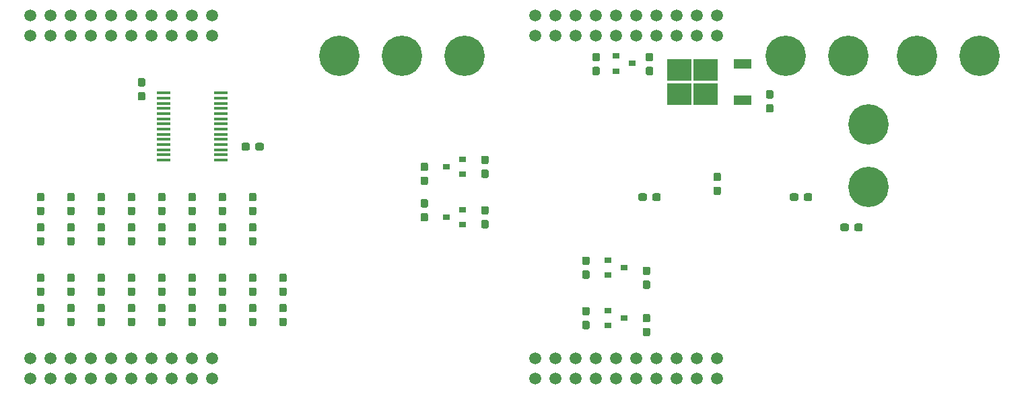
<source format=gbr>
G04 #@! TF.GenerationSoftware,KiCad,Pcbnew,5.1.4-e60b266~84~ubuntu16.04.1*
G04 #@! TF.CreationDate,2019-12-12T19:25:10-06:00*
G04 #@! TF.ProjectId,SRA_Sensor_Board,5352415f-5365-46e7-936f-725f426f6172,rev?*
G04 #@! TF.SameCoordinates,Original*
G04 #@! TF.FileFunction,Paste,Top*
G04 #@! TF.FilePolarity,Positive*
%FSLAX46Y46*%
G04 Gerber Fmt 4.6, Leading zero omitted, Abs format (unit mm)*
G04 Created by KiCad (PCBNEW 5.1.4-e60b266~84~ubuntu16.04.1) date 2019-12-12 19:25:10*
%MOMM*%
%LPD*%
G04 APERTURE LIST*
%ADD10C,5.080000*%
%ADD11C,1.520000*%
%ADD12C,0.100000*%
%ADD13C,0.950000*%
%ADD14R,0.900000X0.800000*%
%ADD15R,1.750000X0.450000*%
%ADD16R,2.200000X1.200000*%
%ADD17R,3.050000X2.750000*%
G04 APERTURE END LIST*
D10*
X124460000Y-62230000D03*
X116586000Y-62230000D03*
X108712000Y-62230000D03*
D11*
X92710000Y-57150000D03*
X90170000Y-57150000D03*
X87630000Y-57150000D03*
X85090000Y-57150000D03*
X82550000Y-57150000D03*
X80010000Y-57150000D03*
X77470000Y-57150000D03*
X74930000Y-57150000D03*
X72390000Y-57150000D03*
X69850000Y-57150000D03*
X92710000Y-59690000D03*
X90170000Y-59690000D03*
X87630000Y-59690000D03*
X85090000Y-59690000D03*
X82550000Y-59690000D03*
X80010000Y-59690000D03*
X77470000Y-59690000D03*
X74930000Y-59690000D03*
X72390000Y-59690000D03*
X69850000Y-59690000D03*
X92710000Y-102870000D03*
X90170000Y-102870000D03*
X87630000Y-102870000D03*
X85090000Y-102870000D03*
X82550000Y-102870000D03*
X80010000Y-102870000D03*
X77470000Y-102870000D03*
X74930000Y-102870000D03*
X72390000Y-102870000D03*
X69850000Y-102870000D03*
X92710000Y-100330000D03*
X90170000Y-100330000D03*
X87630000Y-100330000D03*
X85090000Y-100330000D03*
X82550000Y-100330000D03*
X80010000Y-100330000D03*
X77470000Y-100330000D03*
X74930000Y-100330000D03*
X72390000Y-100330000D03*
X69850000Y-100330000D03*
X138430000Y-57150000D03*
X135890000Y-57150000D03*
X133350000Y-57150000D03*
X156210000Y-59690000D03*
X153670000Y-59690000D03*
X151130000Y-59690000D03*
X148590000Y-59690000D03*
X146050000Y-59690000D03*
X143510000Y-59690000D03*
X140970000Y-59690000D03*
X138430000Y-59690000D03*
X135890000Y-59690000D03*
X133350000Y-59690000D03*
X156210000Y-102870000D03*
X151130000Y-102870000D03*
X146050000Y-102870000D03*
X143510000Y-102870000D03*
X140970000Y-102870000D03*
X138430000Y-102870000D03*
X135890000Y-102870000D03*
X156210000Y-100330000D03*
X151130000Y-100330000D03*
X140970000Y-100330000D03*
X138430000Y-100330000D03*
X135890000Y-100330000D03*
X133350000Y-100330000D03*
X146050000Y-100330000D03*
X148590000Y-100330000D03*
X153670000Y-102870000D03*
X140970000Y-57150000D03*
X143510000Y-57150000D03*
X153670000Y-100330000D03*
X148590000Y-102870000D03*
X151130000Y-57150000D03*
X148590000Y-57150000D03*
X143510000Y-100330000D03*
X146050000Y-57150000D03*
X153670000Y-57150000D03*
X156210000Y-57150000D03*
X133350000Y-102870000D03*
D12*
G36*
X127260779Y-81151144D02*
G01*
X127283834Y-81154563D01*
X127306443Y-81160227D01*
X127328387Y-81168079D01*
X127349457Y-81178044D01*
X127369448Y-81190026D01*
X127388168Y-81203910D01*
X127405438Y-81219562D01*
X127421090Y-81236832D01*
X127434974Y-81255552D01*
X127446956Y-81275543D01*
X127456921Y-81296613D01*
X127464773Y-81318557D01*
X127470437Y-81341166D01*
X127473856Y-81364221D01*
X127475000Y-81387500D01*
X127475000Y-81962500D01*
X127473856Y-81985779D01*
X127470437Y-82008834D01*
X127464773Y-82031443D01*
X127456921Y-82053387D01*
X127446956Y-82074457D01*
X127434974Y-82094448D01*
X127421090Y-82113168D01*
X127405438Y-82130438D01*
X127388168Y-82146090D01*
X127369448Y-82159974D01*
X127349457Y-82171956D01*
X127328387Y-82181921D01*
X127306443Y-82189773D01*
X127283834Y-82195437D01*
X127260779Y-82198856D01*
X127237500Y-82200000D01*
X126762500Y-82200000D01*
X126739221Y-82198856D01*
X126716166Y-82195437D01*
X126693557Y-82189773D01*
X126671613Y-82181921D01*
X126650543Y-82171956D01*
X126630552Y-82159974D01*
X126611832Y-82146090D01*
X126594562Y-82130438D01*
X126578910Y-82113168D01*
X126565026Y-82094448D01*
X126553044Y-82074457D01*
X126543079Y-82053387D01*
X126535227Y-82031443D01*
X126529563Y-82008834D01*
X126526144Y-81985779D01*
X126525000Y-81962500D01*
X126525000Y-81387500D01*
X126526144Y-81364221D01*
X126529563Y-81341166D01*
X126535227Y-81318557D01*
X126543079Y-81296613D01*
X126553044Y-81275543D01*
X126565026Y-81255552D01*
X126578910Y-81236832D01*
X126594562Y-81219562D01*
X126611832Y-81203910D01*
X126630552Y-81190026D01*
X126650543Y-81178044D01*
X126671613Y-81168079D01*
X126693557Y-81160227D01*
X126716166Y-81154563D01*
X126739221Y-81151144D01*
X126762500Y-81150000D01*
X127237500Y-81150000D01*
X127260779Y-81151144D01*
X127260779Y-81151144D01*
G37*
D13*
X127000000Y-81675000D03*
D12*
G36*
X127260779Y-82901144D02*
G01*
X127283834Y-82904563D01*
X127306443Y-82910227D01*
X127328387Y-82918079D01*
X127349457Y-82928044D01*
X127369448Y-82940026D01*
X127388168Y-82953910D01*
X127405438Y-82969562D01*
X127421090Y-82986832D01*
X127434974Y-83005552D01*
X127446956Y-83025543D01*
X127456921Y-83046613D01*
X127464773Y-83068557D01*
X127470437Y-83091166D01*
X127473856Y-83114221D01*
X127475000Y-83137500D01*
X127475000Y-83712500D01*
X127473856Y-83735779D01*
X127470437Y-83758834D01*
X127464773Y-83781443D01*
X127456921Y-83803387D01*
X127446956Y-83824457D01*
X127434974Y-83844448D01*
X127421090Y-83863168D01*
X127405438Y-83880438D01*
X127388168Y-83896090D01*
X127369448Y-83909974D01*
X127349457Y-83921956D01*
X127328387Y-83931921D01*
X127306443Y-83939773D01*
X127283834Y-83945437D01*
X127260779Y-83948856D01*
X127237500Y-83950000D01*
X126762500Y-83950000D01*
X126739221Y-83948856D01*
X126716166Y-83945437D01*
X126693557Y-83939773D01*
X126671613Y-83931921D01*
X126650543Y-83921956D01*
X126630552Y-83909974D01*
X126611832Y-83896090D01*
X126594562Y-83880438D01*
X126578910Y-83863168D01*
X126565026Y-83844448D01*
X126553044Y-83824457D01*
X126543079Y-83803387D01*
X126535227Y-83781443D01*
X126529563Y-83758834D01*
X126526144Y-83735779D01*
X126525000Y-83712500D01*
X126525000Y-83137500D01*
X126526144Y-83114221D01*
X126529563Y-83091166D01*
X126535227Y-83068557D01*
X126543079Y-83046613D01*
X126553044Y-83025543D01*
X126565026Y-83005552D01*
X126578910Y-82986832D01*
X126594562Y-82969562D01*
X126611832Y-82953910D01*
X126630552Y-82940026D01*
X126650543Y-82928044D01*
X126671613Y-82918079D01*
X126693557Y-82910227D01*
X126716166Y-82904563D01*
X126739221Y-82901144D01*
X126762500Y-82900000D01*
X127237500Y-82900000D01*
X127260779Y-82901144D01*
X127260779Y-82901144D01*
G37*
D13*
X127000000Y-83425000D03*
D14*
X122190000Y-82550000D03*
X124190000Y-81600000D03*
X124190000Y-83500000D03*
D15*
X93770000Y-66895000D03*
X93770000Y-67545000D03*
X93770000Y-68195000D03*
X93770000Y-68845000D03*
X93770000Y-69495000D03*
X93770000Y-70145000D03*
X93770000Y-70795000D03*
X93770000Y-71445000D03*
X93770000Y-72095000D03*
X93770000Y-72745000D03*
X93770000Y-73395000D03*
X93770000Y-74045000D03*
X93770000Y-74695000D03*
X93770000Y-75345000D03*
X86570000Y-75345000D03*
X86570000Y-74695000D03*
X86570000Y-74045000D03*
X86570000Y-73395000D03*
X86570000Y-72745000D03*
X86570000Y-72095000D03*
X86570000Y-71445000D03*
X86570000Y-70795000D03*
X86570000Y-70145000D03*
X86570000Y-69495000D03*
X86570000Y-68845000D03*
X86570000Y-68195000D03*
X86570000Y-67545000D03*
X86570000Y-66895000D03*
D12*
G36*
X119640779Y-75676144D02*
G01*
X119663834Y-75679563D01*
X119686443Y-75685227D01*
X119708387Y-75693079D01*
X119729457Y-75703044D01*
X119749448Y-75715026D01*
X119768168Y-75728910D01*
X119785438Y-75744562D01*
X119801090Y-75761832D01*
X119814974Y-75780552D01*
X119826956Y-75800543D01*
X119836921Y-75821613D01*
X119844773Y-75843557D01*
X119850437Y-75866166D01*
X119853856Y-75889221D01*
X119855000Y-75912500D01*
X119855000Y-76487500D01*
X119853856Y-76510779D01*
X119850437Y-76533834D01*
X119844773Y-76556443D01*
X119836921Y-76578387D01*
X119826956Y-76599457D01*
X119814974Y-76619448D01*
X119801090Y-76638168D01*
X119785438Y-76655438D01*
X119768168Y-76671090D01*
X119749448Y-76684974D01*
X119729457Y-76696956D01*
X119708387Y-76706921D01*
X119686443Y-76714773D01*
X119663834Y-76720437D01*
X119640779Y-76723856D01*
X119617500Y-76725000D01*
X119142500Y-76725000D01*
X119119221Y-76723856D01*
X119096166Y-76720437D01*
X119073557Y-76714773D01*
X119051613Y-76706921D01*
X119030543Y-76696956D01*
X119010552Y-76684974D01*
X118991832Y-76671090D01*
X118974562Y-76655438D01*
X118958910Y-76638168D01*
X118945026Y-76619448D01*
X118933044Y-76599457D01*
X118923079Y-76578387D01*
X118915227Y-76556443D01*
X118909563Y-76533834D01*
X118906144Y-76510779D01*
X118905000Y-76487500D01*
X118905000Y-75912500D01*
X118906144Y-75889221D01*
X118909563Y-75866166D01*
X118915227Y-75843557D01*
X118923079Y-75821613D01*
X118933044Y-75800543D01*
X118945026Y-75780552D01*
X118958910Y-75761832D01*
X118974562Y-75744562D01*
X118991832Y-75728910D01*
X119010552Y-75715026D01*
X119030543Y-75703044D01*
X119051613Y-75693079D01*
X119073557Y-75685227D01*
X119096166Y-75679563D01*
X119119221Y-75676144D01*
X119142500Y-75675000D01*
X119617500Y-75675000D01*
X119640779Y-75676144D01*
X119640779Y-75676144D01*
G37*
D13*
X119380000Y-76200000D03*
D12*
G36*
X119640779Y-77426144D02*
G01*
X119663834Y-77429563D01*
X119686443Y-77435227D01*
X119708387Y-77443079D01*
X119729457Y-77453044D01*
X119749448Y-77465026D01*
X119768168Y-77478910D01*
X119785438Y-77494562D01*
X119801090Y-77511832D01*
X119814974Y-77530552D01*
X119826956Y-77550543D01*
X119836921Y-77571613D01*
X119844773Y-77593557D01*
X119850437Y-77616166D01*
X119853856Y-77639221D01*
X119855000Y-77662500D01*
X119855000Y-78237500D01*
X119853856Y-78260779D01*
X119850437Y-78283834D01*
X119844773Y-78306443D01*
X119836921Y-78328387D01*
X119826956Y-78349457D01*
X119814974Y-78369448D01*
X119801090Y-78388168D01*
X119785438Y-78405438D01*
X119768168Y-78421090D01*
X119749448Y-78434974D01*
X119729457Y-78446956D01*
X119708387Y-78456921D01*
X119686443Y-78464773D01*
X119663834Y-78470437D01*
X119640779Y-78473856D01*
X119617500Y-78475000D01*
X119142500Y-78475000D01*
X119119221Y-78473856D01*
X119096166Y-78470437D01*
X119073557Y-78464773D01*
X119051613Y-78456921D01*
X119030543Y-78446956D01*
X119010552Y-78434974D01*
X118991832Y-78421090D01*
X118974562Y-78405438D01*
X118958910Y-78388168D01*
X118945026Y-78369448D01*
X118933044Y-78349457D01*
X118923079Y-78328387D01*
X118915227Y-78306443D01*
X118909563Y-78283834D01*
X118906144Y-78260779D01*
X118905000Y-78237500D01*
X118905000Y-77662500D01*
X118906144Y-77639221D01*
X118909563Y-77616166D01*
X118915227Y-77593557D01*
X118923079Y-77571613D01*
X118933044Y-77550543D01*
X118945026Y-77530552D01*
X118958910Y-77511832D01*
X118974562Y-77494562D01*
X118991832Y-77478910D01*
X119010552Y-77465026D01*
X119030543Y-77453044D01*
X119051613Y-77443079D01*
X119073557Y-77435227D01*
X119096166Y-77429563D01*
X119119221Y-77426144D01*
X119142500Y-77425000D01*
X119617500Y-77425000D01*
X119640779Y-77426144D01*
X119640779Y-77426144D01*
G37*
D13*
X119380000Y-77950000D03*
D12*
G36*
X147580779Y-88771144D02*
G01*
X147603834Y-88774563D01*
X147626443Y-88780227D01*
X147648387Y-88788079D01*
X147669457Y-88798044D01*
X147689448Y-88810026D01*
X147708168Y-88823910D01*
X147725438Y-88839562D01*
X147741090Y-88856832D01*
X147754974Y-88875552D01*
X147766956Y-88895543D01*
X147776921Y-88916613D01*
X147784773Y-88938557D01*
X147790437Y-88961166D01*
X147793856Y-88984221D01*
X147795000Y-89007500D01*
X147795000Y-89582500D01*
X147793856Y-89605779D01*
X147790437Y-89628834D01*
X147784773Y-89651443D01*
X147776921Y-89673387D01*
X147766956Y-89694457D01*
X147754974Y-89714448D01*
X147741090Y-89733168D01*
X147725438Y-89750438D01*
X147708168Y-89766090D01*
X147689448Y-89779974D01*
X147669457Y-89791956D01*
X147648387Y-89801921D01*
X147626443Y-89809773D01*
X147603834Y-89815437D01*
X147580779Y-89818856D01*
X147557500Y-89820000D01*
X147082500Y-89820000D01*
X147059221Y-89818856D01*
X147036166Y-89815437D01*
X147013557Y-89809773D01*
X146991613Y-89801921D01*
X146970543Y-89791956D01*
X146950552Y-89779974D01*
X146931832Y-89766090D01*
X146914562Y-89750438D01*
X146898910Y-89733168D01*
X146885026Y-89714448D01*
X146873044Y-89694457D01*
X146863079Y-89673387D01*
X146855227Y-89651443D01*
X146849563Y-89628834D01*
X146846144Y-89605779D01*
X146845000Y-89582500D01*
X146845000Y-89007500D01*
X146846144Y-88984221D01*
X146849563Y-88961166D01*
X146855227Y-88938557D01*
X146863079Y-88916613D01*
X146873044Y-88895543D01*
X146885026Y-88875552D01*
X146898910Y-88856832D01*
X146914562Y-88839562D01*
X146931832Y-88823910D01*
X146950552Y-88810026D01*
X146970543Y-88798044D01*
X146991613Y-88788079D01*
X147013557Y-88780227D01*
X147036166Y-88774563D01*
X147059221Y-88771144D01*
X147082500Y-88770000D01*
X147557500Y-88770000D01*
X147580779Y-88771144D01*
X147580779Y-88771144D01*
G37*
D13*
X147320000Y-89295000D03*
D12*
G36*
X147580779Y-90521144D02*
G01*
X147603834Y-90524563D01*
X147626443Y-90530227D01*
X147648387Y-90538079D01*
X147669457Y-90548044D01*
X147689448Y-90560026D01*
X147708168Y-90573910D01*
X147725438Y-90589562D01*
X147741090Y-90606832D01*
X147754974Y-90625552D01*
X147766956Y-90645543D01*
X147776921Y-90666613D01*
X147784773Y-90688557D01*
X147790437Y-90711166D01*
X147793856Y-90734221D01*
X147795000Y-90757500D01*
X147795000Y-91332500D01*
X147793856Y-91355779D01*
X147790437Y-91378834D01*
X147784773Y-91401443D01*
X147776921Y-91423387D01*
X147766956Y-91444457D01*
X147754974Y-91464448D01*
X147741090Y-91483168D01*
X147725438Y-91500438D01*
X147708168Y-91516090D01*
X147689448Y-91529974D01*
X147669457Y-91541956D01*
X147648387Y-91551921D01*
X147626443Y-91559773D01*
X147603834Y-91565437D01*
X147580779Y-91568856D01*
X147557500Y-91570000D01*
X147082500Y-91570000D01*
X147059221Y-91568856D01*
X147036166Y-91565437D01*
X147013557Y-91559773D01*
X146991613Y-91551921D01*
X146970543Y-91541956D01*
X146950552Y-91529974D01*
X146931832Y-91516090D01*
X146914562Y-91500438D01*
X146898910Y-91483168D01*
X146885026Y-91464448D01*
X146873044Y-91444457D01*
X146863079Y-91423387D01*
X146855227Y-91401443D01*
X146849563Y-91378834D01*
X146846144Y-91355779D01*
X146845000Y-91332500D01*
X146845000Y-90757500D01*
X146846144Y-90734221D01*
X146849563Y-90711166D01*
X146855227Y-90688557D01*
X146863079Y-90666613D01*
X146873044Y-90645543D01*
X146885026Y-90625552D01*
X146898910Y-90606832D01*
X146914562Y-90589562D01*
X146931832Y-90573910D01*
X146950552Y-90560026D01*
X146970543Y-90548044D01*
X146991613Y-90538079D01*
X147013557Y-90530227D01*
X147036166Y-90524563D01*
X147059221Y-90521144D01*
X147082500Y-90520000D01*
X147557500Y-90520000D01*
X147580779Y-90521144D01*
X147580779Y-90521144D01*
G37*
D13*
X147320000Y-91045000D03*
D12*
G36*
X127260779Y-74801144D02*
G01*
X127283834Y-74804563D01*
X127306443Y-74810227D01*
X127328387Y-74818079D01*
X127349457Y-74828044D01*
X127369448Y-74840026D01*
X127388168Y-74853910D01*
X127405438Y-74869562D01*
X127421090Y-74886832D01*
X127434974Y-74905552D01*
X127446956Y-74925543D01*
X127456921Y-74946613D01*
X127464773Y-74968557D01*
X127470437Y-74991166D01*
X127473856Y-75014221D01*
X127475000Y-75037500D01*
X127475000Y-75612500D01*
X127473856Y-75635779D01*
X127470437Y-75658834D01*
X127464773Y-75681443D01*
X127456921Y-75703387D01*
X127446956Y-75724457D01*
X127434974Y-75744448D01*
X127421090Y-75763168D01*
X127405438Y-75780438D01*
X127388168Y-75796090D01*
X127369448Y-75809974D01*
X127349457Y-75821956D01*
X127328387Y-75831921D01*
X127306443Y-75839773D01*
X127283834Y-75845437D01*
X127260779Y-75848856D01*
X127237500Y-75850000D01*
X126762500Y-75850000D01*
X126739221Y-75848856D01*
X126716166Y-75845437D01*
X126693557Y-75839773D01*
X126671613Y-75831921D01*
X126650543Y-75821956D01*
X126630552Y-75809974D01*
X126611832Y-75796090D01*
X126594562Y-75780438D01*
X126578910Y-75763168D01*
X126565026Y-75744448D01*
X126553044Y-75724457D01*
X126543079Y-75703387D01*
X126535227Y-75681443D01*
X126529563Y-75658834D01*
X126526144Y-75635779D01*
X126525000Y-75612500D01*
X126525000Y-75037500D01*
X126526144Y-75014221D01*
X126529563Y-74991166D01*
X126535227Y-74968557D01*
X126543079Y-74946613D01*
X126553044Y-74925543D01*
X126565026Y-74905552D01*
X126578910Y-74886832D01*
X126594562Y-74869562D01*
X126611832Y-74853910D01*
X126630552Y-74840026D01*
X126650543Y-74828044D01*
X126671613Y-74818079D01*
X126693557Y-74810227D01*
X126716166Y-74804563D01*
X126739221Y-74801144D01*
X126762500Y-74800000D01*
X127237500Y-74800000D01*
X127260779Y-74801144D01*
X127260779Y-74801144D01*
G37*
D13*
X127000000Y-75325000D03*
D12*
G36*
X127260779Y-76551144D02*
G01*
X127283834Y-76554563D01*
X127306443Y-76560227D01*
X127328387Y-76568079D01*
X127349457Y-76578044D01*
X127369448Y-76590026D01*
X127388168Y-76603910D01*
X127405438Y-76619562D01*
X127421090Y-76636832D01*
X127434974Y-76655552D01*
X127446956Y-76675543D01*
X127456921Y-76696613D01*
X127464773Y-76718557D01*
X127470437Y-76741166D01*
X127473856Y-76764221D01*
X127475000Y-76787500D01*
X127475000Y-77362500D01*
X127473856Y-77385779D01*
X127470437Y-77408834D01*
X127464773Y-77431443D01*
X127456921Y-77453387D01*
X127446956Y-77474457D01*
X127434974Y-77494448D01*
X127421090Y-77513168D01*
X127405438Y-77530438D01*
X127388168Y-77546090D01*
X127369448Y-77559974D01*
X127349457Y-77571956D01*
X127328387Y-77581921D01*
X127306443Y-77589773D01*
X127283834Y-77595437D01*
X127260779Y-77598856D01*
X127237500Y-77600000D01*
X126762500Y-77600000D01*
X126739221Y-77598856D01*
X126716166Y-77595437D01*
X126693557Y-77589773D01*
X126671613Y-77581921D01*
X126650543Y-77571956D01*
X126630552Y-77559974D01*
X126611832Y-77546090D01*
X126594562Y-77530438D01*
X126578910Y-77513168D01*
X126565026Y-77494448D01*
X126553044Y-77474457D01*
X126543079Y-77453387D01*
X126535227Y-77431443D01*
X126529563Y-77408834D01*
X126526144Y-77385779D01*
X126525000Y-77362500D01*
X126525000Y-76787500D01*
X126526144Y-76764221D01*
X126529563Y-76741166D01*
X126535227Y-76718557D01*
X126543079Y-76696613D01*
X126553044Y-76675543D01*
X126565026Y-76655552D01*
X126578910Y-76636832D01*
X126594562Y-76619562D01*
X126611832Y-76603910D01*
X126630552Y-76590026D01*
X126650543Y-76578044D01*
X126671613Y-76568079D01*
X126693557Y-76560227D01*
X126716166Y-76554563D01*
X126739221Y-76551144D01*
X126762500Y-76550000D01*
X127237500Y-76550000D01*
X127260779Y-76551144D01*
X127260779Y-76551144D01*
G37*
D13*
X127000000Y-77075000D03*
D12*
G36*
X86620779Y-91396144D02*
G01*
X86643834Y-91399563D01*
X86666443Y-91405227D01*
X86688387Y-91413079D01*
X86709457Y-91423044D01*
X86729448Y-91435026D01*
X86748168Y-91448910D01*
X86765438Y-91464562D01*
X86781090Y-91481832D01*
X86794974Y-91500552D01*
X86806956Y-91520543D01*
X86816921Y-91541613D01*
X86824773Y-91563557D01*
X86830437Y-91586166D01*
X86833856Y-91609221D01*
X86835000Y-91632500D01*
X86835000Y-92207500D01*
X86833856Y-92230779D01*
X86830437Y-92253834D01*
X86824773Y-92276443D01*
X86816921Y-92298387D01*
X86806956Y-92319457D01*
X86794974Y-92339448D01*
X86781090Y-92358168D01*
X86765438Y-92375438D01*
X86748168Y-92391090D01*
X86729448Y-92404974D01*
X86709457Y-92416956D01*
X86688387Y-92426921D01*
X86666443Y-92434773D01*
X86643834Y-92440437D01*
X86620779Y-92443856D01*
X86597500Y-92445000D01*
X86122500Y-92445000D01*
X86099221Y-92443856D01*
X86076166Y-92440437D01*
X86053557Y-92434773D01*
X86031613Y-92426921D01*
X86010543Y-92416956D01*
X85990552Y-92404974D01*
X85971832Y-92391090D01*
X85954562Y-92375438D01*
X85938910Y-92358168D01*
X85925026Y-92339448D01*
X85913044Y-92319457D01*
X85903079Y-92298387D01*
X85895227Y-92276443D01*
X85889563Y-92253834D01*
X85886144Y-92230779D01*
X85885000Y-92207500D01*
X85885000Y-91632500D01*
X85886144Y-91609221D01*
X85889563Y-91586166D01*
X85895227Y-91563557D01*
X85903079Y-91541613D01*
X85913044Y-91520543D01*
X85925026Y-91500552D01*
X85938910Y-91481832D01*
X85954562Y-91464562D01*
X85971832Y-91448910D01*
X85990552Y-91435026D01*
X86010543Y-91423044D01*
X86031613Y-91413079D01*
X86053557Y-91405227D01*
X86076166Y-91399563D01*
X86099221Y-91396144D01*
X86122500Y-91395000D01*
X86597500Y-91395000D01*
X86620779Y-91396144D01*
X86620779Y-91396144D01*
G37*
D13*
X86360000Y-91920000D03*
D12*
G36*
X86620779Y-89646144D02*
G01*
X86643834Y-89649563D01*
X86666443Y-89655227D01*
X86688387Y-89663079D01*
X86709457Y-89673044D01*
X86729448Y-89685026D01*
X86748168Y-89698910D01*
X86765438Y-89714562D01*
X86781090Y-89731832D01*
X86794974Y-89750552D01*
X86806956Y-89770543D01*
X86816921Y-89791613D01*
X86824773Y-89813557D01*
X86830437Y-89836166D01*
X86833856Y-89859221D01*
X86835000Y-89882500D01*
X86835000Y-90457500D01*
X86833856Y-90480779D01*
X86830437Y-90503834D01*
X86824773Y-90526443D01*
X86816921Y-90548387D01*
X86806956Y-90569457D01*
X86794974Y-90589448D01*
X86781090Y-90608168D01*
X86765438Y-90625438D01*
X86748168Y-90641090D01*
X86729448Y-90654974D01*
X86709457Y-90666956D01*
X86688387Y-90676921D01*
X86666443Y-90684773D01*
X86643834Y-90690437D01*
X86620779Y-90693856D01*
X86597500Y-90695000D01*
X86122500Y-90695000D01*
X86099221Y-90693856D01*
X86076166Y-90690437D01*
X86053557Y-90684773D01*
X86031613Y-90676921D01*
X86010543Y-90666956D01*
X85990552Y-90654974D01*
X85971832Y-90641090D01*
X85954562Y-90625438D01*
X85938910Y-90608168D01*
X85925026Y-90589448D01*
X85913044Y-90569457D01*
X85903079Y-90548387D01*
X85895227Y-90526443D01*
X85889563Y-90503834D01*
X85886144Y-90480779D01*
X85885000Y-90457500D01*
X85885000Y-89882500D01*
X85886144Y-89859221D01*
X85889563Y-89836166D01*
X85895227Y-89813557D01*
X85903079Y-89791613D01*
X85913044Y-89770543D01*
X85925026Y-89750552D01*
X85938910Y-89731832D01*
X85954562Y-89714562D01*
X85971832Y-89698910D01*
X85990552Y-89685026D01*
X86010543Y-89673044D01*
X86031613Y-89663079D01*
X86053557Y-89655227D01*
X86076166Y-89649563D01*
X86099221Y-89646144D01*
X86122500Y-89645000D01*
X86597500Y-89645000D01*
X86620779Y-89646144D01*
X86620779Y-89646144D01*
G37*
D13*
X86360000Y-90170000D03*
D12*
G36*
X79000779Y-91396144D02*
G01*
X79023834Y-91399563D01*
X79046443Y-91405227D01*
X79068387Y-91413079D01*
X79089457Y-91423044D01*
X79109448Y-91435026D01*
X79128168Y-91448910D01*
X79145438Y-91464562D01*
X79161090Y-91481832D01*
X79174974Y-91500552D01*
X79186956Y-91520543D01*
X79196921Y-91541613D01*
X79204773Y-91563557D01*
X79210437Y-91586166D01*
X79213856Y-91609221D01*
X79215000Y-91632500D01*
X79215000Y-92207500D01*
X79213856Y-92230779D01*
X79210437Y-92253834D01*
X79204773Y-92276443D01*
X79196921Y-92298387D01*
X79186956Y-92319457D01*
X79174974Y-92339448D01*
X79161090Y-92358168D01*
X79145438Y-92375438D01*
X79128168Y-92391090D01*
X79109448Y-92404974D01*
X79089457Y-92416956D01*
X79068387Y-92426921D01*
X79046443Y-92434773D01*
X79023834Y-92440437D01*
X79000779Y-92443856D01*
X78977500Y-92445000D01*
X78502500Y-92445000D01*
X78479221Y-92443856D01*
X78456166Y-92440437D01*
X78433557Y-92434773D01*
X78411613Y-92426921D01*
X78390543Y-92416956D01*
X78370552Y-92404974D01*
X78351832Y-92391090D01*
X78334562Y-92375438D01*
X78318910Y-92358168D01*
X78305026Y-92339448D01*
X78293044Y-92319457D01*
X78283079Y-92298387D01*
X78275227Y-92276443D01*
X78269563Y-92253834D01*
X78266144Y-92230779D01*
X78265000Y-92207500D01*
X78265000Y-91632500D01*
X78266144Y-91609221D01*
X78269563Y-91586166D01*
X78275227Y-91563557D01*
X78283079Y-91541613D01*
X78293044Y-91520543D01*
X78305026Y-91500552D01*
X78318910Y-91481832D01*
X78334562Y-91464562D01*
X78351832Y-91448910D01*
X78370552Y-91435026D01*
X78390543Y-91423044D01*
X78411613Y-91413079D01*
X78433557Y-91405227D01*
X78456166Y-91399563D01*
X78479221Y-91396144D01*
X78502500Y-91395000D01*
X78977500Y-91395000D01*
X79000779Y-91396144D01*
X79000779Y-91396144D01*
G37*
D13*
X78740000Y-91920000D03*
D12*
G36*
X79000779Y-89646144D02*
G01*
X79023834Y-89649563D01*
X79046443Y-89655227D01*
X79068387Y-89663079D01*
X79089457Y-89673044D01*
X79109448Y-89685026D01*
X79128168Y-89698910D01*
X79145438Y-89714562D01*
X79161090Y-89731832D01*
X79174974Y-89750552D01*
X79186956Y-89770543D01*
X79196921Y-89791613D01*
X79204773Y-89813557D01*
X79210437Y-89836166D01*
X79213856Y-89859221D01*
X79215000Y-89882500D01*
X79215000Y-90457500D01*
X79213856Y-90480779D01*
X79210437Y-90503834D01*
X79204773Y-90526443D01*
X79196921Y-90548387D01*
X79186956Y-90569457D01*
X79174974Y-90589448D01*
X79161090Y-90608168D01*
X79145438Y-90625438D01*
X79128168Y-90641090D01*
X79109448Y-90654974D01*
X79089457Y-90666956D01*
X79068387Y-90676921D01*
X79046443Y-90684773D01*
X79023834Y-90690437D01*
X79000779Y-90693856D01*
X78977500Y-90695000D01*
X78502500Y-90695000D01*
X78479221Y-90693856D01*
X78456166Y-90690437D01*
X78433557Y-90684773D01*
X78411613Y-90676921D01*
X78390543Y-90666956D01*
X78370552Y-90654974D01*
X78351832Y-90641090D01*
X78334562Y-90625438D01*
X78318910Y-90608168D01*
X78305026Y-90589448D01*
X78293044Y-90569457D01*
X78283079Y-90548387D01*
X78275227Y-90526443D01*
X78269563Y-90503834D01*
X78266144Y-90480779D01*
X78265000Y-90457500D01*
X78265000Y-89882500D01*
X78266144Y-89859221D01*
X78269563Y-89836166D01*
X78275227Y-89813557D01*
X78283079Y-89791613D01*
X78293044Y-89770543D01*
X78305026Y-89750552D01*
X78318910Y-89731832D01*
X78334562Y-89714562D01*
X78351832Y-89698910D01*
X78370552Y-89685026D01*
X78390543Y-89673044D01*
X78411613Y-89663079D01*
X78433557Y-89655227D01*
X78456166Y-89649563D01*
X78479221Y-89646144D01*
X78502500Y-89645000D01*
X78977500Y-89645000D01*
X79000779Y-89646144D01*
X79000779Y-89646144D01*
G37*
D13*
X78740000Y-90170000D03*
D12*
G36*
X75190779Y-81236144D02*
G01*
X75213834Y-81239563D01*
X75236443Y-81245227D01*
X75258387Y-81253079D01*
X75279457Y-81263044D01*
X75299448Y-81275026D01*
X75318168Y-81288910D01*
X75335438Y-81304562D01*
X75351090Y-81321832D01*
X75364974Y-81340552D01*
X75376956Y-81360543D01*
X75386921Y-81381613D01*
X75394773Y-81403557D01*
X75400437Y-81426166D01*
X75403856Y-81449221D01*
X75405000Y-81472500D01*
X75405000Y-82047500D01*
X75403856Y-82070779D01*
X75400437Y-82093834D01*
X75394773Y-82116443D01*
X75386921Y-82138387D01*
X75376956Y-82159457D01*
X75364974Y-82179448D01*
X75351090Y-82198168D01*
X75335438Y-82215438D01*
X75318168Y-82231090D01*
X75299448Y-82244974D01*
X75279457Y-82256956D01*
X75258387Y-82266921D01*
X75236443Y-82274773D01*
X75213834Y-82280437D01*
X75190779Y-82283856D01*
X75167500Y-82285000D01*
X74692500Y-82285000D01*
X74669221Y-82283856D01*
X74646166Y-82280437D01*
X74623557Y-82274773D01*
X74601613Y-82266921D01*
X74580543Y-82256956D01*
X74560552Y-82244974D01*
X74541832Y-82231090D01*
X74524562Y-82215438D01*
X74508910Y-82198168D01*
X74495026Y-82179448D01*
X74483044Y-82159457D01*
X74473079Y-82138387D01*
X74465227Y-82116443D01*
X74459563Y-82093834D01*
X74456144Y-82070779D01*
X74455000Y-82047500D01*
X74455000Y-81472500D01*
X74456144Y-81449221D01*
X74459563Y-81426166D01*
X74465227Y-81403557D01*
X74473079Y-81381613D01*
X74483044Y-81360543D01*
X74495026Y-81340552D01*
X74508910Y-81321832D01*
X74524562Y-81304562D01*
X74541832Y-81288910D01*
X74560552Y-81275026D01*
X74580543Y-81263044D01*
X74601613Y-81253079D01*
X74623557Y-81245227D01*
X74646166Y-81239563D01*
X74669221Y-81236144D01*
X74692500Y-81235000D01*
X75167500Y-81235000D01*
X75190779Y-81236144D01*
X75190779Y-81236144D01*
G37*
D13*
X74930000Y-81760000D03*
D12*
G36*
X75190779Y-79486144D02*
G01*
X75213834Y-79489563D01*
X75236443Y-79495227D01*
X75258387Y-79503079D01*
X75279457Y-79513044D01*
X75299448Y-79525026D01*
X75318168Y-79538910D01*
X75335438Y-79554562D01*
X75351090Y-79571832D01*
X75364974Y-79590552D01*
X75376956Y-79610543D01*
X75386921Y-79631613D01*
X75394773Y-79653557D01*
X75400437Y-79676166D01*
X75403856Y-79699221D01*
X75405000Y-79722500D01*
X75405000Y-80297500D01*
X75403856Y-80320779D01*
X75400437Y-80343834D01*
X75394773Y-80366443D01*
X75386921Y-80388387D01*
X75376956Y-80409457D01*
X75364974Y-80429448D01*
X75351090Y-80448168D01*
X75335438Y-80465438D01*
X75318168Y-80481090D01*
X75299448Y-80494974D01*
X75279457Y-80506956D01*
X75258387Y-80516921D01*
X75236443Y-80524773D01*
X75213834Y-80530437D01*
X75190779Y-80533856D01*
X75167500Y-80535000D01*
X74692500Y-80535000D01*
X74669221Y-80533856D01*
X74646166Y-80530437D01*
X74623557Y-80524773D01*
X74601613Y-80516921D01*
X74580543Y-80506956D01*
X74560552Y-80494974D01*
X74541832Y-80481090D01*
X74524562Y-80465438D01*
X74508910Y-80448168D01*
X74495026Y-80429448D01*
X74483044Y-80409457D01*
X74473079Y-80388387D01*
X74465227Y-80366443D01*
X74459563Y-80343834D01*
X74456144Y-80320779D01*
X74455000Y-80297500D01*
X74455000Y-79722500D01*
X74456144Y-79699221D01*
X74459563Y-79676166D01*
X74465227Y-79653557D01*
X74473079Y-79631613D01*
X74483044Y-79610543D01*
X74495026Y-79590552D01*
X74508910Y-79571832D01*
X74524562Y-79554562D01*
X74541832Y-79538910D01*
X74560552Y-79525026D01*
X74580543Y-79513044D01*
X74601613Y-79503079D01*
X74623557Y-79495227D01*
X74646166Y-79489563D01*
X74669221Y-79486144D01*
X74692500Y-79485000D01*
X75167500Y-79485000D01*
X75190779Y-79486144D01*
X75190779Y-79486144D01*
G37*
D13*
X74930000Y-80010000D03*
D12*
G36*
X139960779Y-89251144D02*
G01*
X139983834Y-89254563D01*
X140006443Y-89260227D01*
X140028387Y-89268079D01*
X140049457Y-89278044D01*
X140069448Y-89290026D01*
X140088168Y-89303910D01*
X140105438Y-89319562D01*
X140121090Y-89336832D01*
X140134974Y-89355552D01*
X140146956Y-89375543D01*
X140156921Y-89396613D01*
X140164773Y-89418557D01*
X140170437Y-89441166D01*
X140173856Y-89464221D01*
X140175000Y-89487500D01*
X140175000Y-90062500D01*
X140173856Y-90085779D01*
X140170437Y-90108834D01*
X140164773Y-90131443D01*
X140156921Y-90153387D01*
X140146956Y-90174457D01*
X140134974Y-90194448D01*
X140121090Y-90213168D01*
X140105438Y-90230438D01*
X140088168Y-90246090D01*
X140069448Y-90259974D01*
X140049457Y-90271956D01*
X140028387Y-90281921D01*
X140006443Y-90289773D01*
X139983834Y-90295437D01*
X139960779Y-90298856D01*
X139937500Y-90300000D01*
X139462500Y-90300000D01*
X139439221Y-90298856D01*
X139416166Y-90295437D01*
X139393557Y-90289773D01*
X139371613Y-90281921D01*
X139350543Y-90271956D01*
X139330552Y-90259974D01*
X139311832Y-90246090D01*
X139294562Y-90230438D01*
X139278910Y-90213168D01*
X139265026Y-90194448D01*
X139253044Y-90174457D01*
X139243079Y-90153387D01*
X139235227Y-90131443D01*
X139229563Y-90108834D01*
X139226144Y-90085779D01*
X139225000Y-90062500D01*
X139225000Y-89487500D01*
X139226144Y-89464221D01*
X139229563Y-89441166D01*
X139235227Y-89418557D01*
X139243079Y-89396613D01*
X139253044Y-89375543D01*
X139265026Y-89355552D01*
X139278910Y-89336832D01*
X139294562Y-89319562D01*
X139311832Y-89303910D01*
X139330552Y-89290026D01*
X139350543Y-89278044D01*
X139371613Y-89268079D01*
X139393557Y-89260227D01*
X139416166Y-89254563D01*
X139439221Y-89251144D01*
X139462500Y-89250000D01*
X139937500Y-89250000D01*
X139960779Y-89251144D01*
X139960779Y-89251144D01*
G37*
D13*
X139700000Y-89775000D03*
D12*
G36*
X139960779Y-87501144D02*
G01*
X139983834Y-87504563D01*
X140006443Y-87510227D01*
X140028387Y-87518079D01*
X140049457Y-87528044D01*
X140069448Y-87540026D01*
X140088168Y-87553910D01*
X140105438Y-87569562D01*
X140121090Y-87586832D01*
X140134974Y-87605552D01*
X140146956Y-87625543D01*
X140156921Y-87646613D01*
X140164773Y-87668557D01*
X140170437Y-87691166D01*
X140173856Y-87714221D01*
X140175000Y-87737500D01*
X140175000Y-88312500D01*
X140173856Y-88335779D01*
X140170437Y-88358834D01*
X140164773Y-88381443D01*
X140156921Y-88403387D01*
X140146956Y-88424457D01*
X140134974Y-88444448D01*
X140121090Y-88463168D01*
X140105438Y-88480438D01*
X140088168Y-88496090D01*
X140069448Y-88509974D01*
X140049457Y-88521956D01*
X140028387Y-88531921D01*
X140006443Y-88539773D01*
X139983834Y-88545437D01*
X139960779Y-88548856D01*
X139937500Y-88550000D01*
X139462500Y-88550000D01*
X139439221Y-88548856D01*
X139416166Y-88545437D01*
X139393557Y-88539773D01*
X139371613Y-88531921D01*
X139350543Y-88521956D01*
X139330552Y-88509974D01*
X139311832Y-88496090D01*
X139294562Y-88480438D01*
X139278910Y-88463168D01*
X139265026Y-88444448D01*
X139253044Y-88424457D01*
X139243079Y-88403387D01*
X139235227Y-88381443D01*
X139229563Y-88358834D01*
X139226144Y-88335779D01*
X139225000Y-88312500D01*
X139225000Y-87737500D01*
X139226144Y-87714221D01*
X139229563Y-87691166D01*
X139235227Y-87668557D01*
X139243079Y-87646613D01*
X139253044Y-87625543D01*
X139265026Y-87605552D01*
X139278910Y-87586832D01*
X139294562Y-87569562D01*
X139311832Y-87553910D01*
X139330552Y-87540026D01*
X139350543Y-87528044D01*
X139371613Y-87518079D01*
X139393557Y-87510227D01*
X139416166Y-87504563D01*
X139439221Y-87501144D01*
X139462500Y-87500000D01*
X139937500Y-87500000D01*
X139960779Y-87501144D01*
X139960779Y-87501144D01*
G37*
D13*
X139700000Y-88025000D03*
D12*
G36*
X98050779Y-91396144D02*
G01*
X98073834Y-91399563D01*
X98096443Y-91405227D01*
X98118387Y-91413079D01*
X98139457Y-91423044D01*
X98159448Y-91435026D01*
X98178168Y-91448910D01*
X98195438Y-91464562D01*
X98211090Y-91481832D01*
X98224974Y-91500552D01*
X98236956Y-91520543D01*
X98246921Y-91541613D01*
X98254773Y-91563557D01*
X98260437Y-91586166D01*
X98263856Y-91609221D01*
X98265000Y-91632500D01*
X98265000Y-92207500D01*
X98263856Y-92230779D01*
X98260437Y-92253834D01*
X98254773Y-92276443D01*
X98246921Y-92298387D01*
X98236956Y-92319457D01*
X98224974Y-92339448D01*
X98211090Y-92358168D01*
X98195438Y-92375438D01*
X98178168Y-92391090D01*
X98159448Y-92404974D01*
X98139457Y-92416956D01*
X98118387Y-92426921D01*
X98096443Y-92434773D01*
X98073834Y-92440437D01*
X98050779Y-92443856D01*
X98027500Y-92445000D01*
X97552500Y-92445000D01*
X97529221Y-92443856D01*
X97506166Y-92440437D01*
X97483557Y-92434773D01*
X97461613Y-92426921D01*
X97440543Y-92416956D01*
X97420552Y-92404974D01*
X97401832Y-92391090D01*
X97384562Y-92375438D01*
X97368910Y-92358168D01*
X97355026Y-92339448D01*
X97343044Y-92319457D01*
X97333079Y-92298387D01*
X97325227Y-92276443D01*
X97319563Y-92253834D01*
X97316144Y-92230779D01*
X97315000Y-92207500D01*
X97315000Y-91632500D01*
X97316144Y-91609221D01*
X97319563Y-91586166D01*
X97325227Y-91563557D01*
X97333079Y-91541613D01*
X97343044Y-91520543D01*
X97355026Y-91500552D01*
X97368910Y-91481832D01*
X97384562Y-91464562D01*
X97401832Y-91448910D01*
X97420552Y-91435026D01*
X97440543Y-91423044D01*
X97461613Y-91413079D01*
X97483557Y-91405227D01*
X97506166Y-91399563D01*
X97529221Y-91396144D01*
X97552500Y-91395000D01*
X98027500Y-91395000D01*
X98050779Y-91396144D01*
X98050779Y-91396144D01*
G37*
D13*
X97790000Y-91920000D03*
D12*
G36*
X98050779Y-89646144D02*
G01*
X98073834Y-89649563D01*
X98096443Y-89655227D01*
X98118387Y-89663079D01*
X98139457Y-89673044D01*
X98159448Y-89685026D01*
X98178168Y-89698910D01*
X98195438Y-89714562D01*
X98211090Y-89731832D01*
X98224974Y-89750552D01*
X98236956Y-89770543D01*
X98246921Y-89791613D01*
X98254773Y-89813557D01*
X98260437Y-89836166D01*
X98263856Y-89859221D01*
X98265000Y-89882500D01*
X98265000Y-90457500D01*
X98263856Y-90480779D01*
X98260437Y-90503834D01*
X98254773Y-90526443D01*
X98246921Y-90548387D01*
X98236956Y-90569457D01*
X98224974Y-90589448D01*
X98211090Y-90608168D01*
X98195438Y-90625438D01*
X98178168Y-90641090D01*
X98159448Y-90654974D01*
X98139457Y-90666956D01*
X98118387Y-90676921D01*
X98096443Y-90684773D01*
X98073834Y-90690437D01*
X98050779Y-90693856D01*
X98027500Y-90695000D01*
X97552500Y-90695000D01*
X97529221Y-90693856D01*
X97506166Y-90690437D01*
X97483557Y-90684773D01*
X97461613Y-90676921D01*
X97440543Y-90666956D01*
X97420552Y-90654974D01*
X97401832Y-90641090D01*
X97384562Y-90625438D01*
X97368910Y-90608168D01*
X97355026Y-90589448D01*
X97343044Y-90569457D01*
X97333079Y-90548387D01*
X97325227Y-90526443D01*
X97319563Y-90503834D01*
X97316144Y-90480779D01*
X97315000Y-90457500D01*
X97315000Y-89882500D01*
X97316144Y-89859221D01*
X97319563Y-89836166D01*
X97325227Y-89813557D01*
X97333079Y-89791613D01*
X97343044Y-89770543D01*
X97355026Y-89750552D01*
X97368910Y-89731832D01*
X97384562Y-89714562D01*
X97401832Y-89698910D01*
X97420552Y-89685026D01*
X97440543Y-89673044D01*
X97461613Y-89663079D01*
X97483557Y-89655227D01*
X97506166Y-89649563D01*
X97529221Y-89646144D01*
X97552500Y-89645000D01*
X98027500Y-89645000D01*
X98050779Y-89646144D01*
X98050779Y-89646144D01*
G37*
D13*
X97790000Y-90170000D03*
D12*
G36*
X101860779Y-91396144D02*
G01*
X101883834Y-91399563D01*
X101906443Y-91405227D01*
X101928387Y-91413079D01*
X101949457Y-91423044D01*
X101969448Y-91435026D01*
X101988168Y-91448910D01*
X102005438Y-91464562D01*
X102021090Y-91481832D01*
X102034974Y-91500552D01*
X102046956Y-91520543D01*
X102056921Y-91541613D01*
X102064773Y-91563557D01*
X102070437Y-91586166D01*
X102073856Y-91609221D01*
X102075000Y-91632500D01*
X102075000Y-92207500D01*
X102073856Y-92230779D01*
X102070437Y-92253834D01*
X102064773Y-92276443D01*
X102056921Y-92298387D01*
X102046956Y-92319457D01*
X102034974Y-92339448D01*
X102021090Y-92358168D01*
X102005438Y-92375438D01*
X101988168Y-92391090D01*
X101969448Y-92404974D01*
X101949457Y-92416956D01*
X101928387Y-92426921D01*
X101906443Y-92434773D01*
X101883834Y-92440437D01*
X101860779Y-92443856D01*
X101837500Y-92445000D01*
X101362500Y-92445000D01*
X101339221Y-92443856D01*
X101316166Y-92440437D01*
X101293557Y-92434773D01*
X101271613Y-92426921D01*
X101250543Y-92416956D01*
X101230552Y-92404974D01*
X101211832Y-92391090D01*
X101194562Y-92375438D01*
X101178910Y-92358168D01*
X101165026Y-92339448D01*
X101153044Y-92319457D01*
X101143079Y-92298387D01*
X101135227Y-92276443D01*
X101129563Y-92253834D01*
X101126144Y-92230779D01*
X101125000Y-92207500D01*
X101125000Y-91632500D01*
X101126144Y-91609221D01*
X101129563Y-91586166D01*
X101135227Y-91563557D01*
X101143079Y-91541613D01*
X101153044Y-91520543D01*
X101165026Y-91500552D01*
X101178910Y-91481832D01*
X101194562Y-91464562D01*
X101211832Y-91448910D01*
X101230552Y-91435026D01*
X101250543Y-91423044D01*
X101271613Y-91413079D01*
X101293557Y-91405227D01*
X101316166Y-91399563D01*
X101339221Y-91396144D01*
X101362500Y-91395000D01*
X101837500Y-91395000D01*
X101860779Y-91396144D01*
X101860779Y-91396144D01*
G37*
D13*
X101600000Y-91920000D03*
D12*
G36*
X101860779Y-89646144D02*
G01*
X101883834Y-89649563D01*
X101906443Y-89655227D01*
X101928387Y-89663079D01*
X101949457Y-89673044D01*
X101969448Y-89685026D01*
X101988168Y-89698910D01*
X102005438Y-89714562D01*
X102021090Y-89731832D01*
X102034974Y-89750552D01*
X102046956Y-89770543D01*
X102056921Y-89791613D01*
X102064773Y-89813557D01*
X102070437Y-89836166D01*
X102073856Y-89859221D01*
X102075000Y-89882500D01*
X102075000Y-90457500D01*
X102073856Y-90480779D01*
X102070437Y-90503834D01*
X102064773Y-90526443D01*
X102056921Y-90548387D01*
X102046956Y-90569457D01*
X102034974Y-90589448D01*
X102021090Y-90608168D01*
X102005438Y-90625438D01*
X101988168Y-90641090D01*
X101969448Y-90654974D01*
X101949457Y-90666956D01*
X101928387Y-90676921D01*
X101906443Y-90684773D01*
X101883834Y-90690437D01*
X101860779Y-90693856D01*
X101837500Y-90695000D01*
X101362500Y-90695000D01*
X101339221Y-90693856D01*
X101316166Y-90690437D01*
X101293557Y-90684773D01*
X101271613Y-90676921D01*
X101250543Y-90666956D01*
X101230552Y-90654974D01*
X101211832Y-90641090D01*
X101194562Y-90625438D01*
X101178910Y-90608168D01*
X101165026Y-90589448D01*
X101153044Y-90569457D01*
X101143079Y-90548387D01*
X101135227Y-90526443D01*
X101129563Y-90503834D01*
X101126144Y-90480779D01*
X101125000Y-90457500D01*
X101125000Y-89882500D01*
X101126144Y-89859221D01*
X101129563Y-89836166D01*
X101135227Y-89813557D01*
X101143079Y-89791613D01*
X101153044Y-89770543D01*
X101165026Y-89750552D01*
X101178910Y-89731832D01*
X101194562Y-89714562D01*
X101211832Y-89698910D01*
X101230552Y-89685026D01*
X101250543Y-89673044D01*
X101271613Y-89663079D01*
X101293557Y-89655227D01*
X101316166Y-89649563D01*
X101339221Y-89646144D01*
X101362500Y-89645000D01*
X101837500Y-89645000D01*
X101860779Y-89646144D01*
X101860779Y-89646144D01*
G37*
D13*
X101600000Y-90170000D03*
D12*
G36*
X94240779Y-91396144D02*
G01*
X94263834Y-91399563D01*
X94286443Y-91405227D01*
X94308387Y-91413079D01*
X94329457Y-91423044D01*
X94349448Y-91435026D01*
X94368168Y-91448910D01*
X94385438Y-91464562D01*
X94401090Y-91481832D01*
X94414974Y-91500552D01*
X94426956Y-91520543D01*
X94436921Y-91541613D01*
X94444773Y-91563557D01*
X94450437Y-91586166D01*
X94453856Y-91609221D01*
X94455000Y-91632500D01*
X94455000Y-92207500D01*
X94453856Y-92230779D01*
X94450437Y-92253834D01*
X94444773Y-92276443D01*
X94436921Y-92298387D01*
X94426956Y-92319457D01*
X94414974Y-92339448D01*
X94401090Y-92358168D01*
X94385438Y-92375438D01*
X94368168Y-92391090D01*
X94349448Y-92404974D01*
X94329457Y-92416956D01*
X94308387Y-92426921D01*
X94286443Y-92434773D01*
X94263834Y-92440437D01*
X94240779Y-92443856D01*
X94217500Y-92445000D01*
X93742500Y-92445000D01*
X93719221Y-92443856D01*
X93696166Y-92440437D01*
X93673557Y-92434773D01*
X93651613Y-92426921D01*
X93630543Y-92416956D01*
X93610552Y-92404974D01*
X93591832Y-92391090D01*
X93574562Y-92375438D01*
X93558910Y-92358168D01*
X93545026Y-92339448D01*
X93533044Y-92319457D01*
X93523079Y-92298387D01*
X93515227Y-92276443D01*
X93509563Y-92253834D01*
X93506144Y-92230779D01*
X93505000Y-92207500D01*
X93505000Y-91632500D01*
X93506144Y-91609221D01*
X93509563Y-91586166D01*
X93515227Y-91563557D01*
X93523079Y-91541613D01*
X93533044Y-91520543D01*
X93545026Y-91500552D01*
X93558910Y-91481832D01*
X93574562Y-91464562D01*
X93591832Y-91448910D01*
X93610552Y-91435026D01*
X93630543Y-91423044D01*
X93651613Y-91413079D01*
X93673557Y-91405227D01*
X93696166Y-91399563D01*
X93719221Y-91396144D01*
X93742500Y-91395000D01*
X94217500Y-91395000D01*
X94240779Y-91396144D01*
X94240779Y-91396144D01*
G37*
D13*
X93980000Y-91920000D03*
D12*
G36*
X94240779Y-89646144D02*
G01*
X94263834Y-89649563D01*
X94286443Y-89655227D01*
X94308387Y-89663079D01*
X94329457Y-89673044D01*
X94349448Y-89685026D01*
X94368168Y-89698910D01*
X94385438Y-89714562D01*
X94401090Y-89731832D01*
X94414974Y-89750552D01*
X94426956Y-89770543D01*
X94436921Y-89791613D01*
X94444773Y-89813557D01*
X94450437Y-89836166D01*
X94453856Y-89859221D01*
X94455000Y-89882500D01*
X94455000Y-90457500D01*
X94453856Y-90480779D01*
X94450437Y-90503834D01*
X94444773Y-90526443D01*
X94436921Y-90548387D01*
X94426956Y-90569457D01*
X94414974Y-90589448D01*
X94401090Y-90608168D01*
X94385438Y-90625438D01*
X94368168Y-90641090D01*
X94349448Y-90654974D01*
X94329457Y-90666956D01*
X94308387Y-90676921D01*
X94286443Y-90684773D01*
X94263834Y-90690437D01*
X94240779Y-90693856D01*
X94217500Y-90695000D01*
X93742500Y-90695000D01*
X93719221Y-90693856D01*
X93696166Y-90690437D01*
X93673557Y-90684773D01*
X93651613Y-90676921D01*
X93630543Y-90666956D01*
X93610552Y-90654974D01*
X93591832Y-90641090D01*
X93574562Y-90625438D01*
X93558910Y-90608168D01*
X93545026Y-90589448D01*
X93533044Y-90569457D01*
X93523079Y-90548387D01*
X93515227Y-90526443D01*
X93509563Y-90503834D01*
X93506144Y-90480779D01*
X93505000Y-90457500D01*
X93505000Y-89882500D01*
X93506144Y-89859221D01*
X93509563Y-89836166D01*
X93515227Y-89813557D01*
X93523079Y-89791613D01*
X93533044Y-89770543D01*
X93545026Y-89750552D01*
X93558910Y-89731832D01*
X93574562Y-89714562D01*
X93591832Y-89698910D01*
X93610552Y-89685026D01*
X93630543Y-89673044D01*
X93651613Y-89663079D01*
X93673557Y-89655227D01*
X93696166Y-89649563D01*
X93719221Y-89646144D01*
X93742500Y-89645000D01*
X94217500Y-89645000D01*
X94240779Y-89646144D01*
X94240779Y-89646144D01*
G37*
D13*
X93980000Y-90170000D03*
D12*
G36*
X98050779Y-81236144D02*
G01*
X98073834Y-81239563D01*
X98096443Y-81245227D01*
X98118387Y-81253079D01*
X98139457Y-81263044D01*
X98159448Y-81275026D01*
X98178168Y-81288910D01*
X98195438Y-81304562D01*
X98211090Y-81321832D01*
X98224974Y-81340552D01*
X98236956Y-81360543D01*
X98246921Y-81381613D01*
X98254773Y-81403557D01*
X98260437Y-81426166D01*
X98263856Y-81449221D01*
X98265000Y-81472500D01*
X98265000Y-82047500D01*
X98263856Y-82070779D01*
X98260437Y-82093834D01*
X98254773Y-82116443D01*
X98246921Y-82138387D01*
X98236956Y-82159457D01*
X98224974Y-82179448D01*
X98211090Y-82198168D01*
X98195438Y-82215438D01*
X98178168Y-82231090D01*
X98159448Y-82244974D01*
X98139457Y-82256956D01*
X98118387Y-82266921D01*
X98096443Y-82274773D01*
X98073834Y-82280437D01*
X98050779Y-82283856D01*
X98027500Y-82285000D01*
X97552500Y-82285000D01*
X97529221Y-82283856D01*
X97506166Y-82280437D01*
X97483557Y-82274773D01*
X97461613Y-82266921D01*
X97440543Y-82256956D01*
X97420552Y-82244974D01*
X97401832Y-82231090D01*
X97384562Y-82215438D01*
X97368910Y-82198168D01*
X97355026Y-82179448D01*
X97343044Y-82159457D01*
X97333079Y-82138387D01*
X97325227Y-82116443D01*
X97319563Y-82093834D01*
X97316144Y-82070779D01*
X97315000Y-82047500D01*
X97315000Y-81472500D01*
X97316144Y-81449221D01*
X97319563Y-81426166D01*
X97325227Y-81403557D01*
X97333079Y-81381613D01*
X97343044Y-81360543D01*
X97355026Y-81340552D01*
X97368910Y-81321832D01*
X97384562Y-81304562D01*
X97401832Y-81288910D01*
X97420552Y-81275026D01*
X97440543Y-81263044D01*
X97461613Y-81253079D01*
X97483557Y-81245227D01*
X97506166Y-81239563D01*
X97529221Y-81236144D01*
X97552500Y-81235000D01*
X98027500Y-81235000D01*
X98050779Y-81236144D01*
X98050779Y-81236144D01*
G37*
D13*
X97790000Y-81760000D03*
D12*
G36*
X98050779Y-79486144D02*
G01*
X98073834Y-79489563D01*
X98096443Y-79495227D01*
X98118387Y-79503079D01*
X98139457Y-79513044D01*
X98159448Y-79525026D01*
X98178168Y-79538910D01*
X98195438Y-79554562D01*
X98211090Y-79571832D01*
X98224974Y-79590552D01*
X98236956Y-79610543D01*
X98246921Y-79631613D01*
X98254773Y-79653557D01*
X98260437Y-79676166D01*
X98263856Y-79699221D01*
X98265000Y-79722500D01*
X98265000Y-80297500D01*
X98263856Y-80320779D01*
X98260437Y-80343834D01*
X98254773Y-80366443D01*
X98246921Y-80388387D01*
X98236956Y-80409457D01*
X98224974Y-80429448D01*
X98211090Y-80448168D01*
X98195438Y-80465438D01*
X98178168Y-80481090D01*
X98159448Y-80494974D01*
X98139457Y-80506956D01*
X98118387Y-80516921D01*
X98096443Y-80524773D01*
X98073834Y-80530437D01*
X98050779Y-80533856D01*
X98027500Y-80535000D01*
X97552500Y-80535000D01*
X97529221Y-80533856D01*
X97506166Y-80530437D01*
X97483557Y-80524773D01*
X97461613Y-80516921D01*
X97440543Y-80506956D01*
X97420552Y-80494974D01*
X97401832Y-80481090D01*
X97384562Y-80465438D01*
X97368910Y-80448168D01*
X97355026Y-80429448D01*
X97343044Y-80409457D01*
X97333079Y-80388387D01*
X97325227Y-80366443D01*
X97319563Y-80343834D01*
X97316144Y-80320779D01*
X97315000Y-80297500D01*
X97315000Y-79722500D01*
X97316144Y-79699221D01*
X97319563Y-79676166D01*
X97325227Y-79653557D01*
X97333079Y-79631613D01*
X97343044Y-79610543D01*
X97355026Y-79590552D01*
X97368910Y-79571832D01*
X97384562Y-79554562D01*
X97401832Y-79538910D01*
X97420552Y-79525026D01*
X97440543Y-79513044D01*
X97461613Y-79503079D01*
X97483557Y-79495227D01*
X97506166Y-79489563D01*
X97529221Y-79486144D01*
X97552500Y-79485000D01*
X98027500Y-79485000D01*
X98050779Y-79486144D01*
X98050779Y-79486144D01*
G37*
D13*
X97790000Y-80010000D03*
D12*
G36*
X71380779Y-91396144D02*
G01*
X71403834Y-91399563D01*
X71426443Y-91405227D01*
X71448387Y-91413079D01*
X71469457Y-91423044D01*
X71489448Y-91435026D01*
X71508168Y-91448910D01*
X71525438Y-91464562D01*
X71541090Y-91481832D01*
X71554974Y-91500552D01*
X71566956Y-91520543D01*
X71576921Y-91541613D01*
X71584773Y-91563557D01*
X71590437Y-91586166D01*
X71593856Y-91609221D01*
X71595000Y-91632500D01*
X71595000Y-92207500D01*
X71593856Y-92230779D01*
X71590437Y-92253834D01*
X71584773Y-92276443D01*
X71576921Y-92298387D01*
X71566956Y-92319457D01*
X71554974Y-92339448D01*
X71541090Y-92358168D01*
X71525438Y-92375438D01*
X71508168Y-92391090D01*
X71489448Y-92404974D01*
X71469457Y-92416956D01*
X71448387Y-92426921D01*
X71426443Y-92434773D01*
X71403834Y-92440437D01*
X71380779Y-92443856D01*
X71357500Y-92445000D01*
X70882500Y-92445000D01*
X70859221Y-92443856D01*
X70836166Y-92440437D01*
X70813557Y-92434773D01*
X70791613Y-92426921D01*
X70770543Y-92416956D01*
X70750552Y-92404974D01*
X70731832Y-92391090D01*
X70714562Y-92375438D01*
X70698910Y-92358168D01*
X70685026Y-92339448D01*
X70673044Y-92319457D01*
X70663079Y-92298387D01*
X70655227Y-92276443D01*
X70649563Y-92253834D01*
X70646144Y-92230779D01*
X70645000Y-92207500D01*
X70645000Y-91632500D01*
X70646144Y-91609221D01*
X70649563Y-91586166D01*
X70655227Y-91563557D01*
X70663079Y-91541613D01*
X70673044Y-91520543D01*
X70685026Y-91500552D01*
X70698910Y-91481832D01*
X70714562Y-91464562D01*
X70731832Y-91448910D01*
X70750552Y-91435026D01*
X70770543Y-91423044D01*
X70791613Y-91413079D01*
X70813557Y-91405227D01*
X70836166Y-91399563D01*
X70859221Y-91396144D01*
X70882500Y-91395000D01*
X71357500Y-91395000D01*
X71380779Y-91396144D01*
X71380779Y-91396144D01*
G37*
D13*
X71120000Y-91920000D03*
D12*
G36*
X71380779Y-89646144D02*
G01*
X71403834Y-89649563D01*
X71426443Y-89655227D01*
X71448387Y-89663079D01*
X71469457Y-89673044D01*
X71489448Y-89685026D01*
X71508168Y-89698910D01*
X71525438Y-89714562D01*
X71541090Y-89731832D01*
X71554974Y-89750552D01*
X71566956Y-89770543D01*
X71576921Y-89791613D01*
X71584773Y-89813557D01*
X71590437Y-89836166D01*
X71593856Y-89859221D01*
X71595000Y-89882500D01*
X71595000Y-90457500D01*
X71593856Y-90480779D01*
X71590437Y-90503834D01*
X71584773Y-90526443D01*
X71576921Y-90548387D01*
X71566956Y-90569457D01*
X71554974Y-90589448D01*
X71541090Y-90608168D01*
X71525438Y-90625438D01*
X71508168Y-90641090D01*
X71489448Y-90654974D01*
X71469457Y-90666956D01*
X71448387Y-90676921D01*
X71426443Y-90684773D01*
X71403834Y-90690437D01*
X71380779Y-90693856D01*
X71357500Y-90695000D01*
X70882500Y-90695000D01*
X70859221Y-90693856D01*
X70836166Y-90690437D01*
X70813557Y-90684773D01*
X70791613Y-90676921D01*
X70770543Y-90666956D01*
X70750552Y-90654974D01*
X70731832Y-90641090D01*
X70714562Y-90625438D01*
X70698910Y-90608168D01*
X70685026Y-90589448D01*
X70673044Y-90569457D01*
X70663079Y-90548387D01*
X70655227Y-90526443D01*
X70649563Y-90503834D01*
X70646144Y-90480779D01*
X70645000Y-90457500D01*
X70645000Y-89882500D01*
X70646144Y-89859221D01*
X70649563Y-89836166D01*
X70655227Y-89813557D01*
X70663079Y-89791613D01*
X70673044Y-89770543D01*
X70685026Y-89750552D01*
X70698910Y-89731832D01*
X70714562Y-89714562D01*
X70731832Y-89698910D01*
X70750552Y-89685026D01*
X70770543Y-89673044D01*
X70791613Y-89663079D01*
X70813557Y-89655227D01*
X70836166Y-89649563D01*
X70859221Y-89646144D01*
X70882500Y-89645000D01*
X71357500Y-89645000D01*
X71380779Y-89646144D01*
X71380779Y-89646144D01*
G37*
D13*
X71120000Y-90170000D03*
D12*
G36*
X75190779Y-91396144D02*
G01*
X75213834Y-91399563D01*
X75236443Y-91405227D01*
X75258387Y-91413079D01*
X75279457Y-91423044D01*
X75299448Y-91435026D01*
X75318168Y-91448910D01*
X75335438Y-91464562D01*
X75351090Y-91481832D01*
X75364974Y-91500552D01*
X75376956Y-91520543D01*
X75386921Y-91541613D01*
X75394773Y-91563557D01*
X75400437Y-91586166D01*
X75403856Y-91609221D01*
X75405000Y-91632500D01*
X75405000Y-92207500D01*
X75403856Y-92230779D01*
X75400437Y-92253834D01*
X75394773Y-92276443D01*
X75386921Y-92298387D01*
X75376956Y-92319457D01*
X75364974Y-92339448D01*
X75351090Y-92358168D01*
X75335438Y-92375438D01*
X75318168Y-92391090D01*
X75299448Y-92404974D01*
X75279457Y-92416956D01*
X75258387Y-92426921D01*
X75236443Y-92434773D01*
X75213834Y-92440437D01*
X75190779Y-92443856D01*
X75167500Y-92445000D01*
X74692500Y-92445000D01*
X74669221Y-92443856D01*
X74646166Y-92440437D01*
X74623557Y-92434773D01*
X74601613Y-92426921D01*
X74580543Y-92416956D01*
X74560552Y-92404974D01*
X74541832Y-92391090D01*
X74524562Y-92375438D01*
X74508910Y-92358168D01*
X74495026Y-92339448D01*
X74483044Y-92319457D01*
X74473079Y-92298387D01*
X74465227Y-92276443D01*
X74459563Y-92253834D01*
X74456144Y-92230779D01*
X74455000Y-92207500D01*
X74455000Y-91632500D01*
X74456144Y-91609221D01*
X74459563Y-91586166D01*
X74465227Y-91563557D01*
X74473079Y-91541613D01*
X74483044Y-91520543D01*
X74495026Y-91500552D01*
X74508910Y-91481832D01*
X74524562Y-91464562D01*
X74541832Y-91448910D01*
X74560552Y-91435026D01*
X74580543Y-91423044D01*
X74601613Y-91413079D01*
X74623557Y-91405227D01*
X74646166Y-91399563D01*
X74669221Y-91396144D01*
X74692500Y-91395000D01*
X75167500Y-91395000D01*
X75190779Y-91396144D01*
X75190779Y-91396144D01*
G37*
D13*
X74930000Y-91920000D03*
D12*
G36*
X75190779Y-89646144D02*
G01*
X75213834Y-89649563D01*
X75236443Y-89655227D01*
X75258387Y-89663079D01*
X75279457Y-89673044D01*
X75299448Y-89685026D01*
X75318168Y-89698910D01*
X75335438Y-89714562D01*
X75351090Y-89731832D01*
X75364974Y-89750552D01*
X75376956Y-89770543D01*
X75386921Y-89791613D01*
X75394773Y-89813557D01*
X75400437Y-89836166D01*
X75403856Y-89859221D01*
X75405000Y-89882500D01*
X75405000Y-90457500D01*
X75403856Y-90480779D01*
X75400437Y-90503834D01*
X75394773Y-90526443D01*
X75386921Y-90548387D01*
X75376956Y-90569457D01*
X75364974Y-90589448D01*
X75351090Y-90608168D01*
X75335438Y-90625438D01*
X75318168Y-90641090D01*
X75299448Y-90654974D01*
X75279457Y-90666956D01*
X75258387Y-90676921D01*
X75236443Y-90684773D01*
X75213834Y-90690437D01*
X75190779Y-90693856D01*
X75167500Y-90695000D01*
X74692500Y-90695000D01*
X74669221Y-90693856D01*
X74646166Y-90690437D01*
X74623557Y-90684773D01*
X74601613Y-90676921D01*
X74580543Y-90666956D01*
X74560552Y-90654974D01*
X74541832Y-90641090D01*
X74524562Y-90625438D01*
X74508910Y-90608168D01*
X74495026Y-90589448D01*
X74483044Y-90569457D01*
X74473079Y-90548387D01*
X74465227Y-90526443D01*
X74459563Y-90503834D01*
X74456144Y-90480779D01*
X74455000Y-90457500D01*
X74455000Y-89882500D01*
X74456144Y-89859221D01*
X74459563Y-89836166D01*
X74465227Y-89813557D01*
X74473079Y-89791613D01*
X74483044Y-89770543D01*
X74495026Y-89750552D01*
X74508910Y-89731832D01*
X74524562Y-89714562D01*
X74541832Y-89698910D01*
X74560552Y-89685026D01*
X74580543Y-89673044D01*
X74601613Y-89663079D01*
X74623557Y-89655227D01*
X74646166Y-89649563D01*
X74669221Y-89646144D01*
X74692500Y-89645000D01*
X75167500Y-89645000D01*
X75190779Y-89646144D01*
X75190779Y-89646144D01*
G37*
D13*
X74930000Y-90170000D03*
D12*
G36*
X90430779Y-91396144D02*
G01*
X90453834Y-91399563D01*
X90476443Y-91405227D01*
X90498387Y-91413079D01*
X90519457Y-91423044D01*
X90539448Y-91435026D01*
X90558168Y-91448910D01*
X90575438Y-91464562D01*
X90591090Y-91481832D01*
X90604974Y-91500552D01*
X90616956Y-91520543D01*
X90626921Y-91541613D01*
X90634773Y-91563557D01*
X90640437Y-91586166D01*
X90643856Y-91609221D01*
X90645000Y-91632500D01*
X90645000Y-92207500D01*
X90643856Y-92230779D01*
X90640437Y-92253834D01*
X90634773Y-92276443D01*
X90626921Y-92298387D01*
X90616956Y-92319457D01*
X90604974Y-92339448D01*
X90591090Y-92358168D01*
X90575438Y-92375438D01*
X90558168Y-92391090D01*
X90539448Y-92404974D01*
X90519457Y-92416956D01*
X90498387Y-92426921D01*
X90476443Y-92434773D01*
X90453834Y-92440437D01*
X90430779Y-92443856D01*
X90407500Y-92445000D01*
X89932500Y-92445000D01*
X89909221Y-92443856D01*
X89886166Y-92440437D01*
X89863557Y-92434773D01*
X89841613Y-92426921D01*
X89820543Y-92416956D01*
X89800552Y-92404974D01*
X89781832Y-92391090D01*
X89764562Y-92375438D01*
X89748910Y-92358168D01*
X89735026Y-92339448D01*
X89723044Y-92319457D01*
X89713079Y-92298387D01*
X89705227Y-92276443D01*
X89699563Y-92253834D01*
X89696144Y-92230779D01*
X89695000Y-92207500D01*
X89695000Y-91632500D01*
X89696144Y-91609221D01*
X89699563Y-91586166D01*
X89705227Y-91563557D01*
X89713079Y-91541613D01*
X89723044Y-91520543D01*
X89735026Y-91500552D01*
X89748910Y-91481832D01*
X89764562Y-91464562D01*
X89781832Y-91448910D01*
X89800552Y-91435026D01*
X89820543Y-91423044D01*
X89841613Y-91413079D01*
X89863557Y-91405227D01*
X89886166Y-91399563D01*
X89909221Y-91396144D01*
X89932500Y-91395000D01*
X90407500Y-91395000D01*
X90430779Y-91396144D01*
X90430779Y-91396144D01*
G37*
D13*
X90170000Y-91920000D03*
D12*
G36*
X90430779Y-89646144D02*
G01*
X90453834Y-89649563D01*
X90476443Y-89655227D01*
X90498387Y-89663079D01*
X90519457Y-89673044D01*
X90539448Y-89685026D01*
X90558168Y-89698910D01*
X90575438Y-89714562D01*
X90591090Y-89731832D01*
X90604974Y-89750552D01*
X90616956Y-89770543D01*
X90626921Y-89791613D01*
X90634773Y-89813557D01*
X90640437Y-89836166D01*
X90643856Y-89859221D01*
X90645000Y-89882500D01*
X90645000Y-90457500D01*
X90643856Y-90480779D01*
X90640437Y-90503834D01*
X90634773Y-90526443D01*
X90626921Y-90548387D01*
X90616956Y-90569457D01*
X90604974Y-90589448D01*
X90591090Y-90608168D01*
X90575438Y-90625438D01*
X90558168Y-90641090D01*
X90539448Y-90654974D01*
X90519457Y-90666956D01*
X90498387Y-90676921D01*
X90476443Y-90684773D01*
X90453834Y-90690437D01*
X90430779Y-90693856D01*
X90407500Y-90695000D01*
X89932500Y-90695000D01*
X89909221Y-90693856D01*
X89886166Y-90690437D01*
X89863557Y-90684773D01*
X89841613Y-90676921D01*
X89820543Y-90666956D01*
X89800552Y-90654974D01*
X89781832Y-90641090D01*
X89764562Y-90625438D01*
X89748910Y-90608168D01*
X89735026Y-90589448D01*
X89723044Y-90569457D01*
X89713079Y-90548387D01*
X89705227Y-90526443D01*
X89699563Y-90503834D01*
X89696144Y-90480779D01*
X89695000Y-90457500D01*
X89695000Y-89882500D01*
X89696144Y-89859221D01*
X89699563Y-89836166D01*
X89705227Y-89813557D01*
X89713079Y-89791613D01*
X89723044Y-89770543D01*
X89735026Y-89750552D01*
X89748910Y-89731832D01*
X89764562Y-89714562D01*
X89781832Y-89698910D01*
X89800552Y-89685026D01*
X89820543Y-89673044D01*
X89841613Y-89663079D01*
X89863557Y-89655227D01*
X89886166Y-89649563D01*
X89909221Y-89646144D01*
X89932500Y-89645000D01*
X90407500Y-89645000D01*
X90430779Y-89646144D01*
X90430779Y-89646144D01*
G37*
D13*
X90170000Y-90170000D03*
D12*
G36*
X94240779Y-81236144D02*
G01*
X94263834Y-81239563D01*
X94286443Y-81245227D01*
X94308387Y-81253079D01*
X94329457Y-81263044D01*
X94349448Y-81275026D01*
X94368168Y-81288910D01*
X94385438Y-81304562D01*
X94401090Y-81321832D01*
X94414974Y-81340552D01*
X94426956Y-81360543D01*
X94436921Y-81381613D01*
X94444773Y-81403557D01*
X94450437Y-81426166D01*
X94453856Y-81449221D01*
X94455000Y-81472500D01*
X94455000Y-82047500D01*
X94453856Y-82070779D01*
X94450437Y-82093834D01*
X94444773Y-82116443D01*
X94436921Y-82138387D01*
X94426956Y-82159457D01*
X94414974Y-82179448D01*
X94401090Y-82198168D01*
X94385438Y-82215438D01*
X94368168Y-82231090D01*
X94349448Y-82244974D01*
X94329457Y-82256956D01*
X94308387Y-82266921D01*
X94286443Y-82274773D01*
X94263834Y-82280437D01*
X94240779Y-82283856D01*
X94217500Y-82285000D01*
X93742500Y-82285000D01*
X93719221Y-82283856D01*
X93696166Y-82280437D01*
X93673557Y-82274773D01*
X93651613Y-82266921D01*
X93630543Y-82256956D01*
X93610552Y-82244974D01*
X93591832Y-82231090D01*
X93574562Y-82215438D01*
X93558910Y-82198168D01*
X93545026Y-82179448D01*
X93533044Y-82159457D01*
X93523079Y-82138387D01*
X93515227Y-82116443D01*
X93509563Y-82093834D01*
X93506144Y-82070779D01*
X93505000Y-82047500D01*
X93505000Y-81472500D01*
X93506144Y-81449221D01*
X93509563Y-81426166D01*
X93515227Y-81403557D01*
X93523079Y-81381613D01*
X93533044Y-81360543D01*
X93545026Y-81340552D01*
X93558910Y-81321832D01*
X93574562Y-81304562D01*
X93591832Y-81288910D01*
X93610552Y-81275026D01*
X93630543Y-81263044D01*
X93651613Y-81253079D01*
X93673557Y-81245227D01*
X93696166Y-81239563D01*
X93719221Y-81236144D01*
X93742500Y-81235000D01*
X94217500Y-81235000D01*
X94240779Y-81236144D01*
X94240779Y-81236144D01*
G37*
D13*
X93980000Y-81760000D03*
D12*
G36*
X94240779Y-79486144D02*
G01*
X94263834Y-79489563D01*
X94286443Y-79495227D01*
X94308387Y-79503079D01*
X94329457Y-79513044D01*
X94349448Y-79525026D01*
X94368168Y-79538910D01*
X94385438Y-79554562D01*
X94401090Y-79571832D01*
X94414974Y-79590552D01*
X94426956Y-79610543D01*
X94436921Y-79631613D01*
X94444773Y-79653557D01*
X94450437Y-79676166D01*
X94453856Y-79699221D01*
X94455000Y-79722500D01*
X94455000Y-80297500D01*
X94453856Y-80320779D01*
X94450437Y-80343834D01*
X94444773Y-80366443D01*
X94436921Y-80388387D01*
X94426956Y-80409457D01*
X94414974Y-80429448D01*
X94401090Y-80448168D01*
X94385438Y-80465438D01*
X94368168Y-80481090D01*
X94349448Y-80494974D01*
X94329457Y-80506956D01*
X94308387Y-80516921D01*
X94286443Y-80524773D01*
X94263834Y-80530437D01*
X94240779Y-80533856D01*
X94217500Y-80535000D01*
X93742500Y-80535000D01*
X93719221Y-80533856D01*
X93696166Y-80530437D01*
X93673557Y-80524773D01*
X93651613Y-80516921D01*
X93630543Y-80506956D01*
X93610552Y-80494974D01*
X93591832Y-80481090D01*
X93574562Y-80465438D01*
X93558910Y-80448168D01*
X93545026Y-80429448D01*
X93533044Y-80409457D01*
X93523079Y-80388387D01*
X93515227Y-80366443D01*
X93509563Y-80343834D01*
X93506144Y-80320779D01*
X93505000Y-80297500D01*
X93505000Y-79722500D01*
X93506144Y-79699221D01*
X93509563Y-79676166D01*
X93515227Y-79653557D01*
X93523079Y-79631613D01*
X93533044Y-79610543D01*
X93545026Y-79590552D01*
X93558910Y-79571832D01*
X93574562Y-79554562D01*
X93591832Y-79538910D01*
X93610552Y-79525026D01*
X93630543Y-79513044D01*
X93651613Y-79503079D01*
X93673557Y-79495227D01*
X93696166Y-79489563D01*
X93719221Y-79486144D01*
X93742500Y-79485000D01*
X94217500Y-79485000D01*
X94240779Y-79486144D01*
X94240779Y-79486144D01*
G37*
D13*
X93980000Y-80010000D03*
D12*
G36*
X86620779Y-81236144D02*
G01*
X86643834Y-81239563D01*
X86666443Y-81245227D01*
X86688387Y-81253079D01*
X86709457Y-81263044D01*
X86729448Y-81275026D01*
X86748168Y-81288910D01*
X86765438Y-81304562D01*
X86781090Y-81321832D01*
X86794974Y-81340552D01*
X86806956Y-81360543D01*
X86816921Y-81381613D01*
X86824773Y-81403557D01*
X86830437Y-81426166D01*
X86833856Y-81449221D01*
X86835000Y-81472500D01*
X86835000Y-82047500D01*
X86833856Y-82070779D01*
X86830437Y-82093834D01*
X86824773Y-82116443D01*
X86816921Y-82138387D01*
X86806956Y-82159457D01*
X86794974Y-82179448D01*
X86781090Y-82198168D01*
X86765438Y-82215438D01*
X86748168Y-82231090D01*
X86729448Y-82244974D01*
X86709457Y-82256956D01*
X86688387Y-82266921D01*
X86666443Y-82274773D01*
X86643834Y-82280437D01*
X86620779Y-82283856D01*
X86597500Y-82285000D01*
X86122500Y-82285000D01*
X86099221Y-82283856D01*
X86076166Y-82280437D01*
X86053557Y-82274773D01*
X86031613Y-82266921D01*
X86010543Y-82256956D01*
X85990552Y-82244974D01*
X85971832Y-82231090D01*
X85954562Y-82215438D01*
X85938910Y-82198168D01*
X85925026Y-82179448D01*
X85913044Y-82159457D01*
X85903079Y-82138387D01*
X85895227Y-82116443D01*
X85889563Y-82093834D01*
X85886144Y-82070779D01*
X85885000Y-82047500D01*
X85885000Y-81472500D01*
X85886144Y-81449221D01*
X85889563Y-81426166D01*
X85895227Y-81403557D01*
X85903079Y-81381613D01*
X85913044Y-81360543D01*
X85925026Y-81340552D01*
X85938910Y-81321832D01*
X85954562Y-81304562D01*
X85971832Y-81288910D01*
X85990552Y-81275026D01*
X86010543Y-81263044D01*
X86031613Y-81253079D01*
X86053557Y-81245227D01*
X86076166Y-81239563D01*
X86099221Y-81236144D01*
X86122500Y-81235000D01*
X86597500Y-81235000D01*
X86620779Y-81236144D01*
X86620779Y-81236144D01*
G37*
D13*
X86360000Y-81760000D03*
D12*
G36*
X86620779Y-79486144D02*
G01*
X86643834Y-79489563D01*
X86666443Y-79495227D01*
X86688387Y-79503079D01*
X86709457Y-79513044D01*
X86729448Y-79525026D01*
X86748168Y-79538910D01*
X86765438Y-79554562D01*
X86781090Y-79571832D01*
X86794974Y-79590552D01*
X86806956Y-79610543D01*
X86816921Y-79631613D01*
X86824773Y-79653557D01*
X86830437Y-79676166D01*
X86833856Y-79699221D01*
X86835000Y-79722500D01*
X86835000Y-80297500D01*
X86833856Y-80320779D01*
X86830437Y-80343834D01*
X86824773Y-80366443D01*
X86816921Y-80388387D01*
X86806956Y-80409457D01*
X86794974Y-80429448D01*
X86781090Y-80448168D01*
X86765438Y-80465438D01*
X86748168Y-80481090D01*
X86729448Y-80494974D01*
X86709457Y-80506956D01*
X86688387Y-80516921D01*
X86666443Y-80524773D01*
X86643834Y-80530437D01*
X86620779Y-80533856D01*
X86597500Y-80535000D01*
X86122500Y-80535000D01*
X86099221Y-80533856D01*
X86076166Y-80530437D01*
X86053557Y-80524773D01*
X86031613Y-80516921D01*
X86010543Y-80506956D01*
X85990552Y-80494974D01*
X85971832Y-80481090D01*
X85954562Y-80465438D01*
X85938910Y-80448168D01*
X85925026Y-80429448D01*
X85913044Y-80409457D01*
X85903079Y-80388387D01*
X85895227Y-80366443D01*
X85889563Y-80343834D01*
X85886144Y-80320779D01*
X85885000Y-80297500D01*
X85885000Y-79722500D01*
X85886144Y-79699221D01*
X85889563Y-79676166D01*
X85895227Y-79653557D01*
X85903079Y-79631613D01*
X85913044Y-79610543D01*
X85925026Y-79590552D01*
X85938910Y-79571832D01*
X85954562Y-79554562D01*
X85971832Y-79538910D01*
X85990552Y-79525026D01*
X86010543Y-79513044D01*
X86031613Y-79503079D01*
X86053557Y-79495227D01*
X86076166Y-79489563D01*
X86099221Y-79486144D01*
X86122500Y-79485000D01*
X86597500Y-79485000D01*
X86620779Y-79486144D01*
X86620779Y-79486144D01*
G37*
D13*
X86360000Y-80010000D03*
D12*
G36*
X90430779Y-81236144D02*
G01*
X90453834Y-81239563D01*
X90476443Y-81245227D01*
X90498387Y-81253079D01*
X90519457Y-81263044D01*
X90539448Y-81275026D01*
X90558168Y-81288910D01*
X90575438Y-81304562D01*
X90591090Y-81321832D01*
X90604974Y-81340552D01*
X90616956Y-81360543D01*
X90626921Y-81381613D01*
X90634773Y-81403557D01*
X90640437Y-81426166D01*
X90643856Y-81449221D01*
X90645000Y-81472500D01*
X90645000Y-82047500D01*
X90643856Y-82070779D01*
X90640437Y-82093834D01*
X90634773Y-82116443D01*
X90626921Y-82138387D01*
X90616956Y-82159457D01*
X90604974Y-82179448D01*
X90591090Y-82198168D01*
X90575438Y-82215438D01*
X90558168Y-82231090D01*
X90539448Y-82244974D01*
X90519457Y-82256956D01*
X90498387Y-82266921D01*
X90476443Y-82274773D01*
X90453834Y-82280437D01*
X90430779Y-82283856D01*
X90407500Y-82285000D01*
X89932500Y-82285000D01*
X89909221Y-82283856D01*
X89886166Y-82280437D01*
X89863557Y-82274773D01*
X89841613Y-82266921D01*
X89820543Y-82256956D01*
X89800552Y-82244974D01*
X89781832Y-82231090D01*
X89764562Y-82215438D01*
X89748910Y-82198168D01*
X89735026Y-82179448D01*
X89723044Y-82159457D01*
X89713079Y-82138387D01*
X89705227Y-82116443D01*
X89699563Y-82093834D01*
X89696144Y-82070779D01*
X89695000Y-82047500D01*
X89695000Y-81472500D01*
X89696144Y-81449221D01*
X89699563Y-81426166D01*
X89705227Y-81403557D01*
X89713079Y-81381613D01*
X89723044Y-81360543D01*
X89735026Y-81340552D01*
X89748910Y-81321832D01*
X89764562Y-81304562D01*
X89781832Y-81288910D01*
X89800552Y-81275026D01*
X89820543Y-81263044D01*
X89841613Y-81253079D01*
X89863557Y-81245227D01*
X89886166Y-81239563D01*
X89909221Y-81236144D01*
X89932500Y-81235000D01*
X90407500Y-81235000D01*
X90430779Y-81236144D01*
X90430779Y-81236144D01*
G37*
D13*
X90170000Y-81760000D03*
D12*
G36*
X90430779Y-79486144D02*
G01*
X90453834Y-79489563D01*
X90476443Y-79495227D01*
X90498387Y-79503079D01*
X90519457Y-79513044D01*
X90539448Y-79525026D01*
X90558168Y-79538910D01*
X90575438Y-79554562D01*
X90591090Y-79571832D01*
X90604974Y-79590552D01*
X90616956Y-79610543D01*
X90626921Y-79631613D01*
X90634773Y-79653557D01*
X90640437Y-79676166D01*
X90643856Y-79699221D01*
X90645000Y-79722500D01*
X90645000Y-80297500D01*
X90643856Y-80320779D01*
X90640437Y-80343834D01*
X90634773Y-80366443D01*
X90626921Y-80388387D01*
X90616956Y-80409457D01*
X90604974Y-80429448D01*
X90591090Y-80448168D01*
X90575438Y-80465438D01*
X90558168Y-80481090D01*
X90539448Y-80494974D01*
X90519457Y-80506956D01*
X90498387Y-80516921D01*
X90476443Y-80524773D01*
X90453834Y-80530437D01*
X90430779Y-80533856D01*
X90407500Y-80535000D01*
X89932500Y-80535000D01*
X89909221Y-80533856D01*
X89886166Y-80530437D01*
X89863557Y-80524773D01*
X89841613Y-80516921D01*
X89820543Y-80506956D01*
X89800552Y-80494974D01*
X89781832Y-80481090D01*
X89764562Y-80465438D01*
X89748910Y-80448168D01*
X89735026Y-80429448D01*
X89723044Y-80409457D01*
X89713079Y-80388387D01*
X89705227Y-80366443D01*
X89699563Y-80343834D01*
X89696144Y-80320779D01*
X89695000Y-80297500D01*
X89695000Y-79722500D01*
X89696144Y-79699221D01*
X89699563Y-79676166D01*
X89705227Y-79653557D01*
X89713079Y-79631613D01*
X89723044Y-79610543D01*
X89735026Y-79590552D01*
X89748910Y-79571832D01*
X89764562Y-79554562D01*
X89781832Y-79538910D01*
X89800552Y-79525026D01*
X89820543Y-79513044D01*
X89841613Y-79503079D01*
X89863557Y-79495227D01*
X89886166Y-79489563D01*
X89909221Y-79486144D01*
X89932500Y-79485000D01*
X90407500Y-79485000D01*
X90430779Y-79486144D01*
X90430779Y-79486144D01*
G37*
D13*
X90170000Y-80010000D03*
D12*
G36*
X79000779Y-81236144D02*
G01*
X79023834Y-81239563D01*
X79046443Y-81245227D01*
X79068387Y-81253079D01*
X79089457Y-81263044D01*
X79109448Y-81275026D01*
X79128168Y-81288910D01*
X79145438Y-81304562D01*
X79161090Y-81321832D01*
X79174974Y-81340552D01*
X79186956Y-81360543D01*
X79196921Y-81381613D01*
X79204773Y-81403557D01*
X79210437Y-81426166D01*
X79213856Y-81449221D01*
X79215000Y-81472500D01*
X79215000Y-82047500D01*
X79213856Y-82070779D01*
X79210437Y-82093834D01*
X79204773Y-82116443D01*
X79196921Y-82138387D01*
X79186956Y-82159457D01*
X79174974Y-82179448D01*
X79161090Y-82198168D01*
X79145438Y-82215438D01*
X79128168Y-82231090D01*
X79109448Y-82244974D01*
X79089457Y-82256956D01*
X79068387Y-82266921D01*
X79046443Y-82274773D01*
X79023834Y-82280437D01*
X79000779Y-82283856D01*
X78977500Y-82285000D01*
X78502500Y-82285000D01*
X78479221Y-82283856D01*
X78456166Y-82280437D01*
X78433557Y-82274773D01*
X78411613Y-82266921D01*
X78390543Y-82256956D01*
X78370552Y-82244974D01*
X78351832Y-82231090D01*
X78334562Y-82215438D01*
X78318910Y-82198168D01*
X78305026Y-82179448D01*
X78293044Y-82159457D01*
X78283079Y-82138387D01*
X78275227Y-82116443D01*
X78269563Y-82093834D01*
X78266144Y-82070779D01*
X78265000Y-82047500D01*
X78265000Y-81472500D01*
X78266144Y-81449221D01*
X78269563Y-81426166D01*
X78275227Y-81403557D01*
X78283079Y-81381613D01*
X78293044Y-81360543D01*
X78305026Y-81340552D01*
X78318910Y-81321832D01*
X78334562Y-81304562D01*
X78351832Y-81288910D01*
X78370552Y-81275026D01*
X78390543Y-81263044D01*
X78411613Y-81253079D01*
X78433557Y-81245227D01*
X78456166Y-81239563D01*
X78479221Y-81236144D01*
X78502500Y-81235000D01*
X78977500Y-81235000D01*
X79000779Y-81236144D01*
X79000779Y-81236144D01*
G37*
D13*
X78740000Y-81760000D03*
D12*
G36*
X79000779Y-79486144D02*
G01*
X79023834Y-79489563D01*
X79046443Y-79495227D01*
X79068387Y-79503079D01*
X79089457Y-79513044D01*
X79109448Y-79525026D01*
X79128168Y-79538910D01*
X79145438Y-79554562D01*
X79161090Y-79571832D01*
X79174974Y-79590552D01*
X79186956Y-79610543D01*
X79196921Y-79631613D01*
X79204773Y-79653557D01*
X79210437Y-79676166D01*
X79213856Y-79699221D01*
X79215000Y-79722500D01*
X79215000Y-80297500D01*
X79213856Y-80320779D01*
X79210437Y-80343834D01*
X79204773Y-80366443D01*
X79196921Y-80388387D01*
X79186956Y-80409457D01*
X79174974Y-80429448D01*
X79161090Y-80448168D01*
X79145438Y-80465438D01*
X79128168Y-80481090D01*
X79109448Y-80494974D01*
X79089457Y-80506956D01*
X79068387Y-80516921D01*
X79046443Y-80524773D01*
X79023834Y-80530437D01*
X79000779Y-80533856D01*
X78977500Y-80535000D01*
X78502500Y-80535000D01*
X78479221Y-80533856D01*
X78456166Y-80530437D01*
X78433557Y-80524773D01*
X78411613Y-80516921D01*
X78390543Y-80506956D01*
X78370552Y-80494974D01*
X78351832Y-80481090D01*
X78334562Y-80465438D01*
X78318910Y-80448168D01*
X78305026Y-80429448D01*
X78293044Y-80409457D01*
X78283079Y-80388387D01*
X78275227Y-80366443D01*
X78269563Y-80343834D01*
X78266144Y-80320779D01*
X78265000Y-80297500D01*
X78265000Y-79722500D01*
X78266144Y-79699221D01*
X78269563Y-79676166D01*
X78275227Y-79653557D01*
X78283079Y-79631613D01*
X78293044Y-79610543D01*
X78305026Y-79590552D01*
X78318910Y-79571832D01*
X78334562Y-79554562D01*
X78351832Y-79538910D01*
X78370552Y-79525026D01*
X78390543Y-79513044D01*
X78411613Y-79503079D01*
X78433557Y-79495227D01*
X78456166Y-79489563D01*
X78479221Y-79486144D01*
X78502500Y-79485000D01*
X78977500Y-79485000D01*
X79000779Y-79486144D01*
X79000779Y-79486144D01*
G37*
D13*
X78740000Y-80010000D03*
D12*
G36*
X82810779Y-81236144D02*
G01*
X82833834Y-81239563D01*
X82856443Y-81245227D01*
X82878387Y-81253079D01*
X82899457Y-81263044D01*
X82919448Y-81275026D01*
X82938168Y-81288910D01*
X82955438Y-81304562D01*
X82971090Y-81321832D01*
X82984974Y-81340552D01*
X82996956Y-81360543D01*
X83006921Y-81381613D01*
X83014773Y-81403557D01*
X83020437Y-81426166D01*
X83023856Y-81449221D01*
X83025000Y-81472500D01*
X83025000Y-82047500D01*
X83023856Y-82070779D01*
X83020437Y-82093834D01*
X83014773Y-82116443D01*
X83006921Y-82138387D01*
X82996956Y-82159457D01*
X82984974Y-82179448D01*
X82971090Y-82198168D01*
X82955438Y-82215438D01*
X82938168Y-82231090D01*
X82919448Y-82244974D01*
X82899457Y-82256956D01*
X82878387Y-82266921D01*
X82856443Y-82274773D01*
X82833834Y-82280437D01*
X82810779Y-82283856D01*
X82787500Y-82285000D01*
X82312500Y-82285000D01*
X82289221Y-82283856D01*
X82266166Y-82280437D01*
X82243557Y-82274773D01*
X82221613Y-82266921D01*
X82200543Y-82256956D01*
X82180552Y-82244974D01*
X82161832Y-82231090D01*
X82144562Y-82215438D01*
X82128910Y-82198168D01*
X82115026Y-82179448D01*
X82103044Y-82159457D01*
X82093079Y-82138387D01*
X82085227Y-82116443D01*
X82079563Y-82093834D01*
X82076144Y-82070779D01*
X82075000Y-82047500D01*
X82075000Y-81472500D01*
X82076144Y-81449221D01*
X82079563Y-81426166D01*
X82085227Y-81403557D01*
X82093079Y-81381613D01*
X82103044Y-81360543D01*
X82115026Y-81340552D01*
X82128910Y-81321832D01*
X82144562Y-81304562D01*
X82161832Y-81288910D01*
X82180552Y-81275026D01*
X82200543Y-81263044D01*
X82221613Y-81253079D01*
X82243557Y-81245227D01*
X82266166Y-81239563D01*
X82289221Y-81236144D01*
X82312500Y-81235000D01*
X82787500Y-81235000D01*
X82810779Y-81236144D01*
X82810779Y-81236144D01*
G37*
D13*
X82550000Y-81760000D03*
D12*
G36*
X82810779Y-79486144D02*
G01*
X82833834Y-79489563D01*
X82856443Y-79495227D01*
X82878387Y-79503079D01*
X82899457Y-79513044D01*
X82919448Y-79525026D01*
X82938168Y-79538910D01*
X82955438Y-79554562D01*
X82971090Y-79571832D01*
X82984974Y-79590552D01*
X82996956Y-79610543D01*
X83006921Y-79631613D01*
X83014773Y-79653557D01*
X83020437Y-79676166D01*
X83023856Y-79699221D01*
X83025000Y-79722500D01*
X83025000Y-80297500D01*
X83023856Y-80320779D01*
X83020437Y-80343834D01*
X83014773Y-80366443D01*
X83006921Y-80388387D01*
X82996956Y-80409457D01*
X82984974Y-80429448D01*
X82971090Y-80448168D01*
X82955438Y-80465438D01*
X82938168Y-80481090D01*
X82919448Y-80494974D01*
X82899457Y-80506956D01*
X82878387Y-80516921D01*
X82856443Y-80524773D01*
X82833834Y-80530437D01*
X82810779Y-80533856D01*
X82787500Y-80535000D01*
X82312500Y-80535000D01*
X82289221Y-80533856D01*
X82266166Y-80530437D01*
X82243557Y-80524773D01*
X82221613Y-80516921D01*
X82200543Y-80506956D01*
X82180552Y-80494974D01*
X82161832Y-80481090D01*
X82144562Y-80465438D01*
X82128910Y-80448168D01*
X82115026Y-80429448D01*
X82103044Y-80409457D01*
X82093079Y-80388387D01*
X82085227Y-80366443D01*
X82079563Y-80343834D01*
X82076144Y-80320779D01*
X82075000Y-80297500D01*
X82075000Y-79722500D01*
X82076144Y-79699221D01*
X82079563Y-79676166D01*
X82085227Y-79653557D01*
X82093079Y-79631613D01*
X82103044Y-79610543D01*
X82115026Y-79590552D01*
X82128910Y-79571832D01*
X82144562Y-79554562D01*
X82161832Y-79538910D01*
X82180552Y-79525026D01*
X82200543Y-79513044D01*
X82221613Y-79503079D01*
X82243557Y-79495227D01*
X82266166Y-79489563D01*
X82289221Y-79486144D01*
X82312500Y-79485000D01*
X82787500Y-79485000D01*
X82810779Y-79486144D01*
X82810779Y-79486144D01*
G37*
D13*
X82550000Y-80010000D03*
D12*
G36*
X71380779Y-81236144D02*
G01*
X71403834Y-81239563D01*
X71426443Y-81245227D01*
X71448387Y-81253079D01*
X71469457Y-81263044D01*
X71489448Y-81275026D01*
X71508168Y-81288910D01*
X71525438Y-81304562D01*
X71541090Y-81321832D01*
X71554974Y-81340552D01*
X71566956Y-81360543D01*
X71576921Y-81381613D01*
X71584773Y-81403557D01*
X71590437Y-81426166D01*
X71593856Y-81449221D01*
X71595000Y-81472500D01*
X71595000Y-82047500D01*
X71593856Y-82070779D01*
X71590437Y-82093834D01*
X71584773Y-82116443D01*
X71576921Y-82138387D01*
X71566956Y-82159457D01*
X71554974Y-82179448D01*
X71541090Y-82198168D01*
X71525438Y-82215438D01*
X71508168Y-82231090D01*
X71489448Y-82244974D01*
X71469457Y-82256956D01*
X71448387Y-82266921D01*
X71426443Y-82274773D01*
X71403834Y-82280437D01*
X71380779Y-82283856D01*
X71357500Y-82285000D01*
X70882500Y-82285000D01*
X70859221Y-82283856D01*
X70836166Y-82280437D01*
X70813557Y-82274773D01*
X70791613Y-82266921D01*
X70770543Y-82256956D01*
X70750552Y-82244974D01*
X70731832Y-82231090D01*
X70714562Y-82215438D01*
X70698910Y-82198168D01*
X70685026Y-82179448D01*
X70673044Y-82159457D01*
X70663079Y-82138387D01*
X70655227Y-82116443D01*
X70649563Y-82093834D01*
X70646144Y-82070779D01*
X70645000Y-82047500D01*
X70645000Y-81472500D01*
X70646144Y-81449221D01*
X70649563Y-81426166D01*
X70655227Y-81403557D01*
X70663079Y-81381613D01*
X70673044Y-81360543D01*
X70685026Y-81340552D01*
X70698910Y-81321832D01*
X70714562Y-81304562D01*
X70731832Y-81288910D01*
X70750552Y-81275026D01*
X70770543Y-81263044D01*
X70791613Y-81253079D01*
X70813557Y-81245227D01*
X70836166Y-81239563D01*
X70859221Y-81236144D01*
X70882500Y-81235000D01*
X71357500Y-81235000D01*
X71380779Y-81236144D01*
X71380779Y-81236144D01*
G37*
D13*
X71120000Y-81760000D03*
D12*
G36*
X71380779Y-79486144D02*
G01*
X71403834Y-79489563D01*
X71426443Y-79495227D01*
X71448387Y-79503079D01*
X71469457Y-79513044D01*
X71489448Y-79525026D01*
X71508168Y-79538910D01*
X71525438Y-79554562D01*
X71541090Y-79571832D01*
X71554974Y-79590552D01*
X71566956Y-79610543D01*
X71576921Y-79631613D01*
X71584773Y-79653557D01*
X71590437Y-79676166D01*
X71593856Y-79699221D01*
X71595000Y-79722500D01*
X71595000Y-80297500D01*
X71593856Y-80320779D01*
X71590437Y-80343834D01*
X71584773Y-80366443D01*
X71576921Y-80388387D01*
X71566956Y-80409457D01*
X71554974Y-80429448D01*
X71541090Y-80448168D01*
X71525438Y-80465438D01*
X71508168Y-80481090D01*
X71489448Y-80494974D01*
X71469457Y-80506956D01*
X71448387Y-80516921D01*
X71426443Y-80524773D01*
X71403834Y-80530437D01*
X71380779Y-80533856D01*
X71357500Y-80535000D01*
X70882500Y-80535000D01*
X70859221Y-80533856D01*
X70836166Y-80530437D01*
X70813557Y-80524773D01*
X70791613Y-80516921D01*
X70770543Y-80506956D01*
X70750552Y-80494974D01*
X70731832Y-80481090D01*
X70714562Y-80465438D01*
X70698910Y-80448168D01*
X70685026Y-80429448D01*
X70673044Y-80409457D01*
X70663079Y-80388387D01*
X70655227Y-80366443D01*
X70649563Y-80343834D01*
X70646144Y-80320779D01*
X70645000Y-80297500D01*
X70645000Y-79722500D01*
X70646144Y-79699221D01*
X70649563Y-79676166D01*
X70655227Y-79653557D01*
X70663079Y-79631613D01*
X70673044Y-79610543D01*
X70685026Y-79590552D01*
X70698910Y-79571832D01*
X70714562Y-79554562D01*
X70731832Y-79538910D01*
X70750552Y-79525026D01*
X70770543Y-79513044D01*
X70791613Y-79503079D01*
X70813557Y-79495227D01*
X70836166Y-79489563D01*
X70859221Y-79486144D01*
X70882500Y-79485000D01*
X71357500Y-79485000D01*
X71380779Y-79486144D01*
X71380779Y-79486144D01*
G37*
D13*
X71120000Y-80010000D03*
D12*
G36*
X82810779Y-91396144D02*
G01*
X82833834Y-91399563D01*
X82856443Y-91405227D01*
X82878387Y-91413079D01*
X82899457Y-91423044D01*
X82919448Y-91435026D01*
X82938168Y-91448910D01*
X82955438Y-91464562D01*
X82971090Y-91481832D01*
X82984974Y-91500552D01*
X82996956Y-91520543D01*
X83006921Y-91541613D01*
X83014773Y-91563557D01*
X83020437Y-91586166D01*
X83023856Y-91609221D01*
X83025000Y-91632500D01*
X83025000Y-92207500D01*
X83023856Y-92230779D01*
X83020437Y-92253834D01*
X83014773Y-92276443D01*
X83006921Y-92298387D01*
X82996956Y-92319457D01*
X82984974Y-92339448D01*
X82971090Y-92358168D01*
X82955438Y-92375438D01*
X82938168Y-92391090D01*
X82919448Y-92404974D01*
X82899457Y-92416956D01*
X82878387Y-92426921D01*
X82856443Y-92434773D01*
X82833834Y-92440437D01*
X82810779Y-92443856D01*
X82787500Y-92445000D01*
X82312500Y-92445000D01*
X82289221Y-92443856D01*
X82266166Y-92440437D01*
X82243557Y-92434773D01*
X82221613Y-92426921D01*
X82200543Y-92416956D01*
X82180552Y-92404974D01*
X82161832Y-92391090D01*
X82144562Y-92375438D01*
X82128910Y-92358168D01*
X82115026Y-92339448D01*
X82103044Y-92319457D01*
X82093079Y-92298387D01*
X82085227Y-92276443D01*
X82079563Y-92253834D01*
X82076144Y-92230779D01*
X82075000Y-92207500D01*
X82075000Y-91632500D01*
X82076144Y-91609221D01*
X82079563Y-91586166D01*
X82085227Y-91563557D01*
X82093079Y-91541613D01*
X82103044Y-91520543D01*
X82115026Y-91500552D01*
X82128910Y-91481832D01*
X82144562Y-91464562D01*
X82161832Y-91448910D01*
X82180552Y-91435026D01*
X82200543Y-91423044D01*
X82221613Y-91413079D01*
X82243557Y-91405227D01*
X82266166Y-91399563D01*
X82289221Y-91396144D01*
X82312500Y-91395000D01*
X82787500Y-91395000D01*
X82810779Y-91396144D01*
X82810779Y-91396144D01*
G37*
D13*
X82550000Y-91920000D03*
D12*
G36*
X82810779Y-89646144D02*
G01*
X82833834Y-89649563D01*
X82856443Y-89655227D01*
X82878387Y-89663079D01*
X82899457Y-89673044D01*
X82919448Y-89685026D01*
X82938168Y-89698910D01*
X82955438Y-89714562D01*
X82971090Y-89731832D01*
X82984974Y-89750552D01*
X82996956Y-89770543D01*
X83006921Y-89791613D01*
X83014773Y-89813557D01*
X83020437Y-89836166D01*
X83023856Y-89859221D01*
X83025000Y-89882500D01*
X83025000Y-90457500D01*
X83023856Y-90480779D01*
X83020437Y-90503834D01*
X83014773Y-90526443D01*
X83006921Y-90548387D01*
X82996956Y-90569457D01*
X82984974Y-90589448D01*
X82971090Y-90608168D01*
X82955438Y-90625438D01*
X82938168Y-90641090D01*
X82919448Y-90654974D01*
X82899457Y-90666956D01*
X82878387Y-90676921D01*
X82856443Y-90684773D01*
X82833834Y-90690437D01*
X82810779Y-90693856D01*
X82787500Y-90695000D01*
X82312500Y-90695000D01*
X82289221Y-90693856D01*
X82266166Y-90690437D01*
X82243557Y-90684773D01*
X82221613Y-90676921D01*
X82200543Y-90666956D01*
X82180552Y-90654974D01*
X82161832Y-90641090D01*
X82144562Y-90625438D01*
X82128910Y-90608168D01*
X82115026Y-90589448D01*
X82103044Y-90569457D01*
X82093079Y-90548387D01*
X82085227Y-90526443D01*
X82079563Y-90503834D01*
X82076144Y-90480779D01*
X82075000Y-90457500D01*
X82075000Y-89882500D01*
X82076144Y-89859221D01*
X82079563Y-89836166D01*
X82085227Y-89813557D01*
X82093079Y-89791613D01*
X82103044Y-89770543D01*
X82115026Y-89750552D01*
X82128910Y-89731832D01*
X82144562Y-89714562D01*
X82161832Y-89698910D01*
X82180552Y-89685026D01*
X82200543Y-89673044D01*
X82221613Y-89663079D01*
X82243557Y-89655227D01*
X82266166Y-89649563D01*
X82289221Y-89646144D01*
X82312500Y-89645000D01*
X82787500Y-89645000D01*
X82810779Y-89646144D01*
X82810779Y-89646144D01*
G37*
D13*
X82550000Y-90170000D03*
D12*
G36*
X119640779Y-82026144D02*
G01*
X119663834Y-82029563D01*
X119686443Y-82035227D01*
X119708387Y-82043079D01*
X119729457Y-82053044D01*
X119749448Y-82065026D01*
X119768168Y-82078910D01*
X119785438Y-82094562D01*
X119801090Y-82111832D01*
X119814974Y-82130552D01*
X119826956Y-82150543D01*
X119836921Y-82171613D01*
X119844773Y-82193557D01*
X119850437Y-82216166D01*
X119853856Y-82239221D01*
X119855000Y-82262500D01*
X119855000Y-82837500D01*
X119853856Y-82860779D01*
X119850437Y-82883834D01*
X119844773Y-82906443D01*
X119836921Y-82928387D01*
X119826956Y-82949457D01*
X119814974Y-82969448D01*
X119801090Y-82988168D01*
X119785438Y-83005438D01*
X119768168Y-83021090D01*
X119749448Y-83034974D01*
X119729457Y-83046956D01*
X119708387Y-83056921D01*
X119686443Y-83064773D01*
X119663834Y-83070437D01*
X119640779Y-83073856D01*
X119617500Y-83075000D01*
X119142500Y-83075000D01*
X119119221Y-83073856D01*
X119096166Y-83070437D01*
X119073557Y-83064773D01*
X119051613Y-83056921D01*
X119030543Y-83046956D01*
X119010552Y-83034974D01*
X118991832Y-83021090D01*
X118974562Y-83005438D01*
X118958910Y-82988168D01*
X118945026Y-82969448D01*
X118933044Y-82949457D01*
X118923079Y-82928387D01*
X118915227Y-82906443D01*
X118909563Y-82883834D01*
X118906144Y-82860779D01*
X118905000Y-82837500D01*
X118905000Y-82262500D01*
X118906144Y-82239221D01*
X118909563Y-82216166D01*
X118915227Y-82193557D01*
X118923079Y-82171613D01*
X118933044Y-82150543D01*
X118945026Y-82130552D01*
X118958910Y-82111832D01*
X118974562Y-82094562D01*
X118991832Y-82078910D01*
X119010552Y-82065026D01*
X119030543Y-82053044D01*
X119051613Y-82043079D01*
X119073557Y-82035227D01*
X119096166Y-82029563D01*
X119119221Y-82026144D01*
X119142500Y-82025000D01*
X119617500Y-82025000D01*
X119640779Y-82026144D01*
X119640779Y-82026144D01*
G37*
D13*
X119380000Y-82550000D03*
D12*
G36*
X119640779Y-80276144D02*
G01*
X119663834Y-80279563D01*
X119686443Y-80285227D01*
X119708387Y-80293079D01*
X119729457Y-80303044D01*
X119749448Y-80315026D01*
X119768168Y-80328910D01*
X119785438Y-80344562D01*
X119801090Y-80361832D01*
X119814974Y-80380552D01*
X119826956Y-80400543D01*
X119836921Y-80421613D01*
X119844773Y-80443557D01*
X119850437Y-80466166D01*
X119853856Y-80489221D01*
X119855000Y-80512500D01*
X119855000Y-81087500D01*
X119853856Y-81110779D01*
X119850437Y-81133834D01*
X119844773Y-81156443D01*
X119836921Y-81178387D01*
X119826956Y-81199457D01*
X119814974Y-81219448D01*
X119801090Y-81238168D01*
X119785438Y-81255438D01*
X119768168Y-81271090D01*
X119749448Y-81284974D01*
X119729457Y-81296956D01*
X119708387Y-81306921D01*
X119686443Y-81314773D01*
X119663834Y-81320437D01*
X119640779Y-81323856D01*
X119617500Y-81325000D01*
X119142500Y-81325000D01*
X119119221Y-81323856D01*
X119096166Y-81320437D01*
X119073557Y-81314773D01*
X119051613Y-81306921D01*
X119030543Y-81296956D01*
X119010552Y-81284974D01*
X118991832Y-81271090D01*
X118974562Y-81255438D01*
X118958910Y-81238168D01*
X118945026Y-81219448D01*
X118933044Y-81199457D01*
X118923079Y-81178387D01*
X118915227Y-81156443D01*
X118909563Y-81133834D01*
X118906144Y-81110779D01*
X118905000Y-81087500D01*
X118905000Y-80512500D01*
X118906144Y-80489221D01*
X118909563Y-80466166D01*
X118915227Y-80443557D01*
X118923079Y-80421613D01*
X118933044Y-80400543D01*
X118945026Y-80380552D01*
X118958910Y-80361832D01*
X118974562Y-80344562D01*
X118991832Y-80328910D01*
X119010552Y-80315026D01*
X119030543Y-80303044D01*
X119051613Y-80293079D01*
X119073557Y-80285227D01*
X119096166Y-80279563D01*
X119119221Y-80276144D01*
X119142500Y-80275000D01*
X119617500Y-80275000D01*
X119640779Y-80276144D01*
X119640779Y-80276144D01*
G37*
D13*
X119380000Y-80800000D03*
D12*
G36*
X147580779Y-94726144D02*
G01*
X147603834Y-94729563D01*
X147626443Y-94735227D01*
X147648387Y-94743079D01*
X147669457Y-94753044D01*
X147689448Y-94765026D01*
X147708168Y-94778910D01*
X147725438Y-94794562D01*
X147741090Y-94811832D01*
X147754974Y-94830552D01*
X147766956Y-94850543D01*
X147776921Y-94871613D01*
X147784773Y-94893557D01*
X147790437Y-94916166D01*
X147793856Y-94939221D01*
X147795000Y-94962500D01*
X147795000Y-95537500D01*
X147793856Y-95560779D01*
X147790437Y-95583834D01*
X147784773Y-95606443D01*
X147776921Y-95628387D01*
X147766956Y-95649457D01*
X147754974Y-95669448D01*
X147741090Y-95688168D01*
X147725438Y-95705438D01*
X147708168Y-95721090D01*
X147689448Y-95734974D01*
X147669457Y-95746956D01*
X147648387Y-95756921D01*
X147626443Y-95764773D01*
X147603834Y-95770437D01*
X147580779Y-95773856D01*
X147557500Y-95775000D01*
X147082500Y-95775000D01*
X147059221Y-95773856D01*
X147036166Y-95770437D01*
X147013557Y-95764773D01*
X146991613Y-95756921D01*
X146970543Y-95746956D01*
X146950552Y-95734974D01*
X146931832Y-95721090D01*
X146914562Y-95705438D01*
X146898910Y-95688168D01*
X146885026Y-95669448D01*
X146873044Y-95649457D01*
X146863079Y-95628387D01*
X146855227Y-95606443D01*
X146849563Y-95583834D01*
X146846144Y-95560779D01*
X146845000Y-95537500D01*
X146845000Y-94962500D01*
X146846144Y-94939221D01*
X146849563Y-94916166D01*
X146855227Y-94893557D01*
X146863079Y-94871613D01*
X146873044Y-94850543D01*
X146885026Y-94830552D01*
X146898910Y-94811832D01*
X146914562Y-94794562D01*
X146931832Y-94778910D01*
X146950552Y-94765026D01*
X146970543Y-94753044D01*
X146991613Y-94743079D01*
X147013557Y-94735227D01*
X147036166Y-94729563D01*
X147059221Y-94726144D01*
X147082500Y-94725000D01*
X147557500Y-94725000D01*
X147580779Y-94726144D01*
X147580779Y-94726144D01*
G37*
D13*
X147320000Y-95250000D03*
D12*
G36*
X147580779Y-96476144D02*
G01*
X147603834Y-96479563D01*
X147626443Y-96485227D01*
X147648387Y-96493079D01*
X147669457Y-96503044D01*
X147689448Y-96515026D01*
X147708168Y-96528910D01*
X147725438Y-96544562D01*
X147741090Y-96561832D01*
X147754974Y-96580552D01*
X147766956Y-96600543D01*
X147776921Y-96621613D01*
X147784773Y-96643557D01*
X147790437Y-96666166D01*
X147793856Y-96689221D01*
X147795000Y-96712500D01*
X147795000Y-97287500D01*
X147793856Y-97310779D01*
X147790437Y-97333834D01*
X147784773Y-97356443D01*
X147776921Y-97378387D01*
X147766956Y-97399457D01*
X147754974Y-97419448D01*
X147741090Y-97438168D01*
X147725438Y-97455438D01*
X147708168Y-97471090D01*
X147689448Y-97484974D01*
X147669457Y-97496956D01*
X147648387Y-97506921D01*
X147626443Y-97514773D01*
X147603834Y-97520437D01*
X147580779Y-97523856D01*
X147557500Y-97525000D01*
X147082500Y-97525000D01*
X147059221Y-97523856D01*
X147036166Y-97520437D01*
X147013557Y-97514773D01*
X146991613Y-97506921D01*
X146970543Y-97496956D01*
X146950552Y-97484974D01*
X146931832Y-97471090D01*
X146914562Y-97455438D01*
X146898910Y-97438168D01*
X146885026Y-97419448D01*
X146873044Y-97399457D01*
X146863079Y-97378387D01*
X146855227Y-97356443D01*
X146849563Y-97333834D01*
X146846144Y-97310779D01*
X146845000Y-97287500D01*
X146845000Y-96712500D01*
X146846144Y-96689221D01*
X146849563Y-96666166D01*
X146855227Y-96643557D01*
X146863079Y-96621613D01*
X146873044Y-96600543D01*
X146885026Y-96580552D01*
X146898910Y-96561832D01*
X146914562Y-96544562D01*
X146931832Y-96528910D01*
X146950552Y-96515026D01*
X146970543Y-96503044D01*
X146991613Y-96493079D01*
X147013557Y-96485227D01*
X147036166Y-96479563D01*
X147059221Y-96476144D01*
X147082500Y-96475000D01*
X147557500Y-96475000D01*
X147580779Y-96476144D01*
X147580779Y-96476144D01*
G37*
D13*
X147320000Y-97000000D03*
D12*
G36*
X139960779Y-95601144D02*
G01*
X139983834Y-95604563D01*
X140006443Y-95610227D01*
X140028387Y-95618079D01*
X140049457Y-95628044D01*
X140069448Y-95640026D01*
X140088168Y-95653910D01*
X140105438Y-95669562D01*
X140121090Y-95686832D01*
X140134974Y-95705552D01*
X140146956Y-95725543D01*
X140156921Y-95746613D01*
X140164773Y-95768557D01*
X140170437Y-95791166D01*
X140173856Y-95814221D01*
X140175000Y-95837500D01*
X140175000Y-96412500D01*
X140173856Y-96435779D01*
X140170437Y-96458834D01*
X140164773Y-96481443D01*
X140156921Y-96503387D01*
X140146956Y-96524457D01*
X140134974Y-96544448D01*
X140121090Y-96563168D01*
X140105438Y-96580438D01*
X140088168Y-96596090D01*
X140069448Y-96609974D01*
X140049457Y-96621956D01*
X140028387Y-96631921D01*
X140006443Y-96639773D01*
X139983834Y-96645437D01*
X139960779Y-96648856D01*
X139937500Y-96650000D01*
X139462500Y-96650000D01*
X139439221Y-96648856D01*
X139416166Y-96645437D01*
X139393557Y-96639773D01*
X139371613Y-96631921D01*
X139350543Y-96621956D01*
X139330552Y-96609974D01*
X139311832Y-96596090D01*
X139294562Y-96580438D01*
X139278910Y-96563168D01*
X139265026Y-96544448D01*
X139253044Y-96524457D01*
X139243079Y-96503387D01*
X139235227Y-96481443D01*
X139229563Y-96458834D01*
X139226144Y-96435779D01*
X139225000Y-96412500D01*
X139225000Y-95837500D01*
X139226144Y-95814221D01*
X139229563Y-95791166D01*
X139235227Y-95768557D01*
X139243079Y-95746613D01*
X139253044Y-95725543D01*
X139265026Y-95705552D01*
X139278910Y-95686832D01*
X139294562Y-95669562D01*
X139311832Y-95653910D01*
X139330552Y-95640026D01*
X139350543Y-95628044D01*
X139371613Y-95618079D01*
X139393557Y-95610227D01*
X139416166Y-95604563D01*
X139439221Y-95601144D01*
X139462500Y-95600000D01*
X139937500Y-95600000D01*
X139960779Y-95601144D01*
X139960779Y-95601144D01*
G37*
D13*
X139700000Y-96125000D03*
D12*
G36*
X139960779Y-93851144D02*
G01*
X139983834Y-93854563D01*
X140006443Y-93860227D01*
X140028387Y-93868079D01*
X140049457Y-93878044D01*
X140069448Y-93890026D01*
X140088168Y-93903910D01*
X140105438Y-93919562D01*
X140121090Y-93936832D01*
X140134974Y-93955552D01*
X140146956Y-93975543D01*
X140156921Y-93996613D01*
X140164773Y-94018557D01*
X140170437Y-94041166D01*
X140173856Y-94064221D01*
X140175000Y-94087500D01*
X140175000Y-94662500D01*
X140173856Y-94685779D01*
X140170437Y-94708834D01*
X140164773Y-94731443D01*
X140156921Y-94753387D01*
X140146956Y-94774457D01*
X140134974Y-94794448D01*
X140121090Y-94813168D01*
X140105438Y-94830438D01*
X140088168Y-94846090D01*
X140069448Y-94859974D01*
X140049457Y-94871956D01*
X140028387Y-94881921D01*
X140006443Y-94889773D01*
X139983834Y-94895437D01*
X139960779Y-94898856D01*
X139937500Y-94900000D01*
X139462500Y-94900000D01*
X139439221Y-94898856D01*
X139416166Y-94895437D01*
X139393557Y-94889773D01*
X139371613Y-94881921D01*
X139350543Y-94871956D01*
X139330552Y-94859974D01*
X139311832Y-94846090D01*
X139294562Y-94830438D01*
X139278910Y-94813168D01*
X139265026Y-94794448D01*
X139253044Y-94774457D01*
X139243079Y-94753387D01*
X139235227Y-94731443D01*
X139229563Y-94708834D01*
X139226144Y-94685779D01*
X139225000Y-94662500D01*
X139225000Y-94087500D01*
X139226144Y-94064221D01*
X139229563Y-94041166D01*
X139235227Y-94018557D01*
X139243079Y-93996613D01*
X139253044Y-93975543D01*
X139265026Y-93955552D01*
X139278910Y-93936832D01*
X139294562Y-93919562D01*
X139311832Y-93903910D01*
X139330552Y-93890026D01*
X139350543Y-93878044D01*
X139371613Y-93868079D01*
X139393557Y-93860227D01*
X139416166Y-93854563D01*
X139439221Y-93851144D01*
X139462500Y-93850000D01*
X139937500Y-93850000D01*
X139960779Y-93851144D01*
X139960779Y-93851144D01*
G37*
D13*
X139700000Y-94375000D03*
D14*
X122190000Y-76200000D03*
X124190000Y-75250000D03*
X124190000Y-77150000D03*
X144510000Y-88900000D03*
X142510000Y-89850000D03*
X142510000Y-87950000D03*
X144510000Y-95250000D03*
X142510000Y-96200000D03*
X142510000Y-94300000D03*
D12*
G36*
X86620779Y-93456144D02*
G01*
X86643834Y-93459563D01*
X86666443Y-93465227D01*
X86688387Y-93473079D01*
X86709457Y-93483044D01*
X86729448Y-93495026D01*
X86748168Y-93508910D01*
X86765438Y-93524562D01*
X86781090Y-93541832D01*
X86794974Y-93560552D01*
X86806956Y-93580543D01*
X86816921Y-93601613D01*
X86824773Y-93623557D01*
X86830437Y-93646166D01*
X86833856Y-93669221D01*
X86835000Y-93692500D01*
X86835000Y-94267500D01*
X86833856Y-94290779D01*
X86830437Y-94313834D01*
X86824773Y-94336443D01*
X86816921Y-94358387D01*
X86806956Y-94379457D01*
X86794974Y-94399448D01*
X86781090Y-94418168D01*
X86765438Y-94435438D01*
X86748168Y-94451090D01*
X86729448Y-94464974D01*
X86709457Y-94476956D01*
X86688387Y-94486921D01*
X86666443Y-94494773D01*
X86643834Y-94500437D01*
X86620779Y-94503856D01*
X86597500Y-94505000D01*
X86122500Y-94505000D01*
X86099221Y-94503856D01*
X86076166Y-94500437D01*
X86053557Y-94494773D01*
X86031613Y-94486921D01*
X86010543Y-94476956D01*
X85990552Y-94464974D01*
X85971832Y-94451090D01*
X85954562Y-94435438D01*
X85938910Y-94418168D01*
X85925026Y-94399448D01*
X85913044Y-94379457D01*
X85903079Y-94358387D01*
X85895227Y-94336443D01*
X85889563Y-94313834D01*
X85886144Y-94290779D01*
X85885000Y-94267500D01*
X85885000Y-93692500D01*
X85886144Y-93669221D01*
X85889563Y-93646166D01*
X85895227Y-93623557D01*
X85903079Y-93601613D01*
X85913044Y-93580543D01*
X85925026Y-93560552D01*
X85938910Y-93541832D01*
X85954562Y-93524562D01*
X85971832Y-93508910D01*
X85990552Y-93495026D01*
X86010543Y-93483044D01*
X86031613Y-93473079D01*
X86053557Y-93465227D01*
X86076166Y-93459563D01*
X86099221Y-93456144D01*
X86122500Y-93455000D01*
X86597500Y-93455000D01*
X86620779Y-93456144D01*
X86620779Y-93456144D01*
G37*
D13*
X86360000Y-93980000D03*
D12*
G36*
X86620779Y-95206144D02*
G01*
X86643834Y-95209563D01*
X86666443Y-95215227D01*
X86688387Y-95223079D01*
X86709457Y-95233044D01*
X86729448Y-95245026D01*
X86748168Y-95258910D01*
X86765438Y-95274562D01*
X86781090Y-95291832D01*
X86794974Y-95310552D01*
X86806956Y-95330543D01*
X86816921Y-95351613D01*
X86824773Y-95373557D01*
X86830437Y-95396166D01*
X86833856Y-95419221D01*
X86835000Y-95442500D01*
X86835000Y-96017500D01*
X86833856Y-96040779D01*
X86830437Y-96063834D01*
X86824773Y-96086443D01*
X86816921Y-96108387D01*
X86806956Y-96129457D01*
X86794974Y-96149448D01*
X86781090Y-96168168D01*
X86765438Y-96185438D01*
X86748168Y-96201090D01*
X86729448Y-96214974D01*
X86709457Y-96226956D01*
X86688387Y-96236921D01*
X86666443Y-96244773D01*
X86643834Y-96250437D01*
X86620779Y-96253856D01*
X86597500Y-96255000D01*
X86122500Y-96255000D01*
X86099221Y-96253856D01*
X86076166Y-96250437D01*
X86053557Y-96244773D01*
X86031613Y-96236921D01*
X86010543Y-96226956D01*
X85990552Y-96214974D01*
X85971832Y-96201090D01*
X85954562Y-96185438D01*
X85938910Y-96168168D01*
X85925026Y-96149448D01*
X85913044Y-96129457D01*
X85903079Y-96108387D01*
X85895227Y-96086443D01*
X85889563Y-96063834D01*
X85886144Y-96040779D01*
X85885000Y-96017500D01*
X85885000Y-95442500D01*
X85886144Y-95419221D01*
X85889563Y-95396166D01*
X85895227Y-95373557D01*
X85903079Y-95351613D01*
X85913044Y-95330543D01*
X85925026Y-95310552D01*
X85938910Y-95291832D01*
X85954562Y-95274562D01*
X85971832Y-95258910D01*
X85990552Y-95245026D01*
X86010543Y-95233044D01*
X86031613Y-95223079D01*
X86053557Y-95215227D01*
X86076166Y-95209563D01*
X86099221Y-95206144D01*
X86122500Y-95205000D01*
X86597500Y-95205000D01*
X86620779Y-95206144D01*
X86620779Y-95206144D01*
G37*
D13*
X86360000Y-95730000D03*
D12*
G36*
X79000779Y-93456144D02*
G01*
X79023834Y-93459563D01*
X79046443Y-93465227D01*
X79068387Y-93473079D01*
X79089457Y-93483044D01*
X79109448Y-93495026D01*
X79128168Y-93508910D01*
X79145438Y-93524562D01*
X79161090Y-93541832D01*
X79174974Y-93560552D01*
X79186956Y-93580543D01*
X79196921Y-93601613D01*
X79204773Y-93623557D01*
X79210437Y-93646166D01*
X79213856Y-93669221D01*
X79215000Y-93692500D01*
X79215000Y-94267500D01*
X79213856Y-94290779D01*
X79210437Y-94313834D01*
X79204773Y-94336443D01*
X79196921Y-94358387D01*
X79186956Y-94379457D01*
X79174974Y-94399448D01*
X79161090Y-94418168D01*
X79145438Y-94435438D01*
X79128168Y-94451090D01*
X79109448Y-94464974D01*
X79089457Y-94476956D01*
X79068387Y-94486921D01*
X79046443Y-94494773D01*
X79023834Y-94500437D01*
X79000779Y-94503856D01*
X78977500Y-94505000D01*
X78502500Y-94505000D01*
X78479221Y-94503856D01*
X78456166Y-94500437D01*
X78433557Y-94494773D01*
X78411613Y-94486921D01*
X78390543Y-94476956D01*
X78370552Y-94464974D01*
X78351832Y-94451090D01*
X78334562Y-94435438D01*
X78318910Y-94418168D01*
X78305026Y-94399448D01*
X78293044Y-94379457D01*
X78283079Y-94358387D01*
X78275227Y-94336443D01*
X78269563Y-94313834D01*
X78266144Y-94290779D01*
X78265000Y-94267500D01*
X78265000Y-93692500D01*
X78266144Y-93669221D01*
X78269563Y-93646166D01*
X78275227Y-93623557D01*
X78283079Y-93601613D01*
X78293044Y-93580543D01*
X78305026Y-93560552D01*
X78318910Y-93541832D01*
X78334562Y-93524562D01*
X78351832Y-93508910D01*
X78370552Y-93495026D01*
X78390543Y-93483044D01*
X78411613Y-93473079D01*
X78433557Y-93465227D01*
X78456166Y-93459563D01*
X78479221Y-93456144D01*
X78502500Y-93455000D01*
X78977500Y-93455000D01*
X79000779Y-93456144D01*
X79000779Y-93456144D01*
G37*
D13*
X78740000Y-93980000D03*
D12*
G36*
X79000779Y-95206144D02*
G01*
X79023834Y-95209563D01*
X79046443Y-95215227D01*
X79068387Y-95223079D01*
X79089457Y-95233044D01*
X79109448Y-95245026D01*
X79128168Y-95258910D01*
X79145438Y-95274562D01*
X79161090Y-95291832D01*
X79174974Y-95310552D01*
X79186956Y-95330543D01*
X79196921Y-95351613D01*
X79204773Y-95373557D01*
X79210437Y-95396166D01*
X79213856Y-95419221D01*
X79215000Y-95442500D01*
X79215000Y-96017500D01*
X79213856Y-96040779D01*
X79210437Y-96063834D01*
X79204773Y-96086443D01*
X79196921Y-96108387D01*
X79186956Y-96129457D01*
X79174974Y-96149448D01*
X79161090Y-96168168D01*
X79145438Y-96185438D01*
X79128168Y-96201090D01*
X79109448Y-96214974D01*
X79089457Y-96226956D01*
X79068387Y-96236921D01*
X79046443Y-96244773D01*
X79023834Y-96250437D01*
X79000779Y-96253856D01*
X78977500Y-96255000D01*
X78502500Y-96255000D01*
X78479221Y-96253856D01*
X78456166Y-96250437D01*
X78433557Y-96244773D01*
X78411613Y-96236921D01*
X78390543Y-96226956D01*
X78370552Y-96214974D01*
X78351832Y-96201090D01*
X78334562Y-96185438D01*
X78318910Y-96168168D01*
X78305026Y-96149448D01*
X78293044Y-96129457D01*
X78283079Y-96108387D01*
X78275227Y-96086443D01*
X78269563Y-96063834D01*
X78266144Y-96040779D01*
X78265000Y-96017500D01*
X78265000Y-95442500D01*
X78266144Y-95419221D01*
X78269563Y-95396166D01*
X78275227Y-95373557D01*
X78283079Y-95351613D01*
X78293044Y-95330543D01*
X78305026Y-95310552D01*
X78318910Y-95291832D01*
X78334562Y-95274562D01*
X78351832Y-95258910D01*
X78370552Y-95245026D01*
X78390543Y-95233044D01*
X78411613Y-95223079D01*
X78433557Y-95215227D01*
X78456166Y-95209563D01*
X78479221Y-95206144D01*
X78502500Y-95205000D01*
X78977500Y-95205000D01*
X79000779Y-95206144D01*
X79000779Y-95206144D01*
G37*
D13*
X78740000Y-95730000D03*
D12*
G36*
X82810779Y-93456144D02*
G01*
X82833834Y-93459563D01*
X82856443Y-93465227D01*
X82878387Y-93473079D01*
X82899457Y-93483044D01*
X82919448Y-93495026D01*
X82938168Y-93508910D01*
X82955438Y-93524562D01*
X82971090Y-93541832D01*
X82984974Y-93560552D01*
X82996956Y-93580543D01*
X83006921Y-93601613D01*
X83014773Y-93623557D01*
X83020437Y-93646166D01*
X83023856Y-93669221D01*
X83025000Y-93692500D01*
X83025000Y-94267500D01*
X83023856Y-94290779D01*
X83020437Y-94313834D01*
X83014773Y-94336443D01*
X83006921Y-94358387D01*
X82996956Y-94379457D01*
X82984974Y-94399448D01*
X82971090Y-94418168D01*
X82955438Y-94435438D01*
X82938168Y-94451090D01*
X82919448Y-94464974D01*
X82899457Y-94476956D01*
X82878387Y-94486921D01*
X82856443Y-94494773D01*
X82833834Y-94500437D01*
X82810779Y-94503856D01*
X82787500Y-94505000D01*
X82312500Y-94505000D01*
X82289221Y-94503856D01*
X82266166Y-94500437D01*
X82243557Y-94494773D01*
X82221613Y-94486921D01*
X82200543Y-94476956D01*
X82180552Y-94464974D01*
X82161832Y-94451090D01*
X82144562Y-94435438D01*
X82128910Y-94418168D01*
X82115026Y-94399448D01*
X82103044Y-94379457D01*
X82093079Y-94358387D01*
X82085227Y-94336443D01*
X82079563Y-94313834D01*
X82076144Y-94290779D01*
X82075000Y-94267500D01*
X82075000Y-93692500D01*
X82076144Y-93669221D01*
X82079563Y-93646166D01*
X82085227Y-93623557D01*
X82093079Y-93601613D01*
X82103044Y-93580543D01*
X82115026Y-93560552D01*
X82128910Y-93541832D01*
X82144562Y-93524562D01*
X82161832Y-93508910D01*
X82180552Y-93495026D01*
X82200543Y-93483044D01*
X82221613Y-93473079D01*
X82243557Y-93465227D01*
X82266166Y-93459563D01*
X82289221Y-93456144D01*
X82312500Y-93455000D01*
X82787500Y-93455000D01*
X82810779Y-93456144D01*
X82810779Y-93456144D01*
G37*
D13*
X82550000Y-93980000D03*
D12*
G36*
X82810779Y-95206144D02*
G01*
X82833834Y-95209563D01*
X82856443Y-95215227D01*
X82878387Y-95223079D01*
X82899457Y-95233044D01*
X82919448Y-95245026D01*
X82938168Y-95258910D01*
X82955438Y-95274562D01*
X82971090Y-95291832D01*
X82984974Y-95310552D01*
X82996956Y-95330543D01*
X83006921Y-95351613D01*
X83014773Y-95373557D01*
X83020437Y-95396166D01*
X83023856Y-95419221D01*
X83025000Y-95442500D01*
X83025000Y-96017500D01*
X83023856Y-96040779D01*
X83020437Y-96063834D01*
X83014773Y-96086443D01*
X83006921Y-96108387D01*
X82996956Y-96129457D01*
X82984974Y-96149448D01*
X82971090Y-96168168D01*
X82955438Y-96185438D01*
X82938168Y-96201090D01*
X82919448Y-96214974D01*
X82899457Y-96226956D01*
X82878387Y-96236921D01*
X82856443Y-96244773D01*
X82833834Y-96250437D01*
X82810779Y-96253856D01*
X82787500Y-96255000D01*
X82312500Y-96255000D01*
X82289221Y-96253856D01*
X82266166Y-96250437D01*
X82243557Y-96244773D01*
X82221613Y-96236921D01*
X82200543Y-96226956D01*
X82180552Y-96214974D01*
X82161832Y-96201090D01*
X82144562Y-96185438D01*
X82128910Y-96168168D01*
X82115026Y-96149448D01*
X82103044Y-96129457D01*
X82093079Y-96108387D01*
X82085227Y-96086443D01*
X82079563Y-96063834D01*
X82076144Y-96040779D01*
X82075000Y-96017500D01*
X82075000Y-95442500D01*
X82076144Y-95419221D01*
X82079563Y-95396166D01*
X82085227Y-95373557D01*
X82093079Y-95351613D01*
X82103044Y-95330543D01*
X82115026Y-95310552D01*
X82128910Y-95291832D01*
X82144562Y-95274562D01*
X82161832Y-95258910D01*
X82180552Y-95245026D01*
X82200543Y-95233044D01*
X82221613Y-95223079D01*
X82243557Y-95215227D01*
X82266166Y-95209563D01*
X82289221Y-95206144D01*
X82312500Y-95205000D01*
X82787500Y-95205000D01*
X82810779Y-95206144D01*
X82810779Y-95206144D01*
G37*
D13*
X82550000Y-95730000D03*
D12*
G36*
X75190779Y-83296144D02*
G01*
X75213834Y-83299563D01*
X75236443Y-83305227D01*
X75258387Y-83313079D01*
X75279457Y-83323044D01*
X75299448Y-83335026D01*
X75318168Y-83348910D01*
X75335438Y-83364562D01*
X75351090Y-83381832D01*
X75364974Y-83400552D01*
X75376956Y-83420543D01*
X75386921Y-83441613D01*
X75394773Y-83463557D01*
X75400437Y-83486166D01*
X75403856Y-83509221D01*
X75405000Y-83532500D01*
X75405000Y-84107500D01*
X75403856Y-84130779D01*
X75400437Y-84153834D01*
X75394773Y-84176443D01*
X75386921Y-84198387D01*
X75376956Y-84219457D01*
X75364974Y-84239448D01*
X75351090Y-84258168D01*
X75335438Y-84275438D01*
X75318168Y-84291090D01*
X75299448Y-84304974D01*
X75279457Y-84316956D01*
X75258387Y-84326921D01*
X75236443Y-84334773D01*
X75213834Y-84340437D01*
X75190779Y-84343856D01*
X75167500Y-84345000D01*
X74692500Y-84345000D01*
X74669221Y-84343856D01*
X74646166Y-84340437D01*
X74623557Y-84334773D01*
X74601613Y-84326921D01*
X74580543Y-84316956D01*
X74560552Y-84304974D01*
X74541832Y-84291090D01*
X74524562Y-84275438D01*
X74508910Y-84258168D01*
X74495026Y-84239448D01*
X74483044Y-84219457D01*
X74473079Y-84198387D01*
X74465227Y-84176443D01*
X74459563Y-84153834D01*
X74456144Y-84130779D01*
X74455000Y-84107500D01*
X74455000Y-83532500D01*
X74456144Y-83509221D01*
X74459563Y-83486166D01*
X74465227Y-83463557D01*
X74473079Y-83441613D01*
X74483044Y-83420543D01*
X74495026Y-83400552D01*
X74508910Y-83381832D01*
X74524562Y-83364562D01*
X74541832Y-83348910D01*
X74560552Y-83335026D01*
X74580543Y-83323044D01*
X74601613Y-83313079D01*
X74623557Y-83305227D01*
X74646166Y-83299563D01*
X74669221Y-83296144D01*
X74692500Y-83295000D01*
X75167500Y-83295000D01*
X75190779Y-83296144D01*
X75190779Y-83296144D01*
G37*
D13*
X74930000Y-83820000D03*
D12*
G36*
X75190779Y-85046144D02*
G01*
X75213834Y-85049563D01*
X75236443Y-85055227D01*
X75258387Y-85063079D01*
X75279457Y-85073044D01*
X75299448Y-85085026D01*
X75318168Y-85098910D01*
X75335438Y-85114562D01*
X75351090Y-85131832D01*
X75364974Y-85150552D01*
X75376956Y-85170543D01*
X75386921Y-85191613D01*
X75394773Y-85213557D01*
X75400437Y-85236166D01*
X75403856Y-85259221D01*
X75405000Y-85282500D01*
X75405000Y-85857500D01*
X75403856Y-85880779D01*
X75400437Y-85903834D01*
X75394773Y-85926443D01*
X75386921Y-85948387D01*
X75376956Y-85969457D01*
X75364974Y-85989448D01*
X75351090Y-86008168D01*
X75335438Y-86025438D01*
X75318168Y-86041090D01*
X75299448Y-86054974D01*
X75279457Y-86066956D01*
X75258387Y-86076921D01*
X75236443Y-86084773D01*
X75213834Y-86090437D01*
X75190779Y-86093856D01*
X75167500Y-86095000D01*
X74692500Y-86095000D01*
X74669221Y-86093856D01*
X74646166Y-86090437D01*
X74623557Y-86084773D01*
X74601613Y-86076921D01*
X74580543Y-86066956D01*
X74560552Y-86054974D01*
X74541832Y-86041090D01*
X74524562Y-86025438D01*
X74508910Y-86008168D01*
X74495026Y-85989448D01*
X74483044Y-85969457D01*
X74473079Y-85948387D01*
X74465227Y-85926443D01*
X74459563Y-85903834D01*
X74456144Y-85880779D01*
X74455000Y-85857500D01*
X74455000Y-85282500D01*
X74456144Y-85259221D01*
X74459563Y-85236166D01*
X74465227Y-85213557D01*
X74473079Y-85191613D01*
X74483044Y-85170543D01*
X74495026Y-85150552D01*
X74508910Y-85131832D01*
X74524562Y-85114562D01*
X74541832Y-85098910D01*
X74560552Y-85085026D01*
X74580543Y-85073044D01*
X74601613Y-85063079D01*
X74623557Y-85055227D01*
X74646166Y-85049563D01*
X74669221Y-85046144D01*
X74692500Y-85045000D01*
X75167500Y-85045000D01*
X75190779Y-85046144D01*
X75190779Y-85046144D01*
G37*
D13*
X74930000Y-85570000D03*
D12*
G36*
X98050779Y-93456144D02*
G01*
X98073834Y-93459563D01*
X98096443Y-93465227D01*
X98118387Y-93473079D01*
X98139457Y-93483044D01*
X98159448Y-93495026D01*
X98178168Y-93508910D01*
X98195438Y-93524562D01*
X98211090Y-93541832D01*
X98224974Y-93560552D01*
X98236956Y-93580543D01*
X98246921Y-93601613D01*
X98254773Y-93623557D01*
X98260437Y-93646166D01*
X98263856Y-93669221D01*
X98265000Y-93692500D01*
X98265000Y-94267500D01*
X98263856Y-94290779D01*
X98260437Y-94313834D01*
X98254773Y-94336443D01*
X98246921Y-94358387D01*
X98236956Y-94379457D01*
X98224974Y-94399448D01*
X98211090Y-94418168D01*
X98195438Y-94435438D01*
X98178168Y-94451090D01*
X98159448Y-94464974D01*
X98139457Y-94476956D01*
X98118387Y-94486921D01*
X98096443Y-94494773D01*
X98073834Y-94500437D01*
X98050779Y-94503856D01*
X98027500Y-94505000D01*
X97552500Y-94505000D01*
X97529221Y-94503856D01*
X97506166Y-94500437D01*
X97483557Y-94494773D01*
X97461613Y-94486921D01*
X97440543Y-94476956D01*
X97420552Y-94464974D01*
X97401832Y-94451090D01*
X97384562Y-94435438D01*
X97368910Y-94418168D01*
X97355026Y-94399448D01*
X97343044Y-94379457D01*
X97333079Y-94358387D01*
X97325227Y-94336443D01*
X97319563Y-94313834D01*
X97316144Y-94290779D01*
X97315000Y-94267500D01*
X97315000Y-93692500D01*
X97316144Y-93669221D01*
X97319563Y-93646166D01*
X97325227Y-93623557D01*
X97333079Y-93601613D01*
X97343044Y-93580543D01*
X97355026Y-93560552D01*
X97368910Y-93541832D01*
X97384562Y-93524562D01*
X97401832Y-93508910D01*
X97420552Y-93495026D01*
X97440543Y-93483044D01*
X97461613Y-93473079D01*
X97483557Y-93465227D01*
X97506166Y-93459563D01*
X97529221Y-93456144D01*
X97552500Y-93455000D01*
X98027500Y-93455000D01*
X98050779Y-93456144D01*
X98050779Y-93456144D01*
G37*
D13*
X97790000Y-93980000D03*
D12*
G36*
X98050779Y-95206144D02*
G01*
X98073834Y-95209563D01*
X98096443Y-95215227D01*
X98118387Y-95223079D01*
X98139457Y-95233044D01*
X98159448Y-95245026D01*
X98178168Y-95258910D01*
X98195438Y-95274562D01*
X98211090Y-95291832D01*
X98224974Y-95310552D01*
X98236956Y-95330543D01*
X98246921Y-95351613D01*
X98254773Y-95373557D01*
X98260437Y-95396166D01*
X98263856Y-95419221D01*
X98265000Y-95442500D01*
X98265000Y-96017500D01*
X98263856Y-96040779D01*
X98260437Y-96063834D01*
X98254773Y-96086443D01*
X98246921Y-96108387D01*
X98236956Y-96129457D01*
X98224974Y-96149448D01*
X98211090Y-96168168D01*
X98195438Y-96185438D01*
X98178168Y-96201090D01*
X98159448Y-96214974D01*
X98139457Y-96226956D01*
X98118387Y-96236921D01*
X98096443Y-96244773D01*
X98073834Y-96250437D01*
X98050779Y-96253856D01*
X98027500Y-96255000D01*
X97552500Y-96255000D01*
X97529221Y-96253856D01*
X97506166Y-96250437D01*
X97483557Y-96244773D01*
X97461613Y-96236921D01*
X97440543Y-96226956D01*
X97420552Y-96214974D01*
X97401832Y-96201090D01*
X97384562Y-96185438D01*
X97368910Y-96168168D01*
X97355026Y-96149448D01*
X97343044Y-96129457D01*
X97333079Y-96108387D01*
X97325227Y-96086443D01*
X97319563Y-96063834D01*
X97316144Y-96040779D01*
X97315000Y-96017500D01*
X97315000Y-95442500D01*
X97316144Y-95419221D01*
X97319563Y-95396166D01*
X97325227Y-95373557D01*
X97333079Y-95351613D01*
X97343044Y-95330543D01*
X97355026Y-95310552D01*
X97368910Y-95291832D01*
X97384562Y-95274562D01*
X97401832Y-95258910D01*
X97420552Y-95245026D01*
X97440543Y-95233044D01*
X97461613Y-95223079D01*
X97483557Y-95215227D01*
X97506166Y-95209563D01*
X97529221Y-95206144D01*
X97552500Y-95205000D01*
X98027500Y-95205000D01*
X98050779Y-95206144D01*
X98050779Y-95206144D01*
G37*
D13*
X97790000Y-95730000D03*
D12*
G36*
X101860779Y-93456144D02*
G01*
X101883834Y-93459563D01*
X101906443Y-93465227D01*
X101928387Y-93473079D01*
X101949457Y-93483044D01*
X101969448Y-93495026D01*
X101988168Y-93508910D01*
X102005438Y-93524562D01*
X102021090Y-93541832D01*
X102034974Y-93560552D01*
X102046956Y-93580543D01*
X102056921Y-93601613D01*
X102064773Y-93623557D01*
X102070437Y-93646166D01*
X102073856Y-93669221D01*
X102075000Y-93692500D01*
X102075000Y-94267500D01*
X102073856Y-94290779D01*
X102070437Y-94313834D01*
X102064773Y-94336443D01*
X102056921Y-94358387D01*
X102046956Y-94379457D01*
X102034974Y-94399448D01*
X102021090Y-94418168D01*
X102005438Y-94435438D01*
X101988168Y-94451090D01*
X101969448Y-94464974D01*
X101949457Y-94476956D01*
X101928387Y-94486921D01*
X101906443Y-94494773D01*
X101883834Y-94500437D01*
X101860779Y-94503856D01*
X101837500Y-94505000D01*
X101362500Y-94505000D01*
X101339221Y-94503856D01*
X101316166Y-94500437D01*
X101293557Y-94494773D01*
X101271613Y-94486921D01*
X101250543Y-94476956D01*
X101230552Y-94464974D01*
X101211832Y-94451090D01*
X101194562Y-94435438D01*
X101178910Y-94418168D01*
X101165026Y-94399448D01*
X101153044Y-94379457D01*
X101143079Y-94358387D01*
X101135227Y-94336443D01*
X101129563Y-94313834D01*
X101126144Y-94290779D01*
X101125000Y-94267500D01*
X101125000Y-93692500D01*
X101126144Y-93669221D01*
X101129563Y-93646166D01*
X101135227Y-93623557D01*
X101143079Y-93601613D01*
X101153044Y-93580543D01*
X101165026Y-93560552D01*
X101178910Y-93541832D01*
X101194562Y-93524562D01*
X101211832Y-93508910D01*
X101230552Y-93495026D01*
X101250543Y-93483044D01*
X101271613Y-93473079D01*
X101293557Y-93465227D01*
X101316166Y-93459563D01*
X101339221Y-93456144D01*
X101362500Y-93455000D01*
X101837500Y-93455000D01*
X101860779Y-93456144D01*
X101860779Y-93456144D01*
G37*
D13*
X101600000Y-93980000D03*
D12*
G36*
X101860779Y-95206144D02*
G01*
X101883834Y-95209563D01*
X101906443Y-95215227D01*
X101928387Y-95223079D01*
X101949457Y-95233044D01*
X101969448Y-95245026D01*
X101988168Y-95258910D01*
X102005438Y-95274562D01*
X102021090Y-95291832D01*
X102034974Y-95310552D01*
X102046956Y-95330543D01*
X102056921Y-95351613D01*
X102064773Y-95373557D01*
X102070437Y-95396166D01*
X102073856Y-95419221D01*
X102075000Y-95442500D01*
X102075000Y-96017500D01*
X102073856Y-96040779D01*
X102070437Y-96063834D01*
X102064773Y-96086443D01*
X102056921Y-96108387D01*
X102046956Y-96129457D01*
X102034974Y-96149448D01*
X102021090Y-96168168D01*
X102005438Y-96185438D01*
X101988168Y-96201090D01*
X101969448Y-96214974D01*
X101949457Y-96226956D01*
X101928387Y-96236921D01*
X101906443Y-96244773D01*
X101883834Y-96250437D01*
X101860779Y-96253856D01*
X101837500Y-96255000D01*
X101362500Y-96255000D01*
X101339221Y-96253856D01*
X101316166Y-96250437D01*
X101293557Y-96244773D01*
X101271613Y-96236921D01*
X101250543Y-96226956D01*
X101230552Y-96214974D01*
X101211832Y-96201090D01*
X101194562Y-96185438D01*
X101178910Y-96168168D01*
X101165026Y-96149448D01*
X101153044Y-96129457D01*
X101143079Y-96108387D01*
X101135227Y-96086443D01*
X101129563Y-96063834D01*
X101126144Y-96040779D01*
X101125000Y-96017500D01*
X101125000Y-95442500D01*
X101126144Y-95419221D01*
X101129563Y-95396166D01*
X101135227Y-95373557D01*
X101143079Y-95351613D01*
X101153044Y-95330543D01*
X101165026Y-95310552D01*
X101178910Y-95291832D01*
X101194562Y-95274562D01*
X101211832Y-95258910D01*
X101230552Y-95245026D01*
X101250543Y-95233044D01*
X101271613Y-95223079D01*
X101293557Y-95215227D01*
X101316166Y-95209563D01*
X101339221Y-95206144D01*
X101362500Y-95205000D01*
X101837500Y-95205000D01*
X101860779Y-95206144D01*
X101860779Y-95206144D01*
G37*
D13*
X101600000Y-95730000D03*
D12*
G36*
X94240779Y-93456144D02*
G01*
X94263834Y-93459563D01*
X94286443Y-93465227D01*
X94308387Y-93473079D01*
X94329457Y-93483044D01*
X94349448Y-93495026D01*
X94368168Y-93508910D01*
X94385438Y-93524562D01*
X94401090Y-93541832D01*
X94414974Y-93560552D01*
X94426956Y-93580543D01*
X94436921Y-93601613D01*
X94444773Y-93623557D01*
X94450437Y-93646166D01*
X94453856Y-93669221D01*
X94455000Y-93692500D01*
X94455000Y-94267500D01*
X94453856Y-94290779D01*
X94450437Y-94313834D01*
X94444773Y-94336443D01*
X94436921Y-94358387D01*
X94426956Y-94379457D01*
X94414974Y-94399448D01*
X94401090Y-94418168D01*
X94385438Y-94435438D01*
X94368168Y-94451090D01*
X94349448Y-94464974D01*
X94329457Y-94476956D01*
X94308387Y-94486921D01*
X94286443Y-94494773D01*
X94263834Y-94500437D01*
X94240779Y-94503856D01*
X94217500Y-94505000D01*
X93742500Y-94505000D01*
X93719221Y-94503856D01*
X93696166Y-94500437D01*
X93673557Y-94494773D01*
X93651613Y-94486921D01*
X93630543Y-94476956D01*
X93610552Y-94464974D01*
X93591832Y-94451090D01*
X93574562Y-94435438D01*
X93558910Y-94418168D01*
X93545026Y-94399448D01*
X93533044Y-94379457D01*
X93523079Y-94358387D01*
X93515227Y-94336443D01*
X93509563Y-94313834D01*
X93506144Y-94290779D01*
X93505000Y-94267500D01*
X93505000Y-93692500D01*
X93506144Y-93669221D01*
X93509563Y-93646166D01*
X93515227Y-93623557D01*
X93523079Y-93601613D01*
X93533044Y-93580543D01*
X93545026Y-93560552D01*
X93558910Y-93541832D01*
X93574562Y-93524562D01*
X93591832Y-93508910D01*
X93610552Y-93495026D01*
X93630543Y-93483044D01*
X93651613Y-93473079D01*
X93673557Y-93465227D01*
X93696166Y-93459563D01*
X93719221Y-93456144D01*
X93742500Y-93455000D01*
X94217500Y-93455000D01*
X94240779Y-93456144D01*
X94240779Y-93456144D01*
G37*
D13*
X93980000Y-93980000D03*
D12*
G36*
X94240779Y-95206144D02*
G01*
X94263834Y-95209563D01*
X94286443Y-95215227D01*
X94308387Y-95223079D01*
X94329457Y-95233044D01*
X94349448Y-95245026D01*
X94368168Y-95258910D01*
X94385438Y-95274562D01*
X94401090Y-95291832D01*
X94414974Y-95310552D01*
X94426956Y-95330543D01*
X94436921Y-95351613D01*
X94444773Y-95373557D01*
X94450437Y-95396166D01*
X94453856Y-95419221D01*
X94455000Y-95442500D01*
X94455000Y-96017500D01*
X94453856Y-96040779D01*
X94450437Y-96063834D01*
X94444773Y-96086443D01*
X94436921Y-96108387D01*
X94426956Y-96129457D01*
X94414974Y-96149448D01*
X94401090Y-96168168D01*
X94385438Y-96185438D01*
X94368168Y-96201090D01*
X94349448Y-96214974D01*
X94329457Y-96226956D01*
X94308387Y-96236921D01*
X94286443Y-96244773D01*
X94263834Y-96250437D01*
X94240779Y-96253856D01*
X94217500Y-96255000D01*
X93742500Y-96255000D01*
X93719221Y-96253856D01*
X93696166Y-96250437D01*
X93673557Y-96244773D01*
X93651613Y-96236921D01*
X93630543Y-96226956D01*
X93610552Y-96214974D01*
X93591832Y-96201090D01*
X93574562Y-96185438D01*
X93558910Y-96168168D01*
X93545026Y-96149448D01*
X93533044Y-96129457D01*
X93523079Y-96108387D01*
X93515227Y-96086443D01*
X93509563Y-96063834D01*
X93506144Y-96040779D01*
X93505000Y-96017500D01*
X93505000Y-95442500D01*
X93506144Y-95419221D01*
X93509563Y-95396166D01*
X93515227Y-95373557D01*
X93523079Y-95351613D01*
X93533044Y-95330543D01*
X93545026Y-95310552D01*
X93558910Y-95291832D01*
X93574562Y-95274562D01*
X93591832Y-95258910D01*
X93610552Y-95245026D01*
X93630543Y-95233044D01*
X93651613Y-95223079D01*
X93673557Y-95215227D01*
X93696166Y-95209563D01*
X93719221Y-95206144D01*
X93742500Y-95205000D01*
X94217500Y-95205000D01*
X94240779Y-95206144D01*
X94240779Y-95206144D01*
G37*
D13*
X93980000Y-95730000D03*
D12*
G36*
X98050779Y-83296144D02*
G01*
X98073834Y-83299563D01*
X98096443Y-83305227D01*
X98118387Y-83313079D01*
X98139457Y-83323044D01*
X98159448Y-83335026D01*
X98178168Y-83348910D01*
X98195438Y-83364562D01*
X98211090Y-83381832D01*
X98224974Y-83400552D01*
X98236956Y-83420543D01*
X98246921Y-83441613D01*
X98254773Y-83463557D01*
X98260437Y-83486166D01*
X98263856Y-83509221D01*
X98265000Y-83532500D01*
X98265000Y-84107500D01*
X98263856Y-84130779D01*
X98260437Y-84153834D01*
X98254773Y-84176443D01*
X98246921Y-84198387D01*
X98236956Y-84219457D01*
X98224974Y-84239448D01*
X98211090Y-84258168D01*
X98195438Y-84275438D01*
X98178168Y-84291090D01*
X98159448Y-84304974D01*
X98139457Y-84316956D01*
X98118387Y-84326921D01*
X98096443Y-84334773D01*
X98073834Y-84340437D01*
X98050779Y-84343856D01*
X98027500Y-84345000D01*
X97552500Y-84345000D01*
X97529221Y-84343856D01*
X97506166Y-84340437D01*
X97483557Y-84334773D01*
X97461613Y-84326921D01*
X97440543Y-84316956D01*
X97420552Y-84304974D01*
X97401832Y-84291090D01*
X97384562Y-84275438D01*
X97368910Y-84258168D01*
X97355026Y-84239448D01*
X97343044Y-84219457D01*
X97333079Y-84198387D01*
X97325227Y-84176443D01*
X97319563Y-84153834D01*
X97316144Y-84130779D01*
X97315000Y-84107500D01*
X97315000Y-83532500D01*
X97316144Y-83509221D01*
X97319563Y-83486166D01*
X97325227Y-83463557D01*
X97333079Y-83441613D01*
X97343044Y-83420543D01*
X97355026Y-83400552D01*
X97368910Y-83381832D01*
X97384562Y-83364562D01*
X97401832Y-83348910D01*
X97420552Y-83335026D01*
X97440543Y-83323044D01*
X97461613Y-83313079D01*
X97483557Y-83305227D01*
X97506166Y-83299563D01*
X97529221Y-83296144D01*
X97552500Y-83295000D01*
X98027500Y-83295000D01*
X98050779Y-83296144D01*
X98050779Y-83296144D01*
G37*
D13*
X97790000Y-83820000D03*
D12*
G36*
X98050779Y-85046144D02*
G01*
X98073834Y-85049563D01*
X98096443Y-85055227D01*
X98118387Y-85063079D01*
X98139457Y-85073044D01*
X98159448Y-85085026D01*
X98178168Y-85098910D01*
X98195438Y-85114562D01*
X98211090Y-85131832D01*
X98224974Y-85150552D01*
X98236956Y-85170543D01*
X98246921Y-85191613D01*
X98254773Y-85213557D01*
X98260437Y-85236166D01*
X98263856Y-85259221D01*
X98265000Y-85282500D01*
X98265000Y-85857500D01*
X98263856Y-85880779D01*
X98260437Y-85903834D01*
X98254773Y-85926443D01*
X98246921Y-85948387D01*
X98236956Y-85969457D01*
X98224974Y-85989448D01*
X98211090Y-86008168D01*
X98195438Y-86025438D01*
X98178168Y-86041090D01*
X98159448Y-86054974D01*
X98139457Y-86066956D01*
X98118387Y-86076921D01*
X98096443Y-86084773D01*
X98073834Y-86090437D01*
X98050779Y-86093856D01*
X98027500Y-86095000D01*
X97552500Y-86095000D01*
X97529221Y-86093856D01*
X97506166Y-86090437D01*
X97483557Y-86084773D01*
X97461613Y-86076921D01*
X97440543Y-86066956D01*
X97420552Y-86054974D01*
X97401832Y-86041090D01*
X97384562Y-86025438D01*
X97368910Y-86008168D01*
X97355026Y-85989448D01*
X97343044Y-85969457D01*
X97333079Y-85948387D01*
X97325227Y-85926443D01*
X97319563Y-85903834D01*
X97316144Y-85880779D01*
X97315000Y-85857500D01*
X97315000Y-85282500D01*
X97316144Y-85259221D01*
X97319563Y-85236166D01*
X97325227Y-85213557D01*
X97333079Y-85191613D01*
X97343044Y-85170543D01*
X97355026Y-85150552D01*
X97368910Y-85131832D01*
X97384562Y-85114562D01*
X97401832Y-85098910D01*
X97420552Y-85085026D01*
X97440543Y-85073044D01*
X97461613Y-85063079D01*
X97483557Y-85055227D01*
X97506166Y-85049563D01*
X97529221Y-85046144D01*
X97552500Y-85045000D01*
X98027500Y-85045000D01*
X98050779Y-85046144D01*
X98050779Y-85046144D01*
G37*
D13*
X97790000Y-85570000D03*
D12*
G36*
X71380779Y-93456144D02*
G01*
X71403834Y-93459563D01*
X71426443Y-93465227D01*
X71448387Y-93473079D01*
X71469457Y-93483044D01*
X71489448Y-93495026D01*
X71508168Y-93508910D01*
X71525438Y-93524562D01*
X71541090Y-93541832D01*
X71554974Y-93560552D01*
X71566956Y-93580543D01*
X71576921Y-93601613D01*
X71584773Y-93623557D01*
X71590437Y-93646166D01*
X71593856Y-93669221D01*
X71595000Y-93692500D01*
X71595000Y-94267500D01*
X71593856Y-94290779D01*
X71590437Y-94313834D01*
X71584773Y-94336443D01*
X71576921Y-94358387D01*
X71566956Y-94379457D01*
X71554974Y-94399448D01*
X71541090Y-94418168D01*
X71525438Y-94435438D01*
X71508168Y-94451090D01*
X71489448Y-94464974D01*
X71469457Y-94476956D01*
X71448387Y-94486921D01*
X71426443Y-94494773D01*
X71403834Y-94500437D01*
X71380779Y-94503856D01*
X71357500Y-94505000D01*
X70882500Y-94505000D01*
X70859221Y-94503856D01*
X70836166Y-94500437D01*
X70813557Y-94494773D01*
X70791613Y-94486921D01*
X70770543Y-94476956D01*
X70750552Y-94464974D01*
X70731832Y-94451090D01*
X70714562Y-94435438D01*
X70698910Y-94418168D01*
X70685026Y-94399448D01*
X70673044Y-94379457D01*
X70663079Y-94358387D01*
X70655227Y-94336443D01*
X70649563Y-94313834D01*
X70646144Y-94290779D01*
X70645000Y-94267500D01*
X70645000Y-93692500D01*
X70646144Y-93669221D01*
X70649563Y-93646166D01*
X70655227Y-93623557D01*
X70663079Y-93601613D01*
X70673044Y-93580543D01*
X70685026Y-93560552D01*
X70698910Y-93541832D01*
X70714562Y-93524562D01*
X70731832Y-93508910D01*
X70750552Y-93495026D01*
X70770543Y-93483044D01*
X70791613Y-93473079D01*
X70813557Y-93465227D01*
X70836166Y-93459563D01*
X70859221Y-93456144D01*
X70882500Y-93455000D01*
X71357500Y-93455000D01*
X71380779Y-93456144D01*
X71380779Y-93456144D01*
G37*
D13*
X71120000Y-93980000D03*
D12*
G36*
X71380779Y-95206144D02*
G01*
X71403834Y-95209563D01*
X71426443Y-95215227D01*
X71448387Y-95223079D01*
X71469457Y-95233044D01*
X71489448Y-95245026D01*
X71508168Y-95258910D01*
X71525438Y-95274562D01*
X71541090Y-95291832D01*
X71554974Y-95310552D01*
X71566956Y-95330543D01*
X71576921Y-95351613D01*
X71584773Y-95373557D01*
X71590437Y-95396166D01*
X71593856Y-95419221D01*
X71595000Y-95442500D01*
X71595000Y-96017500D01*
X71593856Y-96040779D01*
X71590437Y-96063834D01*
X71584773Y-96086443D01*
X71576921Y-96108387D01*
X71566956Y-96129457D01*
X71554974Y-96149448D01*
X71541090Y-96168168D01*
X71525438Y-96185438D01*
X71508168Y-96201090D01*
X71489448Y-96214974D01*
X71469457Y-96226956D01*
X71448387Y-96236921D01*
X71426443Y-96244773D01*
X71403834Y-96250437D01*
X71380779Y-96253856D01*
X71357500Y-96255000D01*
X70882500Y-96255000D01*
X70859221Y-96253856D01*
X70836166Y-96250437D01*
X70813557Y-96244773D01*
X70791613Y-96236921D01*
X70770543Y-96226956D01*
X70750552Y-96214974D01*
X70731832Y-96201090D01*
X70714562Y-96185438D01*
X70698910Y-96168168D01*
X70685026Y-96149448D01*
X70673044Y-96129457D01*
X70663079Y-96108387D01*
X70655227Y-96086443D01*
X70649563Y-96063834D01*
X70646144Y-96040779D01*
X70645000Y-96017500D01*
X70645000Y-95442500D01*
X70646144Y-95419221D01*
X70649563Y-95396166D01*
X70655227Y-95373557D01*
X70663079Y-95351613D01*
X70673044Y-95330543D01*
X70685026Y-95310552D01*
X70698910Y-95291832D01*
X70714562Y-95274562D01*
X70731832Y-95258910D01*
X70750552Y-95245026D01*
X70770543Y-95233044D01*
X70791613Y-95223079D01*
X70813557Y-95215227D01*
X70836166Y-95209563D01*
X70859221Y-95206144D01*
X70882500Y-95205000D01*
X71357500Y-95205000D01*
X71380779Y-95206144D01*
X71380779Y-95206144D01*
G37*
D13*
X71120000Y-95730000D03*
D12*
G36*
X75190779Y-93456144D02*
G01*
X75213834Y-93459563D01*
X75236443Y-93465227D01*
X75258387Y-93473079D01*
X75279457Y-93483044D01*
X75299448Y-93495026D01*
X75318168Y-93508910D01*
X75335438Y-93524562D01*
X75351090Y-93541832D01*
X75364974Y-93560552D01*
X75376956Y-93580543D01*
X75386921Y-93601613D01*
X75394773Y-93623557D01*
X75400437Y-93646166D01*
X75403856Y-93669221D01*
X75405000Y-93692500D01*
X75405000Y-94267500D01*
X75403856Y-94290779D01*
X75400437Y-94313834D01*
X75394773Y-94336443D01*
X75386921Y-94358387D01*
X75376956Y-94379457D01*
X75364974Y-94399448D01*
X75351090Y-94418168D01*
X75335438Y-94435438D01*
X75318168Y-94451090D01*
X75299448Y-94464974D01*
X75279457Y-94476956D01*
X75258387Y-94486921D01*
X75236443Y-94494773D01*
X75213834Y-94500437D01*
X75190779Y-94503856D01*
X75167500Y-94505000D01*
X74692500Y-94505000D01*
X74669221Y-94503856D01*
X74646166Y-94500437D01*
X74623557Y-94494773D01*
X74601613Y-94486921D01*
X74580543Y-94476956D01*
X74560552Y-94464974D01*
X74541832Y-94451090D01*
X74524562Y-94435438D01*
X74508910Y-94418168D01*
X74495026Y-94399448D01*
X74483044Y-94379457D01*
X74473079Y-94358387D01*
X74465227Y-94336443D01*
X74459563Y-94313834D01*
X74456144Y-94290779D01*
X74455000Y-94267500D01*
X74455000Y-93692500D01*
X74456144Y-93669221D01*
X74459563Y-93646166D01*
X74465227Y-93623557D01*
X74473079Y-93601613D01*
X74483044Y-93580543D01*
X74495026Y-93560552D01*
X74508910Y-93541832D01*
X74524562Y-93524562D01*
X74541832Y-93508910D01*
X74560552Y-93495026D01*
X74580543Y-93483044D01*
X74601613Y-93473079D01*
X74623557Y-93465227D01*
X74646166Y-93459563D01*
X74669221Y-93456144D01*
X74692500Y-93455000D01*
X75167500Y-93455000D01*
X75190779Y-93456144D01*
X75190779Y-93456144D01*
G37*
D13*
X74930000Y-93980000D03*
D12*
G36*
X75190779Y-95206144D02*
G01*
X75213834Y-95209563D01*
X75236443Y-95215227D01*
X75258387Y-95223079D01*
X75279457Y-95233044D01*
X75299448Y-95245026D01*
X75318168Y-95258910D01*
X75335438Y-95274562D01*
X75351090Y-95291832D01*
X75364974Y-95310552D01*
X75376956Y-95330543D01*
X75386921Y-95351613D01*
X75394773Y-95373557D01*
X75400437Y-95396166D01*
X75403856Y-95419221D01*
X75405000Y-95442500D01*
X75405000Y-96017500D01*
X75403856Y-96040779D01*
X75400437Y-96063834D01*
X75394773Y-96086443D01*
X75386921Y-96108387D01*
X75376956Y-96129457D01*
X75364974Y-96149448D01*
X75351090Y-96168168D01*
X75335438Y-96185438D01*
X75318168Y-96201090D01*
X75299448Y-96214974D01*
X75279457Y-96226956D01*
X75258387Y-96236921D01*
X75236443Y-96244773D01*
X75213834Y-96250437D01*
X75190779Y-96253856D01*
X75167500Y-96255000D01*
X74692500Y-96255000D01*
X74669221Y-96253856D01*
X74646166Y-96250437D01*
X74623557Y-96244773D01*
X74601613Y-96236921D01*
X74580543Y-96226956D01*
X74560552Y-96214974D01*
X74541832Y-96201090D01*
X74524562Y-96185438D01*
X74508910Y-96168168D01*
X74495026Y-96149448D01*
X74483044Y-96129457D01*
X74473079Y-96108387D01*
X74465227Y-96086443D01*
X74459563Y-96063834D01*
X74456144Y-96040779D01*
X74455000Y-96017500D01*
X74455000Y-95442500D01*
X74456144Y-95419221D01*
X74459563Y-95396166D01*
X74465227Y-95373557D01*
X74473079Y-95351613D01*
X74483044Y-95330543D01*
X74495026Y-95310552D01*
X74508910Y-95291832D01*
X74524562Y-95274562D01*
X74541832Y-95258910D01*
X74560552Y-95245026D01*
X74580543Y-95233044D01*
X74601613Y-95223079D01*
X74623557Y-95215227D01*
X74646166Y-95209563D01*
X74669221Y-95206144D01*
X74692500Y-95205000D01*
X75167500Y-95205000D01*
X75190779Y-95206144D01*
X75190779Y-95206144D01*
G37*
D13*
X74930000Y-95730000D03*
D12*
G36*
X90430779Y-93456144D02*
G01*
X90453834Y-93459563D01*
X90476443Y-93465227D01*
X90498387Y-93473079D01*
X90519457Y-93483044D01*
X90539448Y-93495026D01*
X90558168Y-93508910D01*
X90575438Y-93524562D01*
X90591090Y-93541832D01*
X90604974Y-93560552D01*
X90616956Y-93580543D01*
X90626921Y-93601613D01*
X90634773Y-93623557D01*
X90640437Y-93646166D01*
X90643856Y-93669221D01*
X90645000Y-93692500D01*
X90645000Y-94267500D01*
X90643856Y-94290779D01*
X90640437Y-94313834D01*
X90634773Y-94336443D01*
X90626921Y-94358387D01*
X90616956Y-94379457D01*
X90604974Y-94399448D01*
X90591090Y-94418168D01*
X90575438Y-94435438D01*
X90558168Y-94451090D01*
X90539448Y-94464974D01*
X90519457Y-94476956D01*
X90498387Y-94486921D01*
X90476443Y-94494773D01*
X90453834Y-94500437D01*
X90430779Y-94503856D01*
X90407500Y-94505000D01*
X89932500Y-94505000D01*
X89909221Y-94503856D01*
X89886166Y-94500437D01*
X89863557Y-94494773D01*
X89841613Y-94486921D01*
X89820543Y-94476956D01*
X89800552Y-94464974D01*
X89781832Y-94451090D01*
X89764562Y-94435438D01*
X89748910Y-94418168D01*
X89735026Y-94399448D01*
X89723044Y-94379457D01*
X89713079Y-94358387D01*
X89705227Y-94336443D01*
X89699563Y-94313834D01*
X89696144Y-94290779D01*
X89695000Y-94267500D01*
X89695000Y-93692500D01*
X89696144Y-93669221D01*
X89699563Y-93646166D01*
X89705227Y-93623557D01*
X89713079Y-93601613D01*
X89723044Y-93580543D01*
X89735026Y-93560552D01*
X89748910Y-93541832D01*
X89764562Y-93524562D01*
X89781832Y-93508910D01*
X89800552Y-93495026D01*
X89820543Y-93483044D01*
X89841613Y-93473079D01*
X89863557Y-93465227D01*
X89886166Y-93459563D01*
X89909221Y-93456144D01*
X89932500Y-93455000D01*
X90407500Y-93455000D01*
X90430779Y-93456144D01*
X90430779Y-93456144D01*
G37*
D13*
X90170000Y-93980000D03*
D12*
G36*
X90430779Y-95206144D02*
G01*
X90453834Y-95209563D01*
X90476443Y-95215227D01*
X90498387Y-95223079D01*
X90519457Y-95233044D01*
X90539448Y-95245026D01*
X90558168Y-95258910D01*
X90575438Y-95274562D01*
X90591090Y-95291832D01*
X90604974Y-95310552D01*
X90616956Y-95330543D01*
X90626921Y-95351613D01*
X90634773Y-95373557D01*
X90640437Y-95396166D01*
X90643856Y-95419221D01*
X90645000Y-95442500D01*
X90645000Y-96017500D01*
X90643856Y-96040779D01*
X90640437Y-96063834D01*
X90634773Y-96086443D01*
X90626921Y-96108387D01*
X90616956Y-96129457D01*
X90604974Y-96149448D01*
X90591090Y-96168168D01*
X90575438Y-96185438D01*
X90558168Y-96201090D01*
X90539448Y-96214974D01*
X90519457Y-96226956D01*
X90498387Y-96236921D01*
X90476443Y-96244773D01*
X90453834Y-96250437D01*
X90430779Y-96253856D01*
X90407500Y-96255000D01*
X89932500Y-96255000D01*
X89909221Y-96253856D01*
X89886166Y-96250437D01*
X89863557Y-96244773D01*
X89841613Y-96236921D01*
X89820543Y-96226956D01*
X89800552Y-96214974D01*
X89781832Y-96201090D01*
X89764562Y-96185438D01*
X89748910Y-96168168D01*
X89735026Y-96149448D01*
X89723044Y-96129457D01*
X89713079Y-96108387D01*
X89705227Y-96086443D01*
X89699563Y-96063834D01*
X89696144Y-96040779D01*
X89695000Y-96017500D01*
X89695000Y-95442500D01*
X89696144Y-95419221D01*
X89699563Y-95396166D01*
X89705227Y-95373557D01*
X89713079Y-95351613D01*
X89723044Y-95330543D01*
X89735026Y-95310552D01*
X89748910Y-95291832D01*
X89764562Y-95274562D01*
X89781832Y-95258910D01*
X89800552Y-95245026D01*
X89820543Y-95233044D01*
X89841613Y-95223079D01*
X89863557Y-95215227D01*
X89886166Y-95209563D01*
X89909221Y-95206144D01*
X89932500Y-95205000D01*
X90407500Y-95205000D01*
X90430779Y-95206144D01*
X90430779Y-95206144D01*
G37*
D13*
X90170000Y-95730000D03*
D12*
G36*
X94240779Y-83296144D02*
G01*
X94263834Y-83299563D01*
X94286443Y-83305227D01*
X94308387Y-83313079D01*
X94329457Y-83323044D01*
X94349448Y-83335026D01*
X94368168Y-83348910D01*
X94385438Y-83364562D01*
X94401090Y-83381832D01*
X94414974Y-83400552D01*
X94426956Y-83420543D01*
X94436921Y-83441613D01*
X94444773Y-83463557D01*
X94450437Y-83486166D01*
X94453856Y-83509221D01*
X94455000Y-83532500D01*
X94455000Y-84107500D01*
X94453856Y-84130779D01*
X94450437Y-84153834D01*
X94444773Y-84176443D01*
X94436921Y-84198387D01*
X94426956Y-84219457D01*
X94414974Y-84239448D01*
X94401090Y-84258168D01*
X94385438Y-84275438D01*
X94368168Y-84291090D01*
X94349448Y-84304974D01*
X94329457Y-84316956D01*
X94308387Y-84326921D01*
X94286443Y-84334773D01*
X94263834Y-84340437D01*
X94240779Y-84343856D01*
X94217500Y-84345000D01*
X93742500Y-84345000D01*
X93719221Y-84343856D01*
X93696166Y-84340437D01*
X93673557Y-84334773D01*
X93651613Y-84326921D01*
X93630543Y-84316956D01*
X93610552Y-84304974D01*
X93591832Y-84291090D01*
X93574562Y-84275438D01*
X93558910Y-84258168D01*
X93545026Y-84239448D01*
X93533044Y-84219457D01*
X93523079Y-84198387D01*
X93515227Y-84176443D01*
X93509563Y-84153834D01*
X93506144Y-84130779D01*
X93505000Y-84107500D01*
X93505000Y-83532500D01*
X93506144Y-83509221D01*
X93509563Y-83486166D01*
X93515227Y-83463557D01*
X93523079Y-83441613D01*
X93533044Y-83420543D01*
X93545026Y-83400552D01*
X93558910Y-83381832D01*
X93574562Y-83364562D01*
X93591832Y-83348910D01*
X93610552Y-83335026D01*
X93630543Y-83323044D01*
X93651613Y-83313079D01*
X93673557Y-83305227D01*
X93696166Y-83299563D01*
X93719221Y-83296144D01*
X93742500Y-83295000D01*
X94217500Y-83295000D01*
X94240779Y-83296144D01*
X94240779Y-83296144D01*
G37*
D13*
X93980000Y-83820000D03*
D12*
G36*
X94240779Y-85046144D02*
G01*
X94263834Y-85049563D01*
X94286443Y-85055227D01*
X94308387Y-85063079D01*
X94329457Y-85073044D01*
X94349448Y-85085026D01*
X94368168Y-85098910D01*
X94385438Y-85114562D01*
X94401090Y-85131832D01*
X94414974Y-85150552D01*
X94426956Y-85170543D01*
X94436921Y-85191613D01*
X94444773Y-85213557D01*
X94450437Y-85236166D01*
X94453856Y-85259221D01*
X94455000Y-85282500D01*
X94455000Y-85857500D01*
X94453856Y-85880779D01*
X94450437Y-85903834D01*
X94444773Y-85926443D01*
X94436921Y-85948387D01*
X94426956Y-85969457D01*
X94414974Y-85989448D01*
X94401090Y-86008168D01*
X94385438Y-86025438D01*
X94368168Y-86041090D01*
X94349448Y-86054974D01*
X94329457Y-86066956D01*
X94308387Y-86076921D01*
X94286443Y-86084773D01*
X94263834Y-86090437D01*
X94240779Y-86093856D01*
X94217500Y-86095000D01*
X93742500Y-86095000D01*
X93719221Y-86093856D01*
X93696166Y-86090437D01*
X93673557Y-86084773D01*
X93651613Y-86076921D01*
X93630543Y-86066956D01*
X93610552Y-86054974D01*
X93591832Y-86041090D01*
X93574562Y-86025438D01*
X93558910Y-86008168D01*
X93545026Y-85989448D01*
X93533044Y-85969457D01*
X93523079Y-85948387D01*
X93515227Y-85926443D01*
X93509563Y-85903834D01*
X93506144Y-85880779D01*
X93505000Y-85857500D01*
X93505000Y-85282500D01*
X93506144Y-85259221D01*
X93509563Y-85236166D01*
X93515227Y-85213557D01*
X93523079Y-85191613D01*
X93533044Y-85170543D01*
X93545026Y-85150552D01*
X93558910Y-85131832D01*
X93574562Y-85114562D01*
X93591832Y-85098910D01*
X93610552Y-85085026D01*
X93630543Y-85073044D01*
X93651613Y-85063079D01*
X93673557Y-85055227D01*
X93696166Y-85049563D01*
X93719221Y-85046144D01*
X93742500Y-85045000D01*
X94217500Y-85045000D01*
X94240779Y-85046144D01*
X94240779Y-85046144D01*
G37*
D13*
X93980000Y-85570000D03*
D12*
G36*
X86620779Y-83296144D02*
G01*
X86643834Y-83299563D01*
X86666443Y-83305227D01*
X86688387Y-83313079D01*
X86709457Y-83323044D01*
X86729448Y-83335026D01*
X86748168Y-83348910D01*
X86765438Y-83364562D01*
X86781090Y-83381832D01*
X86794974Y-83400552D01*
X86806956Y-83420543D01*
X86816921Y-83441613D01*
X86824773Y-83463557D01*
X86830437Y-83486166D01*
X86833856Y-83509221D01*
X86835000Y-83532500D01*
X86835000Y-84107500D01*
X86833856Y-84130779D01*
X86830437Y-84153834D01*
X86824773Y-84176443D01*
X86816921Y-84198387D01*
X86806956Y-84219457D01*
X86794974Y-84239448D01*
X86781090Y-84258168D01*
X86765438Y-84275438D01*
X86748168Y-84291090D01*
X86729448Y-84304974D01*
X86709457Y-84316956D01*
X86688387Y-84326921D01*
X86666443Y-84334773D01*
X86643834Y-84340437D01*
X86620779Y-84343856D01*
X86597500Y-84345000D01*
X86122500Y-84345000D01*
X86099221Y-84343856D01*
X86076166Y-84340437D01*
X86053557Y-84334773D01*
X86031613Y-84326921D01*
X86010543Y-84316956D01*
X85990552Y-84304974D01*
X85971832Y-84291090D01*
X85954562Y-84275438D01*
X85938910Y-84258168D01*
X85925026Y-84239448D01*
X85913044Y-84219457D01*
X85903079Y-84198387D01*
X85895227Y-84176443D01*
X85889563Y-84153834D01*
X85886144Y-84130779D01*
X85885000Y-84107500D01*
X85885000Y-83532500D01*
X85886144Y-83509221D01*
X85889563Y-83486166D01*
X85895227Y-83463557D01*
X85903079Y-83441613D01*
X85913044Y-83420543D01*
X85925026Y-83400552D01*
X85938910Y-83381832D01*
X85954562Y-83364562D01*
X85971832Y-83348910D01*
X85990552Y-83335026D01*
X86010543Y-83323044D01*
X86031613Y-83313079D01*
X86053557Y-83305227D01*
X86076166Y-83299563D01*
X86099221Y-83296144D01*
X86122500Y-83295000D01*
X86597500Y-83295000D01*
X86620779Y-83296144D01*
X86620779Y-83296144D01*
G37*
D13*
X86360000Y-83820000D03*
D12*
G36*
X86620779Y-85046144D02*
G01*
X86643834Y-85049563D01*
X86666443Y-85055227D01*
X86688387Y-85063079D01*
X86709457Y-85073044D01*
X86729448Y-85085026D01*
X86748168Y-85098910D01*
X86765438Y-85114562D01*
X86781090Y-85131832D01*
X86794974Y-85150552D01*
X86806956Y-85170543D01*
X86816921Y-85191613D01*
X86824773Y-85213557D01*
X86830437Y-85236166D01*
X86833856Y-85259221D01*
X86835000Y-85282500D01*
X86835000Y-85857500D01*
X86833856Y-85880779D01*
X86830437Y-85903834D01*
X86824773Y-85926443D01*
X86816921Y-85948387D01*
X86806956Y-85969457D01*
X86794974Y-85989448D01*
X86781090Y-86008168D01*
X86765438Y-86025438D01*
X86748168Y-86041090D01*
X86729448Y-86054974D01*
X86709457Y-86066956D01*
X86688387Y-86076921D01*
X86666443Y-86084773D01*
X86643834Y-86090437D01*
X86620779Y-86093856D01*
X86597500Y-86095000D01*
X86122500Y-86095000D01*
X86099221Y-86093856D01*
X86076166Y-86090437D01*
X86053557Y-86084773D01*
X86031613Y-86076921D01*
X86010543Y-86066956D01*
X85990552Y-86054974D01*
X85971832Y-86041090D01*
X85954562Y-86025438D01*
X85938910Y-86008168D01*
X85925026Y-85989448D01*
X85913044Y-85969457D01*
X85903079Y-85948387D01*
X85895227Y-85926443D01*
X85889563Y-85903834D01*
X85886144Y-85880779D01*
X85885000Y-85857500D01*
X85885000Y-85282500D01*
X85886144Y-85259221D01*
X85889563Y-85236166D01*
X85895227Y-85213557D01*
X85903079Y-85191613D01*
X85913044Y-85170543D01*
X85925026Y-85150552D01*
X85938910Y-85131832D01*
X85954562Y-85114562D01*
X85971832Y-85098910D01*
X85990552Y-85085026D01*
X86010543Y-85073044D01*
X86031613Y-85063079D01*
X86053557Y-85055227D01*
X86076166Y-85049563D01*
X86099221Y-85046144D01*
X86122500Y-85045000D01*
X86597500Y-85045000D01*
X86620779Y-85046144D01*
X86620779Y-85046144D01*
G37*
D13*
X86360000Y-85570000D03*
D12*
G36*
X90430779Y-83296144D02*
G01*
X90453834Y-83299563D01*
X90476443Y-83305227D01*
X90498387Y-83313079D01*
X90519457Y-83323044D01*
X90539448Y-83335026D01*
X90558168Y-83348910D01*
X90575438Y-83364562D01*
X90591090Y-83381832D01*
X90604974Y-83400552D01*
X90616956Y-83420543D01*
X90626921Y-83441613D01*
X90634773Y-83463557D01*
X90640437Y-83486166D01*
X90643856Y-83509221D01*
X90645000Y-83532500D01*
X90645000Y-84107500D01*
X90643856Y-84130779D01*
X90640437Y-84153834D01*
X90634773Y-84176443D01*
X90626921Y-84198387D01*
X90616956Y-84219457D01*
X90604974Y-84239448D01*
X90591090Y-84258168D01*
X90575438Y-84275438D01*
X90558168Y-84291090D01*
X90539448Y-84304974D01*
X90519457Y-84316956D01*
X90498387Y-84326921D01*
X90476443Y-84334773D01*
X90453834Y-84340437D01*
X90430779Y-84343856D01*
X90407500Y-84345000D01*
X89932500Y-84345000D01*
X89909221Y-84343856D01*
X89886166Y-84340437D01*
X89863557Y-84334773D01*
X89841613Y-84326921D01*
X89820543Y-84316956D01*
X89800552Y-84304974D01*
X89781832Y-84291090D01*
X89764562Y-84275438D01*
X89748910Y-84258168D01*
X89735026Y-84239448D01*
X89723044Y-84219457D01*
X89713079Y-84198387D01*
X89705227Y-84176443D01*
X89699563Y-84153834D01*
X89696144Y-84130779D01*
X89695000Y-84107500D01*
X89695000Y-83532500D01*
X89696144Y-83509221D01*
X89699563Y-83486166D01*
X89705227Y-83463557D01*
X89713079Y-83441613D01*
X89723044Y-83420543D01*
X89735026Y-83400552D01*
X89748910Y-83381832D01*
X89764562Y-83364562D01*
X89781832Y-83348910D01*
X89800552Y-83335026D01*
X89820543Y-83323044D01*
X89841613Y-83313079D01*
X89863557Y-83305227D01*
X89886166Y-83299563D01*
X89909221Y-83296144D01*
X89932500Y-83295000D01*
X90407500Y-83295000D01*
X90430779Y-83296144D01*
X90430779Y-83296144D01*
G37*
D13*
X90170000Y-83820000D03*
D12*
G36*
X90430779Y-85046144D02*
G01*
X90453834Y-85049563D01*
X90476443Y-85055227D01*
X90498387Y-85063079D01*
X90519457Y-85073044D01*
X90539448Y-85085026D01*
X90558168Y-85098910D01*
X90575438Y-85114562D01*
X90591090Y-85131832D01*
X90604974Y-85150552D01*
X90616956Y-85170543D01*
X90626921Y-85191613D01*
X90634773Y-85213557D01*
X90640437Y-85236166D01*
X90643856Y-85259221D01*
X90645000Y-85282500D01*
X90645000Y-85857500D01*
X90643856Y-85880779D01*
X90640437Y-85903834D01*
X90634773Y-85926443D01*
X90626921Y-85948387D01*
X90616956Y-85969457D01*
X90604974Y-85989448D01*
X90591090Y-86008168D01*
X90575438Y-86025438D01*
X90558168Y-86041090D01*
X90539448Y-86054974D01*
X90519457Y-86066956D01*
X90498387Y-86076921D01*
X90476443Y-86084773D01*
X90453834Y-86090437D01*
X90430779Y-86093856D01*
X90407500Y-86095000D01*
X89932500Y-86095000D01*
X89909221Y-86093856D01*
X89886166Y-86090437D01*
X89863557Y-86084773D01*
X89841613Y-86076921D01*
X89820543Y-86066956D01*
X89800552Y-86054974D01*
X89781832Y-86041090D01*
X89764562Y-86025438D01*
X89748910Y-86008168D01*
X89735026Y-85989448D01*
X89723044Y-85969457D01*
X89713079Y-85948387D01*
X89705227Y-85926443D01*
X89699563Y-85903834D01*
X89696144Y-85880779D01*
X89695000Y-85857500D01*
X89695000Y-85282500D01*
X89696144Y-85259221D01*
X89699563Y-85236166D01*
X89705227Y-85213557D01*
X89713079Y-85191613D01*
X89723044Y-85170543D01*
X89735026Y-85150552D01*
X89748910Y-85131832D01*
X89764562Y-85114562D01*
X89781832Y-85098910D01*
X89800552Y-85085026D01*
X89820543Y-85073044D01*
X89841613Y-85063079D01*
X89863557Y-85055227D01*
X89886166Y-85049563D01*
X89909221Y-85046144D01*
X89932500Y-85045000D01*
X90407500Y-85045000D01*
X90430779Y-85046144D01*
X90430779Y-85046144D01*
G37*
D13*
X90170000Y-85570000D03*
D12*
G36*
X79000779Y-83296144D02*
G01*
X79023834Y-83299563D01*
X79046443Y-83305227D01*
X79068387Y-83313079D01*
X79089457Y-83323044D01*
X79109448Y-83335026D01*
X79128168Y-83348910D01*
X79145438Y-83364562D01*
X79161090Y-83381832D01*
X79174974Y-83400552D01*
X79186956Y-83420543D01*
X79196921Y-83441613D01*
X79204773Y-83463557D01*
X79210437Y-83486166D01*
X79213856Y-83509221D01*
X79215000Y-83532500D01*
X79215000Y-84107500D01*
X79213856Y-84130779D01*
X79210437Y-84153834D01*
X79204773Y-84176443D01*
X79196921Y-84198387D01*
X79186956Y-84219457D01*
X79174974Y-84239448D01*
X79161090Y-84258168D01*
X79145438Y-84275438D01*
X79128168Y-84291090D01*
X79109448Y-84304974D01*
X79089457Y-84316956D01*
X79068387Y-84326921D01*
X79046443Y-84334773D01*
X79023834Y-84340437D01*
X79000779Y-84343856D01*
X78977500Y-84345000D01*
X78502500Y-84345000D01*
X78479221Y-84343856D01*
X78456166Y-84340437D01*
X78433557Y-84334773D01*
X78411613Y-84326921D01*
X78390543Y-84316956D01*
X78370552Y-84304974D01*
X78351832Y-84291090D01*
X78334562Y-84275438D01*
X78318910Y-84258168D01*
X78305026Y-84239448D01*
X78293044Y-84219457D01*
X78283079Y-84198387D01*
X78275227Y-84176443D01*
X78269563Y-84153834D01*
X78266144Y-84130779D01*
X78265000Y-84107500D01*
X78265000Y-83532500D01*
X78266144Y-83509221D01*
X78269563Y-83486166D01*
X78275227Y-83463557D01*
X78283079Y-83441613D01*
X78293044Y-83420543D01*
X78305026Y-83400552D01*
X78318910Y-83381832D01*
X78334562Y-83364562D01*
X78351832Y-83348910D01*
X78370552Y-83335026D01*
X78390543Y-83323044D01*
X78411613Y-83313079D01*
X78433557Y-83305227D01*
X78456166Y-83299563D01*
X78479221Y-83296144D01*
X78502500Y-83295000D01*
X78977500Y-83295000D01*
X79000779Y-83296144D01*
X79000779Y-83296144D01*
G37*
D13*
X78740000Y-83820000D03*
D12*
G36*
X79000779Y-85046144D02*
G01*
X79023834Y-85049563D01*
X79046443Y-85055227D01*
X79068387Y-85063079D01*
X79089457Y-85073044D01*
X79109448Y-85085026D01*
X79128168Y-85098910D01*
X79145438Y-85114562D01*
X79161090Y-85131832D01*
X79174974Y-85150552D01*
X79186956Y-85170543D01*
X79196921Y-85191613D01*
X79204773Y-85213557D01*
X79210437Y-85236166D01*
X79213856Y-85259221D01*
X79215000Y-85282500D01*
X79215000Y-85857500D01*
X79213856Y-85880779D01*
X79210437Y-85903834D01*
X79204773Y-85926443D01*
X79196921Y-85948387D01*
X79186956Y-85969457D01*
X79174974Y-85989448D01*
X79161090Y-86008168D01*
X79145438Y-86025438D01*
X79128168Y-86041090D01*
X79109448Y-86054974D01*
X79089457Y-86066956D01*
X79068387Y-86076921D01*
X79046443Y-86084773D01*
X79023834Y-86090437D01*
X79000779Y-86093856D01*
X78977500Y-86095000D01*
X78502500Y-86095000D01*
X78479221Y-86093856D01*
X78456166Y-86090437D01*
X78433557Y-86084773D01*
X78411613Y-86076921D01*
X78390543Y-86066956D01*
X78370552Y-86054974D01*
X78351832Y-86041090D01*
X78334562Y-86025438D01*
X78318910Y-86008168D01*
X78305026Y-85989448D01*
X78293044Y-85969457D01*
X78283079Y-85948387D01*
X78275227Y-85926443D01*
X78269563Y-85903834D01*
X78266144Y-85880779D01*
X78265000Y-85857500D01*
X78265000Y-85282500D01*
X78266144Y-85259221D01*
X78269563Y-85236166D01*
X78275227Y-85213557D01*
X78283079Y-85191613D01*
X78293044Y-85170543D01*
X78305026Y-85150552D01*
X78318910Y-85131832D01*
X78334562Y-85114562D01*
X78351832Y-85098910D01*
X78370552Y-85085026D01*
X78390543Y-85073044D01*
X78411613Y-85063079D01*
X78433557Y-85055227D01*
X78456166Y-85049563D01*
X78479221Y-85046144D01*
X78502500Y-85045000D01*
X78977500Y-85045000D01*
X79000779Y-85046144D01*
X79000779Y-85046144D01*
G37*
D13*
X78740000Y-85570000D03*
D12*
G36*
X82810779Y-83296144D02*
G01*
X82833834Y-83299563D01*
X82856443Y-83305227D01*
X82878387Y-83313079D01*
X82899457Y-83323044D01*
X82919448Y-83335026D01*
X82938168Y-83348910D01*
X82955438Y-83364562D01*
X82971090Y-83381832D01*
X82984974Y-83400552D01*
X82996956Y-83420543D01*
X83006921Y-83441613D01*
X83014773Y-83463557D01*
X83020437Y-83486166D01*
X83023856Y-83509221D01*
X83025000Y-83532500D01*
X83025000Y-84107500D01*
X83023856Y-84130779D01*
X83020437Y-84153834D01*
X83014773Y-84176443D01*
X83006921Y-84198387D01*
X82996956Y-84219457D01*
X82984974Y-84239448D01*
X82971090Y-84258168D01*
X82955438Y-84275438D01*
X82938168Y-84291090D01*
X82919448Y-84304974D01*
X82899457Y-84316956D01*
X82878387Y-84326921D01*
X82856443Y-84334773D01*
X82833834Y-84340437D01*
X82810779Y-84343856D01*
X82787500Y-84345000D01*
X82312500Y-84345000D01*
X82289221Y-84343856D01*
X82266166Y-84340437D01*
X82243557Y-84334773D01*
X82221613Y-84326921D01*
X82200543Y-84316956D01*
X82180552Y-84304974D01*
X82161832Y-84291090D01*
X82144562Y-84275438D01*
X82128910Y-84258168D01*
X82115026Y-84239448D01*
X82103044Y-84219457D01*
X82093079Y-84198387D01*
X82085227Y-84176443D01*
X82079563Y-84153834D01*
X82076144Y-84130779D01*
X82075000Y-84107500D01*
X82075000Y-83532500D01*
X82076144Y-83509221D01*
X82079563Y-83486166D01*
X82085227Y-83463557D01*
X82093079Y-83441613D01*
X82103044Y-83420543D01*
X82115026Y-83400552D01*
X82128910Y-83381832D01*
X82144562Y-83364562D01*
X82161832Y-83348910D01*
X82180552Y-83335026D01*
X82200543Y-83323044D01*
X82221613Y-83313079D01*
X82243557Y-83305227D01*
X82266166Y-83299563D01*
X82289221Y-83296144D01*
X82312500Y-83295000D01*
X82787500Y-83295000D01*
X82810779Y-83296144D01*
X82810779Y-83296144D01*
G37*
D13*
X82550000Y-83820000D03*
D12*
G36*
X82810779Y-85046144D02*
G01*
X82833834Y-85049563D01*
X82856443Y-85055227D01*
X82878387Y-85063079D01*
X82899457Y-85073044D01*
X82919448Y-85085026D01*
X82938168Y-85098910D01*
X82955438Y-85114562D01*
X82971090Y-85131832D01*
X82984974Y-85150552D01*
X82996956Y-85170543D01*
X83006921Y-85191613D01*
X83014773Y-85213557D01*
X83020437Y-85236166D01*
X83023856Y-85259221D01*
X83025000Y-85282500D01*
X83025000Y-85857500D01*
X83023856Y-85880779D01*
X83020437Y-85903834D01*
X83014773Y-85926443D01*
X83006921Y-85948387D01*
X82996956Y-85969457D01*
X82984974Y-85989448D01*
X82971090Y-86008168D01*
X82955438Y-86025438D01*
X82938168Y-86041090D01*
X82919448Y-86054974D01*
X82899457Y-86066956D01*
X82878387Y-86076921D01*
X82856443Y-86084773D01*
X82833834Y-86090437D01*
X82810779Y-86093856D01*
X82787500Y-86095000D01*
X82312500Y-86095000D01*
X82289221Y-86093856D01*
X82266166Y-86090437D01*
X82243557Y-86084773D01*
X82221613Y-86076921D01*
X82200543Y-86066956D01*
X82180552Y-86054974D01*
X82161832Y-86041090D01*
X82144562Y-86025438D01*
X82128910Y-86008168D01*
X82115026Y-85989448D01*
X82103044Y-85969457D01*
X82093079Y-85948387D01*
X82085227Y-85926443D01*
X82079563Y-85903834D01*
X82076144Y-85880779D01*
X82075000Y-85857500D01*
X82075000Y-85282500D01*
X82076144Y-85259221D01*
X82079563Y-85236166D01*
X82085227Y-85213557D01*
X82093079Y-85191613D01*
X82103044Y-85170543D01*
X82115026Y-85150552D01*
X82128910Y-85131832D01*
X82144562Y-85114562D01*
X82161832Y-85098910D01*
X82180552Y-85085026D01*
X82200543Y-85073044D01*
X82221613Y-85063079D01*
X82243557Y-85055227D01*
X82266166Y-85049563D01*
X82289221Y-85046144D01*
X82312500Y-85045000D01*
X82787500Y-85045000D01*
X82810779Y-85046144D01*
X82810779Y-85046144D01*
G37*
D13*
X82550000Y-85570000D03*
D12*
G36*
X71380779Y-83296144D02*
G01*
X71403834Y-83299563D01*
X71426443Y-83305227D01*
X71448387Y-83313079D01*
X71469457Y-83323044D01*
X71489448Y-83335026D01*
X71508168Y-83348910D01*
X71525438Y-83364562D01*
X71541090Y-83381832D01*
X71554974Y-83400552D01*
X71566956Y-83420543D01*
X71576921Y-83441613D01*
X71584773Y-83463557D01*
X71590437Y-83486166D01*
X71593856Y-83509221D01*
X71595000Y-83532500D01*
X71595000Y-84107500D01*
X71593856Y-84130779D01*
X71590437Y-84153834D01*
X71584773Y-84176443D01*
X71576921Y-84198387D01*
X71566956Y-84219457D01*
X71554974Y-84239448D01*
X71541090Y-84258168D01*
X71525438Y-84275438D01*
X71508168Y-84291090D01*
X71489448Y-84304974D01*
X71469457Y-84316956D01*
X71448387Y-84326921D01*
X71426443Y-84334773D01*
X71403834Y-84340437D01*
X71380779Y-84343856D01*
X71357500Y-84345000D01*
X70882500Y-84345000D01*
X70859221Y-84343856D01*
X70836166Y-84340437D01*
X70813557Y-84334773D01*
X70791613Y-84326921D01*
X70770543Y-84316956D01*
X70750552Y-84304974D01*
X70731832Y-84291090D01*
X70714562Y-84275438D01*
X70698910Y-84258168D01*
X70685026Y-84239448D01*
X70673044Y-84219457D01*
X70663079Y-84198387D01*
X70655227Y-84176443D01*
X70649563Y-84153834D01*
X70646144Y-84130779D01*
X70645000Y-84107500D01*
X70645000Y-83532500D01*
X70646144Y-83509221D01*
X70649563Y-83486166D01*
X70655227Y-83463557D01*
X70663079Y-83441613D01*
X70673044Y-83420543D01*
X70685026Y-83400552D01*
X70698910Y-83381832D01*
X70714562Y-83364562D01*
X70731832Y-83348910D01*
X70750552Y-83335026D01*
X70770543Y-83323044D01*
X70791613Y-83313079D01*
X70813557Y-83305227D01*
X70836166Y-83299563D01*
X70859221Y-83296144D01*
X70882500Y-83295000D01*
X71357500Y-83295000D01*
X71380779Y-83296144D01*
X71380779Y-83296144D01*
G37*
D13*
X71120000Y-83820000D03*
D12*
G36*
X71380779Y-85046144D02*
G01*
X71403834Y-85049563D01*
X71426443Y-85055227D01*
X71448387Y-85063079D01*
X71469457Y-85073044D01*
X71489448Y-85085026D01*
X71508168Y-85098910D01*
X71525438Y-85114562D01*
X71541090Y-85131832D01*
X71554974Y-85150552D01*
X71566956Y-85170543D01*
X71576921Y-85191613D01*
X71584773Y-85213557D01*
X71590437Y-85236166D01*
X71593856Y-85259221D01*
X71595000Y-85282500D01*
X71595000Y-85857500D01*
X71593856Y-85880779D01*
X71590437Y-85903834D01*
X71584773Y-85926443D01*
X71576921Y-85948387D01*
X71566956Y-85969457D01*
X71554974Y-85989448D01*
X71541090Y-86008168D01*
X71525438Y-86025438D01*
X71508168Y-86041090D01*
X71489448Y-86054974D01*
X71469457Y-86066956D01*
X71448387Y-86076921D01*
X71426443Y-86084773D01*
X71403834Y-86090437D01*
X71380779Y-86093856D01*
X71357500Y-86095000D01*
X70882500Y-86095000D01*
X70859221Y-86093856D01*
X70836166Y-86090437D01*
X70813557Y-86084773D01*
X70791613Y-86076921D01*
X70770543Y-86066956D01*
X70750552Y-86054974D01*
X70731832Y-86041090D01*
X70714562Y-86025438D01*
X70698910Y-86008168D01*
X70685026Y-85989448D01*
X70673044Y-85969457D01*
X70663079Y-85948387D01*
X70655227Y-85926443D01*
X70649563Y-85903834D01*
X70646144Y-85880779D01*
X70645000Y-85857500D01*
X70645000Y-85282500D01*
X70646144Y-85259221D01*
X70649563Y-85236166D01*
X70655227Y-85213557D01*
X70663079Y-85191613D01*
X70673044Y-85170543D01*
X70685026Y-85150552D01*
X70698910Y-85131832D01*
X70714562Y-85114562D01*
X70731832Y-85098910D01*
X70750552Y-85085026D01*
X70770543Y-85073044D01*
X70791613Y-85063079D01*
X70813557Y-85055227D01*
X70836166Y-85049563D01*
X70859221Y-85046144D01*
X70882500Y-85045000D01*
X71357500Y-85045000D01*
X71380779Y-85046144D01*
X71380779Y-85046144D01*
G37*
D13*
X71120000Y-85570000D03*
D10*
X172720000Y-62255400D03*
X164846000Y-62255400D03*
X189230000Y-62230000D03*
X181356000Y-62230000D03*
X175234600Y-78740000D03*
X175234600Y-70866000D03*
D12*
G36*
X156470779Y-76946144D02*
G01*
X156493834Y-76949563D01*
X156516443Y-76955227D01*
X156538387Y-76963079D01*
X156559457Y-76973044D01*
X156579448Y-76985026D01*
X156598168Y-76998910D01*
X156615438Y-77014562D01*
X156631090Y-77031832D01*
X156644974Y-77050552D01*
X156656956Y-77070543D01*
X156666921Y-77091613D01*
X156674773Y-77113557D01*
X156680437Y-77136166D01*
X156683856Y-77159221D01*
X156685000Y-77182500D01*
X156685000Y-77757500D01*
X156683856Y-77780779D01*
X156680437Y-77803834D01*
X156674773Y-77826443D01*
X156666921Y-77848387D01*
X156656956Y-77869457D01*
X156644974Y-77889448D01*
X156631090Y-77908168D01*
X156615438Y-77925438D01*
X156598168Y-77941090D01*
X156579448Y-77954974D01*
X156559457Y-77966956D01*
X156538387Y-77976921D01*
X156516443Y-77984773D01*
X156493834Y-77990437D01*
X156470779Y-77993856D01*
X156447500Y-77995000D01*
X155972500Y-77995000D01*
X155949221Y-77993856D01*
X155926166Y-77990437D01*
X155903557Y-77984773D01*
X155881613Y-77976921D01*
X155860543Y-77966956D01*
X155840552Y-77954974D01*
X155821832Y-77941090D01*
X155804562Y-77925438D01*
X155788910Y-77908168D01*
X155775026Y-77889448D01*
X155763044Y-77869457D01*
X155753079Y-77848387D01*
X155745227Y-77826443D01*
X155739563Y-77803834D01*
X155736144Y-77780779D01*
X155735000Y-77757500D01*
X155735000Y-77182500D01*
X155736144Y-77159221D01*
X155739563Y-77136166D01*
X155745227Y-77113557D01*
X155753079Y-77091613D01*
X155763044Y-77070543D01*
X155775026Y-77050552D01*
X155788910Y-77031832D01*
X155804562Y-77014562D01*
X155821832Y-76998910D01*
X155840552Y-76985026D01*
X155860543Y-76973044D01*
X155881613Y-76963079D01*
X155903557Y-76955227D01*
X155926166Y-76949563D01*
X155949221Y-76946144D01*
X155972500Y-76945000D01*
X156447500Y-76945000D01*
X156470779Y-76946144D01*
X156470779Y-76946144D01*
G37*
D13*
X156210000Y-77470000D03*
D12*
G36*
X156470779Y-78696144D02*
G01*
X156493834Y-78699563D01*
X156516443Y-78705227D01*
X156538387Y-78713079D01*
X156559457Y-78723044D01*
X156579448Y-78735026D01*
X156598168Y-78748910D01*
X156615438Y-78764562D01*
X156631090Y-78781832D01*
X156644974Y-78800552D01*
X156656956Y-78820543D01*
X156666921Y-78841613D01*
X156674773Y-78863557D01*
X156680437Y-78886166D01*
X156683856Y-78909221D01*
X156685000Y-78932500D01*
X156685000Y-79507500D01*
X156683856Y-79530779D01*
X156680437Y-79553834D01*
X156674773Y-79576443D01*
X156666921Y-79598387D01*
X156656956Y-79619457D01*
X156644974Y-79639448D01*
X156631090Y-79658168D01*
X156615438Y-79675438D01*
X156598168Y-79691090D01*
X156579448Y-79704974D01*
X156559457Y-79716956D01*
X156538387Y-79726921D01*
X156516443Y-79734773D01*
X156493834Y-79740437D01*
X156470779Y-79743856D01*
X156447500Y-79745000D01*
X155972500Y-79745000D01*
X155949221Y-79743856D01*
X155926166Y-79740437D01*
X155903557Y-79734773D01*
X155881613Y-79726921D01*
X155860543Y-79716956D01*
X155840552Y-79704974D01*
X155821832Y-79691090D01*
X155804562Y-79675438D01*
X155788910Y-79658168D01*
X155775026Y-79639448D01*
X155763044Y-79619457D01*
X155753079Y-79598387D01*
X155745227Y-79576443D01*
X155739563Y-79553834D01*
X155736144Y-79530779D01*
X155735000Y-79507500D01*
X155735000Y-78932500D01*
X155736144Y-78909221D01*
X155739563Y-78886166D01*
X155745227Y-78863557D01*
X155753079Y-78841613D01*
X155763044Y-78820543D01*
X155775026Y-78800552D01*
X155788910Y-78781832D01*
X155804562Y-78764562D01*
X155821832Y-78748910D01*
X155840552Y-78735026D01*
X155860543Y-78723044D01*
X155881613Y-78713079D01*
X155903557Y-78705227D01*
X155926166Y-78699563D01*
X155949221Y-78696144D01*
X155972500Y-78695000D01*
X156447500Y-78695000D01*
X156470779Y-78696144D01*
X156470779Y-78696144D01*
G37*
D13*
X156210000Y-79220000D03*
D12*
G36*
X174300779Y-83346144D02*
G01*
X174323834Y-83349563D01*
X174346443Y-83355227D01*
X174368387Y-83363079D01*
X174389457Y-83373044D01*
X174409448Y-83385026D01*
X174428168Y-83398910D01*
X174445438Y-83414562D01*
X174461090Y-83431832D01*
X174474974Y-83450552D01*
X174486956Y-83470543D01*
X174496921Y-83491613D01*
X174504773Y-83513557D01*
X174510437Y-83536166D01*
X174513856Y-83559221D01*
X174515000Y-83582500D01*
X174515000Y-84057500D01*
X174513856Y-84080779D01*
X174510437Y-84103834D01*
X174504773Y-84126443D01*
X174496921Y-84148387D01*
X174486956Y-84169457D01*
X174474974Y-84189448D01*
X174461090Y-84208168D01*
X174445438Y-84225438D01*
X174428168Y-84241090D01*
X174409448Y-84254974D01*
X174389457Y-84266956D01*
X174368387Y-84276921D01*
X174346443Y-84284773D01*
X174323834Y-84290437D01*
X174300779Y-84293856D01*
X174277500Y-84295000D01*
X173702500Y-84295000D01*
X173679221Y-84293856D01*
X173656166Y-84290437D01*
X173633557Y-84284773D01*
X173611613Y-84276921D01*
X173590543Y-84266956D01*
X173570552Y-84254974D01*
X173551832Y-84241090D01*
X173534562Y-84225438D01*
X173518910Y-84208168D01*
X173505026Y-84189448D01*
X173493044Y-84169457D01*
X173483079Y-84148387D01*
X173475227Y-84126443D01*
X173469563Y-84103834D01*
X173466144Y-84080779D01*
X173465000Y-84057500D01*
X173465000Y-83582500D01*
X173466144Y-83559221D01*
X173469563Y-83536166D01*
X173475227Y-83513557D01*
X173483079Y-83491613D01*
X173493044Y-83470543D01*
X173505026Y-83450552D01*
X173518910Y-83431832D01*
X173534562Y-83414562D01*
X173551832Y-83398910D01*
X173570552Y-83385026D01*
X173590543Y-83373044D01*
X173611613Y-83363079D01*
X173633557Y-83355227D01*
X173656166Y-83349563D01*
X173679221Y-83346144D01*
X173702500Y-83345000D01*
X174277500Y-83345000D01*
X174300779Y-83346144D01*
X174300779Y-83346144D01*
G37*
D13*
X173990000Y-83820000D03*
D12*
G36*
X172550779Y-83346144D02*
G01*
X172573834Y-83349563D01*
X172596443Y-83355227D01*
X172618387Y-83363079D01*
X172639457Y-83373044D01*
X172659448Y-83385026D01*
X172678168Y-83398910D01*
X172695438Y-83414562D01*
X172711090Y-83431832D01*
X172724974Y-83450552D01*
X172736956Y-83470543D01*
X172746921Y-83491613D01*
X172754773Y-83513557D01*
X172760437Y-83536166D01*
X172763856Y-83559221D01*
X172765000Y-83582500D01*
X172765000Y-84057500D01*
X172763856Y-84080779D01*
X172760437Y-84103834D01*
X172754773Y-84126443D01*
X172746921Y-84148387D01*
X172736956Y-84169457D01*
X172724974Y-84189448D01*
X172711090Y-84208168D01*
X172695438Y-84225438D01*
X172678168Y-84241090D01*
X172659448Y-84254974D01*
X172639457Y-84266956D01*
X172618387Y-84276921D01*
X172596443Y-84284773D01*
X172573834Y-84290437D01*
X172550779Y-84293856D01*
X172527500Y-84295000D01*
X171952500Y-84295000D01*
X171929221Y-84293856D01*
X171906166Y-84290437D01*
X171883557Y-84284773D01*
X171861613Y-84276921D01*
X171840543Y-84266956D01*
X171820552Y-84254974D01*
X171801832Y-84241090D01*
X171784562Y-84225438D01*
X171768910Y-84208168D01*
X171755026Y-84189448D01*
X171743044Y-84169457D01*
X171733079Y-84148387D01*
X171725227Y-84126443D01*
X171719563Y-84103834D01*
X171716144Y-84080779D01*
X171715000Y-84057500D01*
X171715000Y-83582500D01*
X171716144Y-83559221D01*
X171719563Y-83536166D01*
X171725227Y-83513557D01*
X171733079Y-83491613D01*
X171743044Y-83470543D01*
X171755026Y-83450552D01*
X171768910Y-83431832D01*
X171784562Y-83414562D01*
X171801832Y-83398910D01*
X171820552Y-83385026D01*
X171840543Y-83373044D01*
X171861613Y-83363079D01*
X171883557Y-83355227D01*
X171906166Y-83349563D01*
X171929221Y-83346144D01*
X171952500Y-83345000D01*
X172527500Y-83345000D01*
X172550779Y-83346144D01*
X172550779Y-83346144D01*
G37*
D13*
X172240000Y-83820000D03*
D12*
G36*
X147150779Y-79536144D02*
G01*
X147173834Y-79539563D01*
X147196443Y-79545227D01*
X147218387Y-79553079D01*
X147239457Y-79563044D01*
X147259448Y-79575026D01*
X147278168Y-79588910D01*
X147295438Y-79604562D01*
X147311090Y-79621832D01*
X147324974Y-79640552D01*
X147336956Y-79660543D01*
X147346921Y-79681613D01*
X147354773Y-79703557D01*
X147360437Y-79726166D01*
X147363856Y-79749221D01*
X147365000Y-79772500D01*
X147365000Y-80247500D01*
X147363856Y-80270779D01*
X147360437Y-80293834D01*
X147354773Y-80316443D01*
X147346921Y-80338387D01*
X147336956Y-80359457D01*
X147324974Y-80379448D01*
X147311090Y-80398168D01*
X147295438Y-80415438D01*
X147278168Y-80431090D01*
X147259448Y-80444974D01*
X147239457Y-80456956D01*
X147218387Y-80466921D01*
X147196443Y-80474773D01*
X147173834Y-80480437D01*
X147150779Y-80483856D01*
X147127500Y-80485000D01*
X146552500Y-80485000D01*
X146529221Y-80483856D01*
X146506166Y-80480437D01*
X146483557Y-80474773D01*
X146461613Y-80466921D01*
X146440543Y-80456956D01*
X146420552Y-80444974D01*
X146401832Y-80431090D01*
X146384562Y-80415438D01*
X146368910Y-80398168D01*
X146355026Y-80379448D01*
X146343044Y-80359457D01*
X146333079Y-80338387D01*
X146325227Y-80316443D01*
X146319563Y-80293834D01*
X146316144Y-80270779D01*
X146315000Y-80247500D01*
X146315000Y-79772500D01*
X146316144Y-79749221D01*
X146319563Y-79726166D01*
X146325227Y-79703557D01*
X146333079Y-79681613D01*
X146343044Y-79660543D01*
X146355026Y-79640552D01*
X146368910Y-79621832D01*
X146384562Y-79604562D01*
X146401832Y-79588910D01*
X146420552Y-79575026D01*
X146440543Y-79563044D01*
X146461613Y-79553079D01*
X146483557Y-79545227D01*
X146506166Y-79539563D01*
X146529221Y-79536144D01*
X146552500Y-79535000D01*
X147127500Y-79535000D01*
X147150779Y-79536144D01*
X147150779Y-79536144D01*
G37*
D13*
X146840000Y-80010000D03*
D12*
G36*
X148900779Y-79536144D02*
G01*
X148923834Y-79539563D01*
X148946443Y-79545227D01*
X148968387Y-79553079D01*
X148989457Y-79563044D01*
X149009448Y-79575026D01*
X149028168Y-79588910D01*
X149045438Y-79604562D01*
X149061090Y-79621832D01*
X149074974Y-79640552D01*
X149086956Y-79660543D01*
X149096921Y-79681613D01*
X149104773Y-79703557D01*
X149110437Y-79726166D01*
X149113856Y-79749221D01*
X149115000Y-79772500D01*
X149115000Y-80247500D01*
X149113856Y-80270779D01*
X149110437Y-80293834D01*
X149104773Y-80316443D01*
X149096921Y-80338387D01*
X149086956Y-80359457D01*
X149074974Y-80379448D01*
X149061090Y-80398168D01*
X149045438Y-80415438D01*
X149028168Y-80431090D01*
X149009448Y-80444974D01*
X148989457Y-80456956D01*
X148968387Y-80466921D01*
X148946443Y-80474773D01*
X148923834Y-80480437D01*
X148900779Y-80483856D01*
X148877500Y-80485000D01*
X148302500Y-80485000D01*
X148279221Y-80483856D01*
X148256166Y-80480437D01*
X148233557Y-80474773D01*
X148211613Y-80466921D01*
X148190543Y-80456956D01*
X148170552Y-80444974D01*
X148151832Y-80431090D01*
X148134562Y-80415438D01*
X148118910Y-80398168D01*
X148105026Y-80379448D01*
X148093044Y-80359457D01*
X148083079Y-80338387D01*
X148075227Y-80316443D01*
X148069563Y-80293834D01*
X148066144Y-80270779D01*
X148065000Y-80247500D01*
X148065000Y-79772500D01*
X148066144Y-79749221D01*
X148069563Y-79726166D01*
X148075227Y-79703557D01*
X148083079Y-79681613D01*
X148093044Y-79660543D01*
X148105026Y-79640552D01*
X148118910Y-79621832D01*
X148134562Y-79604562D01*
X148151832Y-79588910D01*
X148170552Y-79575026D01*
X148190543Y-79563044D01*
X148211613Y-79553079D01*
X148233557Y-79545227D01*
X148256166Y-79539563D01*
X148279221Y-79536144D01*
X148302500Y-79535000D01*
X148877500Y-79535000D01*
X148900779Y-79536144D01*
X148900779Y-79536144D01*
G37*
D13*
X148590000Y-80010000D03*
D12*
G36*
X167950779Y-79536144D02*
G01*
X167973834Y-79539563D01*
X167996443Y-79545227D01*
X168018387Y-79553079D01*
X168039457Y-79563044D01*
X168059448Y-79575026D01*
X168078168Y-79588910D01*
X168095438Y-79604562D01*
X168111090Y-79621832D01*
X168124974Y-79640552D01*
X168136956Y-79660543D01*
X168146921Y-79681613D01*
X168154773Y-79703557D01*
X168160437Y-79726166D01*
X168163856Y-79749221D01*
X168165000Y-79772500D01*
X168165000Y-80247500D01*
X168163856Y-80270779D01*
X168160437Y-80293834D01*
X168154773Y-80316443D01*
X168146921Y-80338387D01*
X168136956Y-80359457D01*
X168124974Y-80379448D01*
X168111090Y-80398168D01*
X168095438Y-80415438D01*
X168078168Y-80431090D01*
X168059448Y-80444974D01*
X168039457Y-80456956D01*
X168018387Y-80466921D01*
X167996443Y-80474773D01*
X167973834Y-80480437D01*
X167950779Y-80483856D01*
X167927500Y-80485000D01*
X167352500Y-80485000D01*
X167329221Y-80483856D01*
X167306166Y-80480437D01*
X167283557Y-80474773D01*
X167261613Y-80466921D01*
X167240543Y-80456956D01*
X167220552Y-80444974D01*
X167201832Y-80431090D01*
X167184562Y-80415438D01*
X167168910Y-80398168D01*
X167155026Y-80379448D01*
X167143044Y-80359457D01*
X167133079Y-80338387D01*
X167125227Y-80316443D01*
X167119563Y-80293834D01*
X167116144Y-80270779D01*
X167115000Y-80247500D01*
X167115000Y-79772500D01*
X167116144Y-79749221D01*
X167119563Y-79726166D01*
X167125227Y-79703557D01*
X167133079Y-79681613D01*
X167143044Y-79660543D01*
X167155026Y-79640552D01*
X167168910Y-79621832D01*
X167184562Y-79604562D01*
X167201832Y-79588910D01*
X167220552Y-79575026D01*
X167240543Y-79563044D01*
X167261613Y-79553079D01*
X167283557Y-79545227D01*
X167306166Y-79539563D01*
X167329221Y-79536144D01*
X167352500Y-79535000D01*
X167927500Y-79535000D01*
X167950779Y-79536144D01*
X167950779Y-79536144D01*
G37*
D13*
X167640000Y-80010000D03*
D12*
G36*
X166200779Y-79536144D02*
G01*
X166223834Y-79539563D01*
X166246443Y-79545227D01*
X166268387Y-79553079D01*
X166289457Y-79563044D01*
X166309448Y-79575026D01*
X166328168Y-79588910D01*
X166345438Y-79604562D01*
X166361090Y-79621832D01*
X166374974Y-79640552D01*
X166386956Y-79660543D01*
X166396921Y-79681613D01*
X166404773Y-79703557D01*
X166410437Y-79726166D01*
X166413856Y-79749221D01*
X166415000Y-79772500D01*
X166415000Y-80247500D01*
X166413856Y-80270779D01*
X166410437Y-80293834D01*
X166404773Y-80316443D01*
X166396921Y-80338387D01*
X166386956Y-80359457D01*
X166374974Y-80379448D01*
X166361090Y-80398168D01*
X166345438Y-80415438D01*
X166328168Y-80431090D01*
X166309448Y-80444974D01*
X166289457Y-80456956D01*
X166268387Y-80466921D01*
X166246443Y-80474773D01*
X166223834Y-80480437D01*
X166200779Y-80483856D01*
X166177500Y-80485000D01*
X165602500Y-80485000D01*
X165579221Y-80483856D01*
X165556166Y-80480437D01*
X165533557Y-80474773D01*
X165511613Y-80466921D01*
X165490543Y-80456956D01*
X165470552Y-80444974D01*
X165451832Y-80431090D01*
X165434562Y-80415438D01*
X165418910Y-80398168D01*
X165405026Y-80379448D01*
X165393044Y-80359457D01*
X165383079Y-80338387D01*
X165375227Y-80316443D01*
X165369563Y-80293834D01*
X165366144Y-80270779D01*
X165365000Y-80247500D01*
X165365000Y-79772500D01*
X165366144Y-79749221D01*
X165369563Y-79726166D01*
X165375227Y-79703557D01*
X165383079Y-79681613D01*
X165393044Y-79660543D01*
X165405026Y-79640552D01*
X165418910Y-79621832D01*
X165434562Y-79604562D01*
X165451832Y-79588910D01*
X165470552Y-79575026D01*
X165490543Y-79563044D01*
X165511613Y-79553079D01*
X165533557Y-79545227D01*
X165556166Y-79539563D01*
X165579221Y-79536144D01*
X165602500Y-79535000D01*
X166177500Y-79535000D01*
X166200779Y-79536144D01*
X166200779Y-79536144D01*
G37*
D13*
X165890000Y-80010000D03*
D12*
G36*
X84080779Y-66786144D02*
G01*
X84103834Y-66789563D01*
X84126443Y-66795227D01*
X84148387Y-66803079D01*
X84169457Y-66813044D01*
X84189448Y-66825026D01*
X84208168Y-66838910D01*
X84225438Y-66854562D01*
X84241090Y-66871832D01*
X84254974Y-66890552D01*
X84266956Y-66910543D01*
X84276921Y-66931613D01*
X84284773Y-66953557D01*
X84290437Y-66976166D01*
X84293856Y-66999221D01*
X84295000Y-67022500D01*
X84295000Y-67597500D01*
X84293856Y-67620779D01*
X84290437Y-67643834D01*
X84284773Y-67666443D01*
X84276921Y-67688387D01*
X84266956Y-67709457D01*
X84254974Y-67729448D01*
X84241090Y-67748168D01*
X84225438Y-67765438D01*
X84208168Y-67781090D01*
X84189448Y-67794974D01*
X84169457Y-67806956D01*
X84148387Y-67816921D01*
X84126443Y-67824773D01*
X84103834Y-67830437D01*
X84080779Y-67833856D01*
X84057500Y-67835000D01*
X83582500Y-67835000D01*
X83559221Y-67833856D01*
X83536166Y-67830437D01*
X83513557Y-67824773D01*
X83491613Y-67816921D01*
X83470543Y-67806956D01*
X83450552Y-67794974D01*
X83431832Y-67781090D01*
X83414562Y-67765438D01*
X83398910Y-67748168D01*
X83385026Y-67729448D01*
X83373044Y-67709457D01*
X83363079Y-67688387D01*
X83355227Y-67666443D01*
X83349563Y-67643834D01*
X83346144Y-67620779D01*
X83345000Y-67597500D01*
X83345000Y-67022500D01*
X83346144Y-66999221D01*
X83349563Y-66976166D01*
X83355227Y-66953557D01*
X83363079Y-66931613D01*
X83373044Y-66910543D01*
X83385026Y-66890552D01*
X83398910Y-66871832D01*
X83414562Y-66854562D01*
X83431832Y-66838910D01*
X83450552Y-66825026D01*
X83470543Y-66813044D01*
X83491613Y-66803079D01*
X83513557Y-66795227D01*
X83536166Y-66789563D01*
X83559221Y-66786144D01*
X83582500Y-66785000D01*
X84057500Y-66785000D01*
X84080779Y-66786144D01*
X84080779Y-66786144D01*
G37*
D13*
X83820000Y-67310000D03*
D12*
G36*
X84080779Y-65036144D02*
G01*
X84103834Y-65039563D01*
X84126443Y-65045227D01*
X84148387Y-65053079D01*
X84169457Y-65063044D01*
X84189448Y-65075026D01*
X84208168Y-65088910D01*
X84225438Y-65104562D01*
X84241090Y-65121832D01*
X84254974Y-65140552D01*
X84266956Y-65160543D01*
X84276921Y-65181613D01*
X84284773Y-65203557D01*
X84290437Y-65226166D01*
X84293856Y-65249221D01*
X84295000Y-65272500D01*
X84295000Y-65847500D01*
X84293856Y-65870779D01*
X84290437Y-65893834D01*
X84284773Y-65916443D01*
X84276921Y-65938387D01*
X84266956Y-65959457D01*
X84254974Y-65979448D01*
X84241090Y-65998168D01*
X84225438Y-66015438D01*
X84208168Y-66031090D01*
X84189448Y-66044974D01*
X84169457Y-66056956D01*
X84148387Y-66066921D01*
X84126443Y-66074773D01*
X84103834Y-66080437D01*
X84080779Y-66083856D01*
X84057500Y-66085000D01*
X83582500Y-66085000D01*
X83559221Y-66083856D01*
X83536166Y-66080437D01*
X83513557Y-66074773D01*
X83491613Y-66066921D01*
X83470543Y-66056956D01*
X83450552Y-66044974D01*
X83431832Y-66031090D01*
X83414562Y-66015438D01*
X83398910Y-65998168D01*
X83385026Y-65979448D01*
X83373044Y-65959457D01*
X83363079Y-65938387D01*
X83355227Y-65916443D01*
X83349563Y-65893834D01*
X83346144Y-65870779D01*
X83345000Y-65847500D01*
X83345000Y-65272500D01*
X83346144Y-65249221D01*
X83349563Y-65226166D01*
X83355227Y-65203557D01*
X83363079Y-65181613D01*
X83373044Y-65160543D01*
X83385026Y-65140552D01*
X83398910Y-65121832D01*
X83414562Y-65104562D01*
X83431832Y-65088910D01*
X83450552Y-65075026D01*
X83470543Y-65063044D01*
X83491613Y-65053079D01*
X83513557Y-65045227D01*
X83536166Y-65039563D01*
X83559221Y-65036144D01*
X83582500Y-65035000D01*
X84057500Y-65035000D01*
X84080779Y-65036144D01*
X84080779Y-65036144D01*
G37*
D13*
X83820000Y-65560000D03*
D12*
G36*
X98975779Y-73186144D02*
G01*
X98998834Y-73189563D01*
X99021443Y-73195227D01*
X99043387Y-73203079D01*
X99064457Y-73213044D01*
X99084448Y-73225026D01*
X99103168Y-73238910D01*
X99120438Y-73254562D01*
X99136090Y-73271832D01*
X99149974Y-73290552D01*
X99161956Y-73310543D01*
X99171921Y-73331613D01*
X99179773Y-73353557D01*
X99185437Y-73376166D01*
X99188856Y-73399221D01*
X99190000Y-73422500D01*
X99190000Y-73897500D01*
X99188856Y-73920779D01*
X99185437Y-73943834D01*
X99179773Y-73966443D01*
X99171921Y-73988387D01*
X99161956Y-74009457D01*
X99149974Y-74029448D01*
X99136090Y-74048168D01*
X99120438Y-74065438D01*
X99103168Y-74081090D01*
X99084448Y-74094974D01*
X99064457Y-74106956D01*
X99043387Y-74116921D01*
X99021443Y-74124773D01*
X98998834Y-74130437D01*
X98975779Y-74133856D01*
X98952500Y-74135000D01*
X98377500Y-74135000D01*
X98354221Y-74133856D01*
X98331166Y-74130437D01*
X98308557Y-74124773D01*
X98286613Y-74116921D01*
X98265543Y-74106956D01*
X98245552Y-74094974D01*
X98226832Y-74081090D01*
X98209562Y-74065438D01*
X98193910Y-74048168D01*
X98180026Y-74029448D01*
X98168044Y-74009457D01*
X98158079Y-73988387D01*
X98150227Y-73966443D01*
X98144563Y-73943834D01*
X98141144Y-73920779D01*
X98140000Y-73897500D01*
X98140000Y-73422500D01*
X98141144Y-73399221D01*
X98144563Y-73376166D01*
X98150227Y-73353557D01*
X98158079Y-73331613D01*
X98168044Y-73310543D01*
X98180026Y-73290552D01*
X98193910Y-73271832D01*
X98209562Y-73254562D01*
X98226832Y-73238910D01*
X98245552Y-73225026D01*
X98265543Y-73213044D01*
X98286613Y-73203079D01*
X98308557Y-73195227D01*
X98331166Y-73189563D01*
X98354221Y-73186144D01*
X98377500Y-73185000D01*
X98952500Y-73185000D01*
X98975779Y-73186144D01*
X98975779Y-73186144D01*
G37*
D13*
X98665000Y-73660000D03*
D12*
G36*
X97225779Y-73186144D02*
G01*
X97248834Y-73189563D01*
X97271443Y-73195227D01*
X97293387Y-73203079D01*
X97314457Y-73213044D01*
X97334448Y-73225026D01*
X97353168Y-73238910D01*
X97370438Y-73254562D01*
X97386090Y-73271832D01*
X97399974Y-73290552D01*
X97411956Y-73310543D01*
X97421921Y-73331613D01*
X97429773Y-73353557D01*
X97435437Y-73376166D01*
X97438856Y-73399221D01*
X97440000Y-73422500D01*
X97440000Y-73897500D01*
X97438856Y-73920779D01*
X97435437Y-73943834D01*
X97429773Y-73966443D01*
X97421921Y-73988387D01*
X97411956Y-74009457D01*
X97399974Y-74029448D01*
X97386090Y-74048168D01*
X97370438Y-74065438D01*
X97353168Y-74081090D01*
X97334448Y-74094974D01*
X97314457Y-74106956D01*
X97293387Y-74116921D01*
X97271443Y-74124773D01*
X97248834Y-74130437D01*
X97225779Y-74133856D01*
X97202500Y-74135000D01*
X96627500Y-74135000D01*
X96604221Y-74133856D01*
X96581166Y-74130437D01*
X96558557Y-74124773D01*
X96536613Y-74116921D01*
X96515543Y-74106956D01*
X96495552Y-74094974D01*
X96476832Y-74081090D01*
X96459562Y-74065438D01*
X96443910Y-74048168D01*
X96430026Y-74029448D01*
X96418044Y-74009457D01*
X96408079Y-73988387D01*
X96400227Y-73966443D01*
X96394563Y-73943834D01*
X96391144Y-73920779D01*
X96390000Y-73897500D01*
X96390000Y-73422500D01*
X96391144Y-73399221D01*
X96394563Y-73376166D01*
X96400227Y-73353557D01*
X96408079Y-73331613D01*
X96418044Y-73310543D01*
X96430026Y-73290552D01*
X96443910Y-73271832D01*
X96459562Y-73254562D01*
X96476832Y-73238910D01*
X96495552Y-73225026D01*
X96515543Y-73213044D01*
X96536613Y-73203079D01*
X96558557Y-73195227D01*
X96581166Y-73189563D01*
X96604221Y-73186144D01*
X96627500Y-73185000D01*
X97202500Y-73185000D01*
X97225779Y-73186144D01*
X97225779Y-73186144D01*
G37*
D13*
X96915000Y-73660000D03*
D16*
X159394000Y-67812000D03*
X159394000Y-63252000D03*
D17*
X151419000Y-64007000D03*
X154769000Y-67057000D03*
X151419000Y-67057000D03*
X154769000Y-64007000D03*
D14*
X143510000Y-62235000D03*
X143510000Y-64135000D03*
X145510000Y-63185000D03*
D12*
G36*
X163074779Y-66560144D02*
G01*
X163097834Y-66563563D01*
X163120443Y-66569227D01*
X163142387Y-66577079D01*
X163163457Y-66587044D01*
X163183448Y-66599026D01*
X163202168Y-66612910D01*
X163219438Y-66628562D01*
X163235090Y-66645832D01*
X163248974Y-66664552D01*
X163260956Y-66684543D01*
X163270921Y-66705613D01*
X163278773Y-66727557D01*
X163284437Y-66750166D01*
X163287856Y-66773221D01*
X163289000Y-66796500D01*
X163289000Y-67371500D01*
X163287856Y-67394779D01*
X163284437Y-67417834D01*
X163278773Y-67440443D01*
X163270921Y-67462387D01*
X163260956Y-67483457D01*
X163248974Y-67503448D01*
X163235090Y-67522168D01*
X163219438Y-67539438D01*
X163202168Y-67555090D01*
X163183448Y-67568974D01*
X163163457Y-67580956D01*
X163142387Y-67590921D01*
X163120443Y-67598773D01*
X163097834Y-67604437D01*
X163074779Y-67607856D01*
X163051500Y-67609000D01*
X162576500Y-67609000D01*
X162553221Y-67607856D01*
X162530166Y-67604437D01*
X162507557Y-67598773D01*
X162485613Y-67590921D01*
X162464543Y-67580956D01*
X162444552Y-67568974D01*
X162425832Y-67555090D01*
X162408562Y-67539438D01*
X162392910Y-67522168D01*
X162379026Y-67503448D01*
X162367044Y-67483457D01*
X162357079Y-67462387D01*
X162349227Y-67440443D01*
X162343563Y-67417834D01*
X162340144Y-67394779D01*
X162339000Y-67371500D01*
X162339000Y-66796500D01*
X162340144Y-66773221D01*
X162343563Y-66750166D01*
X162349227Y-66727557D01*
X162357079Y-66705613D01*
X162367044Y-66684543D01*
X162379026Y-66664552D01*
X162392910Y-66645832D01*
X162408562Y-66628562D01*
X162425832Y-66612910D01*
X162444552Y-66599026D01*
X162464543Y-66587044D01*
X162485613Y-66577079D01*
X162507557Y-66569227D01*
X162530166Y-66563563D01*
X162553221Y-66560144D01*
X162576500Y-66559000D01*
X163051500Y-66559000D01*
X163074779Y-66560144D01*
X163074779Y-66560144D01*
G37*
D13*
X162814000Y-67084000D03*
D12*
G36*
X163074779Y-68310144D02*
G01*
X163097834Y-68313563D01*
X163120443Y-68319227D01*
X163142387Y-68327079D01*
X163163457Y-68337044D01*
X163183448Y-68349026D01*
X163202168Y-68362910D01*
X163219438Y-68378562D01*
X163235090Y-68395832D01*
X163248974Y-68414552D01*
X163260956Y-68434543D01*
X163270921Y-68455613D01*
X163278773Y-68477557D01*
X163284437Y-68500166D01*
X163287856Y-68523221D01*
X163289000Y-68546500D01*
X163289000Y-69121500D01*
X163287856Y-69144779D01*
X163284437Y-69167834D01*
X163278773Y-69190443D01*
X163270921Y-69212387D01*
X163260956Y-69233457D01*
X163248974Y-69253448D01*
X163235090Y-69272168D01*
X163219438Y-69289438D01*
X163202168Y-69305090D01*
X163183448Y-69318974D01*
X163163457Y-69330956D01*
X163142387Y-69340921D01*
X163120443Y-69348773D01*
X163097834Y-69354437D01*
X163074779Y-69357856D01*
X163051500Y-69359000D01*
X162576500Y-69359000D01*
X162553221Y-69357856D01*
X162530166Y-69354437D01*
X162507557Y-69348773D01*
X162485613Y-69340921D01*
X162464543Y-69330956D01*
X162444552Y-69318974D01*
X162425832Y-69305090D01*
X162408562Y-69289438D01*
X162392910Y-69272168D01*
X162379026Y-69253448D01*
X162367044Y-69233457D01*
X162357079Y-69212387D01*
X162349227Y-69190443D01*
X162343563Y-69167834D01*
X162340144Y-69144779D01*
X162339000Y-69121500D01*
X162339000Y-68546500D01*
X162340144Y-68523221D01*
X162343563Y-68500166D01*
X162349227Y-68477557D01*
X162357079Y-68455613D01*
X162367044Y-68434543D01*
X162379026Y-68414552D01*
X162392910Y-68395832D01*
X162408562Y-68378562D01*
X162425832Y-68362910D01*
X162444552Y-68349026D01*
X162464543Y-68337044D01*
X162485613Y-68327079D01*
X162507557Y-68319227D01*
X162530166Y-68313563D01*
X162553221Y-68310144D01*
X162576500Y-68309000D01*
X163051500Y-68309000D01*
X163074779Y-68310144D01*
X163074779Y-68310144D01*
G37*
D13*
X162814000Y-68834000D03*
D12*
G36*
X147975779Y-63611144D02*
G01*
X147998834Y-63614563D01*
X148021443Y-63620227D01*
X148043387Y-63628079D01*
X148064457Y-63638044D01*
X148084448Y-63650026D01*
X148103168Y-63663910D01*
X148120438Y-63679562D01*
X148136090Y-63696832D01*
X148149974Y-63715552D01*
X148161956Y-63735543D01*
X148171921Y-63756613D01*
X148179773Y-63778557D01*
X148185437Y-63801166D01*
X148188856Y-63824221D01*
X148190000Y-63847500D01*
X148190000Y-64422500D01*
X148188856Y-64445779D01*
X148185437Y-64468834D01*
X148179773Y-64491443D01*
X148171921Y-64513387D01*
X148161956Y-64534457D01*
X148149974Y-64554448D01*
X148136090Y-64573168D01*
X148120438Y-64590438D01*
X148103168Y-64606090D01*
X148084448Y-64619974D01*
X148064457Y-64631956D01*
X148043387Y-64641921D01*
X148021443Y-64649773D01*
X147998834Y-64655437D01*
X147975779Y-64658856D01*
X147952500Y-64660000D01*
X147477500Y-64660000D01*
X147454221Y-64658856D01*
X147431166Y-64655437D01*
X147408557Y-64649773D01*
X147386613Y-64641921D01*
X147365543Y-64631956D01*
X147345552Y-64619974D01*
X147326832Y-64606090D01*
X147309562Y-64590438D01*
X147293910Y-64573168D01*
X147280026Y-64554448D01*
X147268044Y-64534457D01*
X147258079Y-64513387D01*
X147250227Y-64491443D01*
X147244563Y-64468834D01*
X147241144Y-64445779D01*
X147240000Y-64422500D01*
X147240000Y-63847500D01*
X147241144Y-63824221D01*
X147244563Y-63801166D01*
X147250227Y-63778557D01*
X147258079Y-63756613D01*
X147268044Y-63735543D01*
X147280026Y-63715552D01*
X147293910Y-63696832D01*
X147309562Y-63679562D01*
X147326832Y-63663910D01*
X147345552Y-63650026D01*
X147365543Y-63638044D01*
X147386613Y-63628079D01*
X147408557Y-63620227D01*
X147431166Y-63614563D01*
X147454221Y-63611144D01*
X147477500Y-63610000D01*
X147952500Y-63610000D01*
X147975779Y-63611144D01*
X147975779Y-63611144D01*
G37*
D13*
X147715000Y-64135000D03*
D12*
G36*
X147975779Y-61861144D02*
G01*
X147998834Y-61864563D01*
X148021443Y-61870227D01*
X148043387Y-61878079D01*
X148064457Y-61888044D01*
X148084448Y-61900026D01*
X148103168Y-61913910D01*
X148120438Y-61929562D01*
X148136090Y-61946832D01*
X148149974Y-61965552D01*
X148161956Y-61985543D01*
X148171921Y-62006613D01*
X148179773Y-62028557D01*
X148185437Y-62051166D01*
X148188856Y-62074221D01*
X148190000Y-62097500D01*
X148190000Y-62672500D01*
X148188856Y-62695779D01*
X148185437Y-62718834D01*
X148179773Y-62741443D01*
X148171921Y-62763387D01*
X148161956Y-62784457D01*
X148149974Y-62804448D01*
X148136090Y-62823168D01*
X148120438Y-62840438D01*
X148103168Y-62856090D01*
X148084448Y-62869974D01*
X148064457Y-62881956D01*
X148043387Y-62891921D01*
X148021443Y-62899773D01*
X147998834Y-62905437D01*
X147975779Y-62908856D01*
X147952500Y-62910000D01*
X147477500Y-62910000D01*
X147454221Y-62908856D01*
X147431166Y-62905437D01*
X147408557Y-62899773D01*
X147386613Y-62891921D01*
X147365543Y-62881956D01*
X147345552Y-62869974D01*
X147326832Y-62856090D01*
X147309562Y-62840438D01*
X147293910Y-62823168D01*
X147280026Y-62804448D01*
X147268044Y-62784457D01*
X147258079Y-62763387D01*
X147250227Y-62741443D01*
X147244563Y-62718834D01*
X147241144Y-62695779D01*
X147240000Y-62672500D01*
X147240000Y-62097500D01*
X147241144Y-62074221D01*
X147244563Y-62051166D01*
X147250227Y-62028557D01*
X147258079Y-62006613D01*
X147268044Y-61985543D01*
X147280026Y-61965552D01*
X147293910Y-61946832D01*
X147309562Y-61929562D01*
X147326832Y-61913910D01*
X147345552Y-61900026D01*
X147365543Y-61888044D01*
X147386613Y-61878079D01*
X147408557Y-61870227D01*
X147431166Y-61864563D01*
X147454221Y-61861144D01*
X147477500Y-61860000D01*
X147952500Y-61860000D01*
X147975779Y-61861144D01*
X147975779Y-61861144D01*
G37*
D13*
X147715000Y-62385000D03*
D12*
G36*
X141230779Y-63611144D02*
G01*
X141253834Y-63614563D01*
X141276443Y-63620227D01*
X141298387Y-63628079D01*
X141319457Y-63638044D01*
X141339448Y-63650026D01*
X141358168Y-63663910D01*
X141375438Y-63679562D01*
X141391090Y-63696832D01*
X141404974Y-63715552D01*
X141416956Y-63735543D01*
X141426921Y-63756613D01*
X141434773Y-63778557D01*
X141440437Y-63801166D01*
X141443856Y-63824221D01*
X141445000Y-63847500D01*
X141445000Y-64422500D01*
X141443856Y-64445779D01*
X141440437Y-64468834D01*
X141434773Y-64491443D01*
X141426921Y-64513387D01*
X141416956Y-64534457D01*
X141404974Y-64554448D01*
X141391090Y-64573168D01*
X141375438Y-64590438D01*
X141358168Y-64606090D01*
X141339448Y-64619974D01*
X141319457Y-64631956D01*
X141298387Y-64641921D01*
X141276443Y-64649773D01*
X141253834Y-64655437D01*
X141230779Y-64658856D01*
X141207500Y-64660000D01*
X140732500Y-64660000D01*
X140709221Y-64658856D01*
X140686166Y-64655437D01*
X140663557Y-64649773D01*
X140641613Y-64641921D01*
X140620543Y-64631956D01*
X140600552Y-64619974D01*
X140581832Y-64606090D01*
X140564562Y-64590438D01*
X140548910Y-64573168D01*
X140535026Y-64554448D01*
X140523044Y-64534457D01*
X140513079Y-64513387D01*
X140505227Y-64491443D01*
X140499563Y-64468834D01*
X140496144Y-64445779D01*
X140495000Y-64422500D01*
X140495000Y-63847500D01*
X140496144Y-63824221D01*
X140499563Y-63801166D01*
X140505227Y-63778557D01*
X140513079Y-63756613D01*
X140523044Y-63735543D01*
X140535026Y-63715552D01*
X140548910Y-63696832D01*
X140564562Y-63679562D01*
X140581832Y-63663910D01*
X140600552Y-63650026D01*
X140620543Y-63638044D01*
X140641613Y-63628079D01*
X140663557Y-63620227D01*
X140686166Y-63614563D01*
X140709221Y-63611144D01*
X140732500Y-63610000D01*
X141207500Y-63610000D01*
X141230779Y-63611144D01*
X141230779Y-63611144D01*
G37*
D13*
X140970000Y-64135000D03*
D12*
G36*
X141230779Y-61861144D02*
G01*
X141253834Y-61864563D01*
X141276443Y-61870227D01*
X141298387Y-61878079D01*
X141319457Y-61888044D01*
X141339448Y-61900026D01*
X141358168Y-61913910D01*
X141375438Y-61929562D01*
X141391090Y-61946832D01*
X141404974Y-61965552D01*
X141416956Y-61985543D01*
X141426921Y-62006613D01*
X141434773Y-62028557D01*
X141440437Y-62051166D01*
X141443856Y-62074221D01*
X141445000Y-62097500D01*
X141445000Y-62672500D01*
X141443856Y-62695779D01*
X141440437Y-62718834D01*
X141434773Y-62741443D01*
X141426921Y-62763387D01*
X141416956Y-62784457D01*
X141404974Y-62804448D01*
X141391090Y-62823168D01*
X141375438Y-62840438D01*
X141358168Y-62856090D01*
X141339448Y-62869974D01*
X141319457Y-62881956D01*
X141298387Y-62891921D01*
X141276443Y-62899773D01*
X141253834Y-62905437D01*
X141230779Y-62908856D01*
X141207500Y-62910000D01*
X140732500Y-62910000D01*
X140709221Y-62908856D01*
X140686166Y-62905437D01*
X140663557Y-62899773D01*
X140641613Y-62891921D01*
X140620543Y-62881956D01*
X140600552Y-62869974D01*
X140581832Y-62856090D01*
X140564562Y-62840438D01*
X140548910Y-62823168D01*
X140535026Y-62804448D01*
X140523044Y-62784457D01*
X140513079Y-62763387D01*
X140505227Y-62741443D01*
X140499563Y-62718834D01*
X140496144Y-62695779D01*
X140495000Y-62672500D01*
X140495000Y-62097500D01*
X140496144Y-62074221D01*
X140499563Y-62051166D01*
X140505227Y-62028557D01*
X140513079Y-62006613D01*
X140523044Y-61985543D01*
X140535026Y-61965552D01*
X140548910Y-61946832D01*
X140564562Y-61929562D01*
X140581832Y-61913910D01*
X140600552Y-61900026D01*
X140620543Y-61888044D01*
X140641613Y-61878079D01*
X140663557Y-61870227D01*
X140686166Y-61864563D01*
X140709221Y-61861144D01*
X140732500Y-61860000D01*
X141207500Y-61860000D01*
X141230779Y-61861144D01*
X141230779Y-61861144D01*
G37*
D13*
X140970000Y-62385000D03*
M02*

</source>
